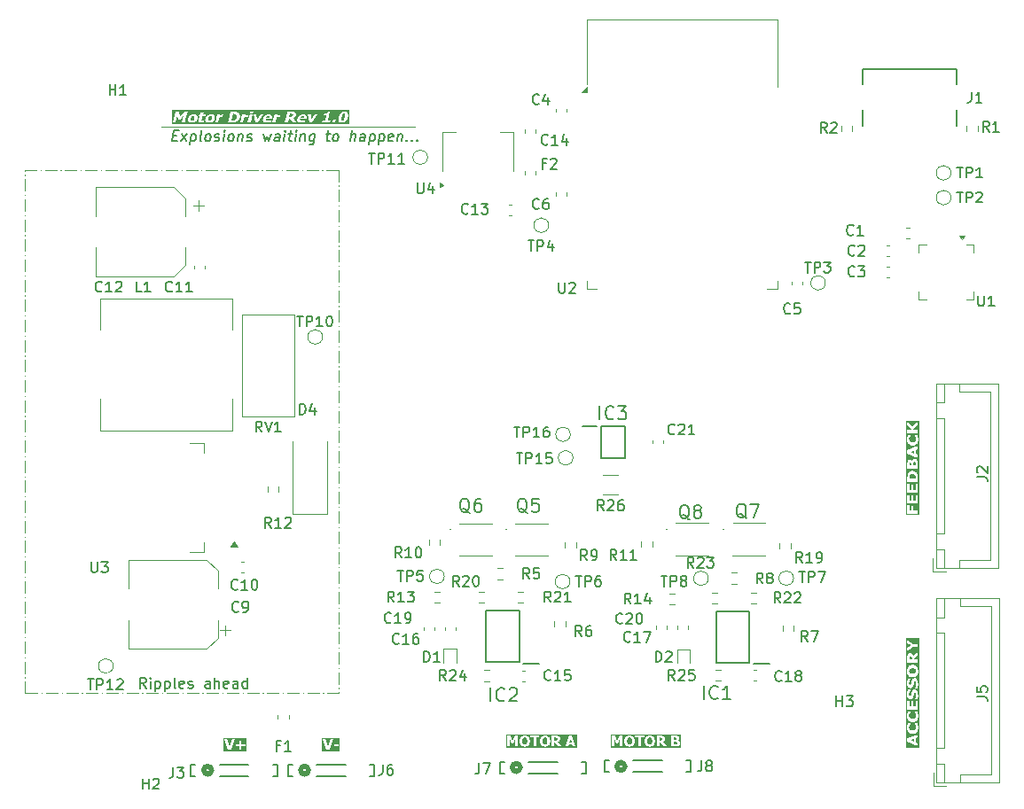
<source format=gbr>
%TF.GenerationSoftware,KiCad,Pcbnew,9.0.6*%
%TF.CreationDate,2025-12-31T13:47:15+11:00*%
%TF.ProjectId,ShutterRetroFit,53687574-7465-4725-9265-74726f466974,rev?*%
%TF.SameCoordinates,Original*%
%TF.FileFunction,Legend,Top*%
%TF.FilePolarity,Positive*%
%FSLAX46Y46*%
G04 Gerber Fmt 4.6, Leading zero omitted, Abs format (unit mm)*
G04 Created by KiCad (PCBNEW 9.0.6) date 2025-12-31 13:47:15*
%MOMM*%
%LPD*%
G01*
G04 APERTURE LIST*
%ADD10C,0.200000*%
%ADD11C,0.100000*%
%ADD12C,0.153000*%
%ADD13C,0.120000*%
%ADD14C,0.508000*%
%ADD15C,0.152400*%
%ADD16C,0.127000*%
G04 APERTURE END LIST*
D10*
G36*
X142332069Y-131240412D02*
G01*
X142374258Y-131254031D01*
X142412707Y-131277410D01*
X142448386Y-131313810D01*
X142475834Y-131358860D01*
X142498578Y-131418773D01*
X142512288Y-131486236D01*
X142517384Y-131573562D01*
X142512410Y-131664618D01*
X142499616Y-131728412D01*
X142477746Y-131784561D01*
X142449057Y-131831971D01*
X142415002Y-131867967D01*
X142375968Y-131892482D01*
X142332737Y-131907132D01*
X142288529Y-131911960D01*
X142244933Y-131907468D01*
X142202433Y-131893886D01*
X142163774Y-131870314D01*
X142128000Y-131833375D01*
X142099957Y-131787968D01*
X142077442Y-131729816D01*
X142064076Y-131663780D01*
X142059002Y-131574295D01*
X142064240Y-131486791D01*
X142078480Y-131417735D01*
X142101944Y-131356530D01*
X142129344Y-131312466D01*
X142166937Y-131274886D01*
X142203105Y-131252688D01*
X142242971Y-131240219D01*
X142288529Y-131235896D01*
X142332069Y-131240412D01*
G37*
G36*
X144266473Y-131240412D02*
G01*
X144308661Y-131254031D01*
X144347111Y-131277410D01*
X144382789Y-131313810D01*
X144410238Y-131358860D01*
X144432981Y-131418773D01*
X144446692Y-131486236D01*
X144451788Y-131573562D01*
X144446814Y-131664618D01*
X144434019Y-131728412D01*
X144412150Y-131784561D01*
X144383461Y-131831971D01*
X144349405Y-131867967D01*
X144310371Y-131892482D01*
X144267140Y-131907132D01*
X144222932Y-131911960D01*
X144179336Y-131907468D01*
X144136837Y-131893886D01*
X144098177Y-131870314D01*
X144062404Y-131833375D01*
X144034361Y-131787968D01*
X144011845Y-131729816D01*
X143998479Y-131663780D01*
X143993405Y-131574295D01*
X143998644Y-131486791D01*
X144012883Y-131417735D01*
X144036347Y-131356530D01*
X144063747Y-131312466D01*
X144101340Y-131274886D01*
X144137508Y-131252688D01*
X144177374Y-131240219D01*
X144222932Y-131235896D01*
X144266473Y-131240412D01*
G37*
G36*
X145279344Y-131254214D02*
G01*
X145307775Y-131258849D01*
X145332650Y-131266976D01*
X145362487Y-131285412D01*
X145381437Y-131309047D01*
X145392291Y-131338081D01*
X145396153Y-131373893D01*
X145392850Y-131413964D01*
X145384185Y-131442526D01*
X145369232Y-131466677D01*
X145347670Y-131487527D01*
X145319391Y-131504577D01*
X145284473Y-131514822D01*
X145245249Y-131519439D01*
X145193981Y-131521172D01*
X145120891Y-131521172D01*
X145120891Y-131251528D01*
X145206254Y-131251528D01*
X145279344Y-131254214D01*
G37*
G36*
X146702363Y-131643354D02*
G01*
X146740741Y-131646597D01*
X146766233Y-131653063D01*
X146800540Y-131670208D01*
X146823630Y-131692630D01*
X146837507Y-131722122D01*
X146842742Y-131765048D01*
X146838626Y-131799739D01*
X146826683Y-131829773D01*
X146806407Y-131854406D01*
X146775819Y-131873004D01*
X146735971Y-131886016D01*
X146697906Y-131891078D01*
X146559970Y-131892421D01*
X146546292Y-131892421D01*
X146546292Y-131642316D01*
X146593431Y-131642316D01*
X146702363Y-131643354D01*
G37*
G36*
X146666826Y-131252566D02*
G01*
X146699882Y-131256236D01*
X146726605Y-131264473D01*
X146749746Y-131279676D01*
X146765867Y-131302025D01*
X146775473Y-131328135D01*
X146778506Y-131352522D01*
X146775471Y-131384565D01*
X146766905Y-131411202D01*
X146751056Y-131433188D01*
X146724528Y-131450769D01*
X146696446Y-131460967D01*
X146670245Y-131465118D01*
X146578410Y-131466461D01*
X146546292Y-131466461D01*
X146546292Y-131251528D01*
X146564061Y-131251528D01*
X146666826Y-131252566D01*
G37*
G36*
X147216841Y-132214558D02*
G01*
X140494096Y-132214558D01*
X140494096Y-132080000D01*
X140605207Y-132080000D01*
X140845664Y-132080000D01*
X140845664Y-131406683D01*
X141030800Y-131841618D01*
X141204945Y-131841618D01*
X141390081Y-131406683D01*
X141390081Y-132080000D01*
X141644216Y-132080000D01*
X141644216Y-131574295D01*
X141795341Y-131574295D01*
X141801209Y-131672650D01*
X141817945Y-131758882D01*
X141844607Y-131834685D01*
X141880761Y-131901497D01*
X141926500Y-131960443D01*
X141981632Y-132010940D01*
X142044095Y-132050352D01*
X142114930Y-132079156D01*
X142195589Y-132097147D01*
X142287857Y-132103447D01*
X142379891Y-132097221D01*
X142460465Y-132079434D01*
X142531325Y-132050951D01*
X142593898Y-132011987D01*
X142649214Y-131962091D01*
X142695038Y-131903845D01*
X142731344Y-131837310D01*
X142758195Y-131761280D01*
X142775101Y-131674214D01*
X142781045Y-131574295D01*
X142775103Y-131474359D01*
X142758202Y-131387242D01*
X142731353Y-131311134D01*
X142701005Y-131255436D01*
X142827145Y-131255436D01*
X143127747Y-131255436D01*
X143127747Y-132080000D01*
X143383225Y-132080000D01*
X143383225Y-131574295D01*
X143729745Y-131574295D01*
X143735612Y-131672650D01*
X143752348Y-131758882D01*
X143779010Y-131834685D01*
X143815164Y-131901497D01*
X143860903Y-131960443D01*
X143916035Y-132010940D01*
X143978498Y-132050352D01*
X144049333Y-132079156D01*
X144129992Y-132097147D01*
X144222260Y-132103447D01*
X144314295Y-132097221D01*
X144394868Y-132079434D01*
X144465728Y-132050951D01*
X144528301Y-132011987D01*
X144583618Y-131962091D01*
X144629441Y-131903845D01*
X144665748Y-131837310D01*
X144692598Y-131761280D01*
X144709504Y-131674214D01*
X144715448Y-131574295D01*
X144712290Y-131521172D01*
X144866756Y-131521172D01*
X144866756Y-132080000D01*
X145120891Y-132080000D01*
X145120891Y-131708750D01*
X145212421Y-131708750D01*
X145495926Y-132080000D01*
X145807397Y-132080000D01*
X145465151Y-131649155D01*
X145520790Y-131616563D01*
X145567365Y-131578026D01*
X145605835Y-131533323D01*
X145634100Y-131482263D01*
X145638646Y-131466461D01*
X146292158Y-131466461D01*
X146292158Y-131892421D01*
X146292158Y-132080000D01*
X146699310Y-132080000D01*
X146800435Y-132074723D01*
X146873822Y-132060949D01*
X146939472Y-132035528D01*
X146999851Y-131997018D01*
X147043181Y-131954956D01*
X147077032Y-131902496D01*
X147092648Y-131863434D01*
X147102350Y-131819517D01*
X147105730Y-131769872D01*
X147098877Y-131703141D01*
X147079703Y-131649324D01*
X147049005Y-131605619D01*
X147008023Y-131570273D01*
X146958267Y-131543371D01*
X146898063Y-131525019D01*
X146898063Y-131519584D01*
X146938940Y-131497579D01*
X146972959Y-131469139D01*
X147000889Y-131433794D01*
X147021422Y-131393551D01*
X147033868Y-131349569D01*
X147038136Y-131300926D01*
X147031157Y-131239326D01*
X147011147Y-131187231D01*
X146990403Y-131156932D01*
X146963456Y-131130763D01*
X146929509Y-131108463D01*
X146877257Y-131085794D01*
X146821249Y-131072498D01*
X146756708Y-131066445D01*
X146651500Y-131063949D01*
X146292158Y-131063949D01*
X146292158Y-131466461D01*
X145638646Y-131466461D01*
X145652036Y-131419917D01*
X145658469Y-131343546D01*
X145654531Y-131289200D01*
X145643547Y-131244313D01*
X145626352Y-131207198D01*
X145588790Y-131158421D01*
X145539584Y-131118660D01*
X145484022Y-131090913D01*
X145423447Y-131074574D01*
X145357912Y-131066809D01*
X145275924Y-131063949D01*
X144866756Y-131063949D01*
X144866756Y-131521172D01*
X144712290Y-131521172D01*
X144709507Y-131474359D01*
X144692605Y-131387242D01*
X144665757Y-131311134D01*
X144629448Y-131244497D01*
X144583618Y-131186132D01*
X144528282Y-131136092D01*
X144465698Y-131097026D01*
X144394837Y-131068475D01*
X144314275Y-131050649D01*
X144222260Y-131044410D01*
X144129958Y-131050687D01*
X144049282Y-131068613D01*
X143978447Y-131097304D01*
X143916002Y-131136546D01*
X143860903Y-131186803D01*
X143815261Y-131245421D01*
X143779125Y-131312153D01*
X143752428Y-131388169D01*
X143735640Y-131474963D01*
X143729745Y-131574295D01*
X143383225Y-131574295D01*
X143383225Y-131255436D01*
X143683766Y-131255436D01*
X143683766Y-131063949D01*
X142827145Y-131063949D01*
X142827145Y-131255436D01*
X142701005Y-131255436D01*
X142695045Y-131244497D01*
X142649214Y-131186132D01*
X142593878Y-131136092D01*
X142531294Y-131097026D01*
X142460434Y-131068475D01*
X142379871Y-131050649D01*
X142287857Y-131044410D01*
X142195555Y-131050687D01*
X142114878Y-131068613D01*
X142044044Y-131097304D01*
X141981599Y-131136546D01*
X141926500Y-131186803D01*
X141880858Y-131245421D01*
X141844722Y-131312153D01*
X141818025Y-131388169D01*
X141801237Y-131474963D01*
X141795341Y-131574295D01*
X141644216Y-131574295D01*
X141644216Y-131063949D01*
X141349781Y-131063949D01*
X141125078Y-131565807D01*
X140899642Y-131063949D01*
X140605207Y-131063949D01*
X140605207Y-132080000D01*
X140494096Y-132080000D01*
X140494096Y-130933299D01*
X147216841Y-130933299D01*
X147216841Y-132214558D01*
G37*
G36*
X132332069Y-131240412D02*
G01*
X132374258Y-131254031D01*
X132412707Y-131277410D01*
X132448386Y-131313810D01*
X132475834Y-131358860D01*
X132498578Y-131418773D01*
X132512288Y-131486236D01*
X132517384Y-131573562D01*
X132512410Y-131664618D01*
X132499616Y-131728412D01*
X132477746Y-131784561D01*
X132449057Y-131831971D01*
X132415002Y-131867967D01*
X132375968Y-131892482D01*
X132332737Y-131907132D01*
X132288529Y-131911960D01*
X132244933Y-131907468D01*
X132202433Y-131893886D01*
X132163774Y-131870314D01*
X132128000Y-131833375D01*
X132099957Y-131787968D01*
X132077442Y-131729816D01*
X132064076Y-131663780D01*
X132059002Y-131574295D01*
X132064240Y-131486791D01*
X132078480Y-131417735D01*
X132101944Y-131356530D01*
X132129344Y-131312466D01*
X132166937Y-131274886D01*
X132203105Y-131252688D01*
X132242971Y-131240219D01*
X132288529Y-131235896D01*
X132332069Y-131240412D01*
G37*
G36*
X134266473Y-131240412D02*
G01*
X134308661Y-131254031D01*
X134347111Y-131277410D01*
X134382789Y-131313810D01*
X134410238Y-131358860D01*
X134432981Y-131418773D01*
X134446692Y-131486236D01*
X134451788Y-131573562D01*
X134446814Y-131664618D01*
X134434019Y-131728412D01*
X134412150Y-131784561D01*
X134383461Y-131831971D01*
X134349405Y-131867967D01*
X134310371Y-131892482D01*
X134267140Y-131907132D01*
X134222932Y-131911960D01*
X134179336Y-131907468D01*
X134136837Y-131893886D01*
X134098177Y-131870314D01*
X134062404Y-131833375D01*
X134034361Y-131787968D01*
X134011845Y-131729816D01*
X133998479Y-131663780D01*
X133993405Y-131574295D01*
X133998644Y-131486791D01*
X134012883Y-131417735D01*
X134036347Y-131356530D01*
X134063747Y-131312466D01*
X134101340Y-131274886D01*
X134137508Y-131252688D01*
X134177374Y-131240219D01*
X134222932Y-131235896D01*
X134266473Y-131240412D01*
G37*
G36*
X135279344Y-131254214D02*
G01*
X135307775Y-131258849D01*
X135332650Y-131266976D01*
X135362487Y-131285412D01*
X135381437Y-131309047D01*
X135392291Y-131338081D01*
X135396153Y-131373893D01*
X135392850Y-131413964D01*
X135384185Y-131442526D01*
X135369232Y-131466677D01*
X135347670Y-131487527D01*
X135319391Y-131504577D01*
X135284473Y-131514822D01*
X135245249Y-131519439D01*
X135193981Y-131521172D01*
X135120891Y-131521172D01*
X135120891Y-131251528D01*
X135206254Y-131251528D01*
X135279344Y-131254214D01*
G37*
G36*
X136766233Y-131689211D02*
G01*
X136558565Y-131689211D01*
X136662430Y-131353255D01*
X136766233Y-131689211D01*
G37*
G36*
X137259889Y-132214558D02*
G01*
X130494096Y-132214558D01*
X130494096Y-132080000D01*
X130605207Y-132080000D01*
X130845664Y-132080000D01*
X130845664Y-131406683D01*
X131030800Y-131841618D01*
X131204945Y-131841618D01*
X131390081Y-131406683D01*
X131390081Y-132080000D01*
X131644216Y-132080000D01*
X131644216Y-131574295D01*
X131795341Y-131574295D01*
X131801209Y-131672650D01*
X131817945Y-131758882D01*
X131844607Y-131834685D01*
X131880761Y-131901497D01*
X131926500Y-131960443D01*
X131981632Y-132010940D01*
X132044095Y-132050352D01*
X132114930Y-132079156D01*
X132195589Y-132097147D01*
X132287857Y-132103447D01*
X132379891Y-132097221D01*
X132460465Y-132079434D01*
X132531325Y-132050951D01*
X132593898Y-132011987D01*
X132649214Y-131962091D01*
X132695038Y-131903845D01*
X132731344Y-131837310D01*
X132758195Y-131761280D01*
X132775101Y-131674214D01*
X132781045Y-131574295D01*
X132775103Y-131474359D01*
X132758202Y-131387242D01*
X132731353Y-131311134D01*
X132701005Y-131255436D01*
X132827145Y-131255436D01*
X133127747Y-131255436D01*
X133127747Y-132080000D01*
X133383225Y-132080000D01*
X133383225Y-131574295D01*
X133729745Y-131574295D01*
X133735612Y-131672650D01*
X133752348Y-131758882D01*
X133779010Y-131834685D01*
X133815164Y-131901497D01*
X133860903Y-131960443D01*
X133916035Y-132010940D01*
X133978498Y-132050352D01*
X134049333Y-132079156D01*
X134129992Y-132097147D01*
X134222260Y-132103447D01*
X134314295Y-132097221D01*
X134394868Y-132079434D01*
X134465728Y-132050951D01*
X134528301Y-132011987D01*
X134583618Y-131962091D01*
X134629441Y-131903845D01*
X134665748Y-131837310D01*
X134692598Y-131761280D01*
X134709504Y-131674214D01*
X134715448Y-131574295D01*
X134712290Y-131521172D01*
X134866756Y-131521172D01*
X134866756Y-132080000D01*
X135120891Y-132080000D01*
X135120891Y-131708750D01*
X135212421Y-131708750D01*
X135495926Y-132080000D01*
X135807397Y-132080000D01*
X136182859Y-132080000D01*
X136439009Y-132080000D01*
X136502573Y-131876789D01*
X136822226Y-131876789D01*
X136885790Y-132080000D01*
X137148778Y-132080000D01*
X136805190Y-131063949D01*
X136526448Y-131063949D01*
X136315009Y-131689211D01*
X136182859Y-132080000D01*
X135807397Y-132080000D01*
X135465151Y-131649155D01*
X135520790Y-131616563D01*
X135567365Y-131578026D01*
X135605835Y-131533323D01*
X135634100Y-131482263D01*
X135652036Y-131419917D01*
X135658469Y-131343546D01*
X135654531Y-131289200D01*
X135643547Y-131244313D01*
X135626352Y-131207198D01*
X135588790Y-131158421D01*
X135539584Y-131118660D01*
X135484022Y-131090913D01*
X135423447Y-131074574D01*
X135357912Y-131066809D01*
X135275924Y-131063949D01*
X134866756Y-131063949D01*
X134866756Y-131521172D01*
X134712290Y-131521172D01*
X134709507Y-131474359D01*
X134692605Y-131387242D01*
X134665757Y-131311134D01*
X134629448Y-131244497D01*
X134583618Y-131186132D01*
X134528282Y-131136092D01*
X134465698Y-131097026D01*
X134394837Y-131068475D01*
X134314275Y-131050649D01*
X134222260Y-131044410D01*
X134129958Y-131050687D01*
X134049282Y-131068613D01*
X133978447Y-131097304D01*
X133916002Y-131136546D01*
X133860903Y-131186803D01*
X133815261Y-131245421D01*
X133779125Y-131312153D01*
X133752428Y-131388169D01*
X133735640Y-131474963D01*
X133729745Y-131574295D01*
X133383225Y-131574295D01*
X133383225Y-131255436D01*
X133683766Y-131255436D01*
X133683766Y-131063949D01*
X132827145Y-131063949D01*
X132827145Y-131255436D01*
X132701005Y-131255436D01*
X132695045Y-131244497D01*
X132649214Y-131186132D01*
X132593878Y-131136092D01*
X132531294Y-131097026D01*
X132460434Y-131068475D01*
X132379871Y-131050649D01*
X132287857Y-131044410D01*
X132195555Y-131050687D01*
X132114878Y-131068613D01*
X132044044Y-131097304D01*
X131981599Y-131136546D01*
X131926500Y-131186803D01*
X131880858Y-131245421D01*
X131844722Y-131312153D01*
X131818025Y-131388169D01*
X131801237Y-131474963D01*
X131795341Y-131574295D01*
X131644216Y-131574295D01*
X131644216Y-131063949D01*
X131349781Y-131063949D01*
X131125078Y-131565807D01*
X130899642Y-131063949D01*
X130605207Y-131063949D01*
X130605207Y-132080000D01*
X130494096Y-132080000D01*
X130494096Y-130933299D01*
X137259889Y-130933299D01*
X137259889Y-132214558D01*
G37*
G36*
X100658859Y-71859537D02*
G01*
X100687946Y-71867789D01*
X100712108Y-71882790D01*
X100732255Y-71907478D01*
X100744092Y-71937221D01*
X100749880Y-71979713D01*
X100747637Y-72027355D01*
X100735555Y-72092736D01*
X100715748Y-72161069D01*
X100696091Y-72206431D01*
X100671368Y-72245092D01*
X100643216Y-72276651D01*
X100614823Y-72297975D01*
X100581001Y-72313288D01*
X100544901Y-72322590D01*
X100512467Y-72325500D01*
X100474882Y-72322301D01*
X100443862Y-72313288D01*
X100418226Y-72297620D01*
X100399342Y-72274575D01*
X100388162Y-72246321D01*
X100381928Y-72205760D01*
X100383612Y-72159647D01*
X100395902Y-72092736D01*
X100415600Y-72026184D01*
X100437542Y-71976660D01*
X100464734Y-71933867D01*
X100491752Y-71904059D01*
X100524193Y-71880029D01*
X100554528Y-71866384D01*
X100586951Y-71859055D01*
X100622220Y-71856554D01*
X100658859Y-71859537D01*
G37*
G36*
X102320541Y-71859537D02*
G01*
X102349628Y-71867789D01*
X102373790Y-71882790D01*
X102393936Y-71907478D01*
X102405773Y-71937221D01*
X102411562Y-71979713D01*
X102409319Y-72027355D01*
X102397237Y-72092736D01*
X102377430Y-72161069D01*
X102357773Y-72206431D01*
X102333050Y-72245092D01*
X102304898Y-72276651D01*
X102276505Y-72297975D01*
X102242683Y-72313288D01*
X102206583Y-72322590D01*
X102174148Y-72325500D01*
X102136564Y-72322301D01*
X102105544Y-72313288D01*
X102079908Y-72297620D01*
X102061024Y-72274575D01*
X102049843Y-72246321D01*
X102043610Y-72205760D01*
X102045294Y-72159647D01*
X102057584Y-72092736D01*
X102077282Y-72026184D01*
X102099224Y-71976660D01*
X102126415Y-71933867D01*
X102153434Y-71904059D01*
X102185875Y-71880029D01*
X102216210Y-71866384D01*
X102248633Y-71859055D01*
X102283902Y-71856554D01*
X102320541Y-71859537D01*
G37*
G36*
X115063362Y-71630922D02*
G01*
X115091298Y-71644631D01*
X115111797Y-71667466D01*
X115125141Y-71702253D01*
X115129681Y-71754170D01*
X115122389Y-71838391D01*
X115096772Y-71967257D01*
X115061730Y-72092844D01*
X115028625Y-72177863D01*
X114998043Y-72232260D01*
X114967328Y-72268107D01*
X114934862Y-72291713D01*
X114900131Y-72305314D01*
X114861957Y-72309868D01*
X114824549Y-72304905D01*
X114796831Y-72291053D01*
X114776334Y-72267832D01*
X114762877Y-72232260D01*
X114758288Y-72179551D01*
X114765459Y-72095519D01*
X114790613Y-71968600D01*
X114826143Y-71841103D01*
X114859321Y-71755873D01*
X114889623Y-71702253D01*
X114920111Y-71667116D01*
X114952452Y-71643904D01*
X114987167Y-71630490D01*
X115025428Y-71625988D01*
X115063362Y-71630922D01*
G37*
G36*
X107827174Y-71842158D02*
G01*
X107860590Y-71855768D01*
X107882879Y-71876948D01*
X107895730Y-71904683D01*
X107900493Y-71942346D01*
X107894676Y-71993330D01*
X107569629Y-71993330D01*
X107588474Y-71947193D01*
X107613863Y-71909525D01*
X107645677Y-71879024D01*
X107684210Y-71855833D01*
X107727924Y-71841849D01*
X107778322Y-71837014D01*
X107827174Y-71842158D01*
G37*
G36*
X111119080Y-71842158D02*
G01*
X111152495Y-71855768D01*
X111174784Y-71876948D01*
X111187635Y-71904683D01*
X111192399Y-71942346D01*
X111186581Y-71993330D01*
X110861534Y-71993330D01*
X110880379Y-71947193D01*
X110905769Y-71909525D01*
X110937582Y-71879024D01*
X110976116Y-71855833D01*
X111019829Y-71841849D01*
X111070227Y-71837014D01*
X111119080Y-71842158D01*
G37*
G36*
X104573138Y-71652183D02*
G01*
X104633973Y-71661406D01*
X104688229Y-71683385D01*
X104730373Y-71713747D01*
X104761049Y-71750425D01*
X104781200Y-71794516D01*
X104790424Y-71842103D01*
X104790322Y-71898421D01*
X104779163Y-71965303D01*
X104759160Y-72030563D01*
X104733219Y-72086552D01*
X104701781Y-72134441D01*
X104662831Y-72177669D01*
X104618468Y-72213711D01*
X104568293Y-72243129D01*
X104499331Y-72269180D01*
X104433190Y-72279460D01*
X104269157Y-72282513D01*
X104263820Y-72282513D01*
X104415144Y-71649436D01*
X104420480Y-71649436D01*
X104573138Y-71652183D01*
G37*
G36*
X110049090Y-71648214D02*
G01*
X110080199Y-71652899D01*
X110105968Y-71660976D01*
X110135122Y-71679373D01*
X110150839Y-71703047D01*
X110156096Y-71731646D01*
X110151892Y-71767893D01*
X110138726Y-71807672D01*
X110121979Y-71836526D01*
X110099384Y-71860676D01*
X110070156Y-71881527D01*
X110033906Y-71898705D01*
X109992563Y-71908822D01*
X109947130Y-71913453D01*
X109889270Y-71915172D01*
X109807043Y-71915172D01*
X109871504Y-71645528D01*
X109967565Y-71645528D01*
X110049090Y-71648214D01*
G37*
G36*
X115526681Y-72608558D02*
G01*
X98559209Y-72608558D01*
X98559209Y-72474000D01*
X98670320Y-72474000D01*
X98940807Y-72474000D01*
X99101821Y-71800683D01*
X99206097Y-72235618D01*
X99402010Y-72235618D01*
X99714208Y-71800683D01*
X99553194Y-72474000D01*
X99839059Y-72474000D01*
X99895677Y-72237159D01*
X100106669Y-72237159D01*
X100116983Y-72295033D01*
X100137049Y-72345126D01*
X100166494Y-72388759D01*
X100205579Y-72426205D01*
X100253601Y-72455885D01*
X100312021Y-72478082D01*
X100382947Y-72492328D01*
X100469001Y-72497447D01*
X100573970Y-72490236D01*
X100666866Y-72469461D01*
X100749760Y-72435736D01*
X100824243Y-72388759D01*
X100887997Y-72330902D01*
X100940461Y-72263021D01*
X100981880Y-72183780D01*
X101011800Y-72091393D01*
X101025086Y-72012538D01*
X101025709Y-71945035D01*
X101015475Y-71887030D01*
X101011121Y-71876093D01*
X101141285Y-71876093D01*
X101244227Y-71876093D01*
X101158770Y-72233603D01*
X101147805Y-72304319D01*
X101150689Y-72358096D01*
X101164216Y-72398853D01*
X101186788Y-72429730D01*
X101219055Y-72453509D01*
X101264564Y-72472179D01*
X101327195Y-72484848D01*
X101411842Y-72489631D01*
X101533814Y-72483769D01*
X101630717Y-72467649D01*
X101671234Y-72298145D01*
X101648132Y-72298145D01*
X101595748Y-72313349D01*
X101537325Y-72321592D01*
X101489167Y-72317535D01*
X101461136Y-72307670D01*
X101441829Y-72291203D01*
X101432065Y-72269996D01*
X101429270Y-72245423D01*
X101430203Y-72237159D01*
X101768350Y-72237159D01*
X101778664Y-72295033D01*
X101798731Y-72345126D01*
X101828175Y-72388759D01*
X101867261Y-72426205D01*
X101915282Y-72455885D01*
X101973703Y-72478082D01*
X102044629Y-72492328D01*
X102130682Y-72497447D01*
X102235652Y-72490236D01*
X102308251Y-72474000D01*
X102746791Y-72474000D01*
X103015803Y-72474000D01*
X103930627Y-72474000D01*
X104288678Y-72474000D01*
X105134265Y-72474000D01*
X105403277Y-72474000D01*
X105831969Y-72474000D01*
X106100981Y-72474000D01*
X106284114Y-71708054D01*
X106397519Y-71708054D01*
X106521738Y-72474000D01*
X106815327Y-72474000D01*
X107007938Y-72174589D01*
X107263536Y-72174589D01*
X107264700Y-72241759D01*
X107277755Y-72298878D01*
X107301568Y-72347820D01*
X107336007Y-72390041D01*
X107379743Y-72424751D01*
X107434307Y-72452955D01*
X107501712Y-72474471D01*
X107584558Y-72488470D01*
X107685913Y-72493539D01*
X107800652Y-72487677D01*
X107880850Y-72474000D01*
X108203714Y-72474000D01*
X108472726Y-72474000D01*
X109387549Y-72474000D01*
X109673414Y-72474000D01*
X109762172Y-72102750D01*
X109865185Y-72102750D01*
X110095295Y-72474000D01*
X110445622Y-72474000D01*
X110249696Y-72174589D01*
X110555441Y-72174589D01*
X110556605Y-72241759D01*
X110569660Y-72298878D01*
X110593473Y-72347820D01*
X110627912Y-72390041D01*
X110671648Y-72424751D01*
X110726212Y-72452955D01*
X110793617Y-72474471D01*
X110876463Y-72488470D01*
X110977818Y-72493539D01*
X111092557Y-72487677D01*
X111186722Y-72471618D01*
X111266491Y-72451407D01*
X111332006Y-72429792D01*
X111379335Y-72231711D01*
X111350896Y-72231711D01*
X111298652Y-72258883D01*
X111230750Y-72287459D01*
X111141851Y-72312189D01*
X111094251Y-72319263D01*
X111047406Y-72321592D01*
X110994297Y-72319205D01*
X110948887Y-72312494D01*
X110907742Y-72300081D01*
X110875367Y-72282452D01*
X110849580Y-72258232D01*
X110831971Y-72226093D01*
X110824517Y-72188365D01*
X110827688Y-72137921D01*
X111417043Y-72137921D01*
X111437687Y-72051765D01*
X111451929Y-71960631D01*
X111448994Y-71887213D01*
X111432067Y-71827893D01*
X111402788Y-71779678D01*
X111369706Y-71747454D01*
X111327600Y-71721601D01*
X111291132Y-71708054D01*
X111575810Y-71708054D01*
X111700029Y-72474000D01*
X111993618Y-72474000D01*
X112944675Y-72474000D01*
X113700802Y-72474000D01*
X113929367Y-72474000D01*
X114201329Y-72474000D01*
X114265790Y-72204355D01*
X113993829Y-72204355D01*
X113929367Y-72474000D01*
X113700802Y-72474000D01*
X113742864Y-72298145D01*
X113506995Y-72298145D01*
X113531135Y-72197150D01*
X114471675Y-72197150D01*
X114476351Y-72262000D01*
X114488884Y-72316454D01*
X114508260Y-72362136D01*
X114537341Y-72403705D01*
X114574563Y-72437253D01*
X114620752Y-72463619D01*
X114672701Y-72481523D01*
X114737247Y-72493201D01*
X114817086Y-72497447D01*
X114897308Y-72493424D01*
X114967958Y-72481935D01*
X115030344Y-72463619D01*
X115088857Y-72437525D01*
X115142011Y-72404309D01*
X115190305Y-72363541D01*
X115232132Y-72317275D01*
X115270721Y-72262507D01*
X115305886Y-72198188D01*
X115348222Y-72094346D01*
X115384884Y-71967257D01*
X115408427Y-71842587D01*
X115415570Y-71741088D01*
X115411166Y-71676032D01*
X115398765Y-71621465D01*
X115379407Y-71575735D01*
X115350500Y-71533619D01*
X115313736Y-71499639D01*
X115268389Y-71472909D01*
X115217218Y-71454750D01*
X115152239Y-71442794D01*
X115070299Y-71438410D01*
X114993185Y-71442296D01*
X114923772Y-71453505D01*
X114861044Y-71471566D01*
X114802212Y-71497307D01*
X114748255Y-71530713D01*
X114698696Y-71572316D01*
X114654774Y-71620368D01*
X114615615Y-71675038D01*
X114581288Y-71736997D01*
X114539988Y-71838170D01*
X114502642Y-71967928D01*
X114478615Y-72095531D01*
X114472877Y-72179551D01*
X114471675Y-72197150D01*
X113531135Y-72197150D01*
X113707824Y-71457949D01*
X113457209Y-71457949D01*
X113440574Y-71495735D01*
X113417605Y-71525666D01*
X113387595Y-71549972D01*
X113350054Y-71569141D01*
X113312616Y-71580281D01*
X113261577Y-71588680D01*
X113154913Y-71594725D01*
X113115660Y-71758856D01*
X113356865Y-71758856D01*
X113227942Y-72298145D01*
X112986737Y-72298145D01*
X112944675Y-72474000D01*
X111993618Y-72474000D01*
X112486350Y-71708054D01*
X112209754Y-71708054D01*
X111914199Y-72214797D01*
X111858585Y-71708054D01*
X111575810Y-71708054D01*
X111291132Y-71708054D01*
X111274824Y-71701996D01*
X111209059Y-71689241D01*
X111127456Y-71684607D01*
X111019872Y-71691988D01*
X110924232Y-71713295D01*
X110838483Y-71747948D01*
X110761049Y-71796287D01*
X110694385Y-71855865D01*
X110640202Y-71924684D01*
X110603686Y-71993330D01*
X110598054Y-72003917D01*
X110568226Y-72095179D01*
X110555441Y-72174589D01*
X110249696Y-72174589D01*
X110163689Y-72043155D01*
X110233677Y-72010773D01*
X110295407Y-71972215D01*
X110349631Y-71927323D01*
X110394114Y-71875566D01*
X110429122Y-71812960D01*
X110454189Y-71737546D01*
X110462831Y-71682230D01*
X110461026Y-71637503D01*
X110450678Y-71601198D01*
X110431789Y-71567462D01*
X110406456Y-71538113D01*
X110374208Y-71512660D01*
X110318750Y-71485064D01*
X110254132Y-71468574D01*
X110182602Y-71460833D01*
X110090731Y-71457949D01*
X109630440Y-71457949D01*
X109521139Y-71915172D01*
X109387549Y-72474000D01*
X108472726Y-72474000D01*
X108594768Y-71963532D01*
X108691180Y-71937764D01*
X108739626Y-71929489D01*
X108782606Y-71926896D01*
X108846576Y-71928849D01*
X108889831Y-71934711D01*
X108912091Y-71934711D01*
X108965669Y-71710741D01*
X108936879Y-71708726D01*
X108907878Y-71708054D01*
X108872655Y-71710700D01*
X108831760Y-71719289D01*
X108757327Y-71746095D01*
X108689143Y-71782487D01*
X108629035Y-71820222D01*
X108655859Y-71708054D01*
X108386847Y-71708054D01*
X108203714Y-72474000D01*
X107880850Y-72474000D01*
X107894817Y-72471618D01*
X107974586Y-72451407D01*
X108040101Y-72429792D01*
X108087430Y-72231711D01*
X108058991Y-72231711D01*
X108006747Y-72258883D01*
X107938844Y-72287459D01*
X107849946Y-72312189D01*
X107802346Y-72319263D01*
X107755500Y-72321592D01*
X107702392Y-72319205D01*
X107656982Y-72312494D01*
X107615837Y-72300081D01*
X107583462Y-72282452D01*
X107557675Y-72258232D01*
X107540066Y-72226093D01*
X107532612Y-72188365D01*
X107535783Y-72137921D01*
X108125138Y-72137921D01*
X108145782Y-72051765D01*
X108160024Y-71960631D01*
X108157089Y-71887213D01*
X108140162Y-71827893D01*
X108110883Y-71779678D01*
X108077801Y-71747454D01*
X108035695Y-71721601D01*
X107982919Y-71701996D01*
X107917154Y-71689241D01*
X107835551Y-71684607D01*
X107727966Y-71691988D01*
X107632327Y-71713295D01*
X107546578Y-71747948D01*
X107469144Y-71796287D01*
X107402480Y-71855865D01*
X107348297Y-71924684D01*
X107311781Y-71993330D01*
X107306149Y-72003917D01*
X107276320Y-72095179D01*
X107263536Y-72174589D01*
X107007938Y-72174589D01*
X107308060Y-71708054D01*
X107031464Y-71708054D01*
X106735909Y-72214797D01*
X106680295Y-71708054D01*
X106397519Y-71708054D01*
X106284114Y-71708054D01*
X106015102Y-71708054D01*
X105831969Y-72474000D01*
X105403277Y-72474000D01*
X105525319Y-71963532D01*
X105621731Y-71937764D01*
X105670178Y-71929489D01*
X105713157Y-71926896D01*
X105777127Y-71928849D01*
X105820383Y-71934711D01*
X105842642Y-71934711D01*
X105896220Y-71710741D01*
X105867430Y-71708726D01*
X105838429Y-71708054D01*
X105803206Y-71710700D01*
X105762311Y-71719289D01*
X105687878Y-71746095D01*
X105619694Y-71782487D01*
X105559586Y-71820222D01*
X105586410Y-71708054D01*
X105317398Y-71708054D01*
X105134265Y-72474000D01*
X104288678Y-72474000D01*
X104405637Y-72470266D01*
X104515418Y-72459345D01*
X104586247Y-72445654D01*
X104656029Y-72423833D01*
X104725234Y-72393460D01*
X104801618Y-72348800D01*
X104874151Y-72291841D01*
X104943127Y-72221208D01*
X105000473Y-72143345D01*
X105043956Y-72058939D01*
X105073806Y-71967012D01*
X105089346Y-71868560D01*
X105087212Y-71783994D01*
X105069733Y-71710802D01*
X105036492Y-71642235D01*
X105001841Y-71598633D01*
X106033570Y-71598633D01*
X106317890Y-71598633D01*
X106362761Y-71411055D01*
X106078441Y-71411055D01*
X106033570Y-71598633D01*
X105001841Y-71598633D01*
X104991065Y-71585073D01*
X104932945Y-71537756D01*
X104877504Y-71507148D01*
X104817221Y-71485158D01*
X104751216Y-71471627D01*
X104646796Y-71461510D01*
X104528478Y-71457949D01*
X104173517Y-71457949D01*
X103976403Y-72282513D01*
X103930627Y-72474000D01*
X103015803Y-72474000D01*
X103137845Y-71963532D01*
X103234257Y-71937764D01*
X103282704Y-71929489D01*
X103325683Y-71926896D01*
X103389653Y-71928849D01*
X103432909Y-71934711D01*
X103455169Y-71934711D01*
X103508746Y-71710741D01*
X103479956Y-71708726D01*
X103450955Y-71708054D01*
X103415732Y-71710700D01*
X103374837Y-71719289D01*
X103300404Y-71746095D01*
X103232221Y-71782487D01*
X103172112Y-71820222D01*
X103198936Y-71708054D01*
X102929924Y-71708054D01*
X102746791Y-72474000D01*
X102308251Y-72474000D01*
X102328547Y-72469461D01*
X102411442Y-72435736D01*
X102485924Y-72388759D01*
X102549679Y-72330902D01*
X102602143Y-72263021D01*
X102643562Y-72183780D01*
X102673482Y-72091393D01*
X102686768Y-72012538D01*
X102687391Y-71945035D01*
X102677157Y-71887030D01*
X102657199Y-71836895D01*
X102627909Y-71793295D01*
X102588990Y-71755886D01*
X102541045Y-71726215D01*
X102482588Y-71704006D01*
X102411478Y-71689738D01*
X102325051Y-71684607D01*
X102220879Y-71691752D01*
X102128358Y-71712369D01*
X102045484Y-71745885D01*
X101970722Y-71792623D01*
X101906798Y-71850157D01*
X101854080Y-71918106D01*
X101812349Y-71997887D01*
X101782111Y-72091393D01*
X101768903Y-72169891D01*
X101768608Y-72205760D01*
X101768350Y-72237159D01*
X101430203Y-72237159D01*
X101432557Y-72216323D01*
X101448497Y-72146409D01*
X101513169Y-71876093D01*
X101772140Y-71876093D01*
X101812306Y-71708054D01*
X101553335Y-71708054D01*
X101605649Y-71489212D01*
X101336707Y-71489212D01*
X101284393Y-71708054D01*
X101181451Y-71708054D01*
X101141285Y-71876093D01*
X101011121Y-71876093D01*
X100995517Y-71836895D01*
X100966227Y-71793295D01*
X100927308Y-71755886D01*
X100879363Y-71726215D01*
X100820907Y-71704006D01*
X100749796Y-71689738D01*
X100663369Y-71684607D01*
X100559198Y-71691752D01*
X100466676Y-71712369D01*
X100383802Y-71745885D01*
X100309040Y-71792623D01*
X100245116Y-71850157D01*
X100192398Y-71918106D01*
X100150667Y-71997887D01*
X100120429Y-72091393D01*
X100107221Y-72169891D01*
X100106927Y-72205760D01*
X100106669Y-72237159D01*
X99895677Y-72237159D01*
X100081949Y-71457949D01*
X99750792Y-71457949D01*
X99378065Y-71959807D01*
X99244437Y-71457949D01*
X98913210Y-71457949D01*
X98670320Y-72474000D01*
X98559209Y-72474000D01*
X98559209Y-71299944D01*
X115526681Y-71299944D01*
X115526681Y-72608558D01*
G37*
D11*
X121802000Y-72886000D02*
X97552000Y-72886000D01*
X84550000Y-77000000D02*
X85650000Y-77000000D01*
X86050000Y-77000000D02*
X86070000Y-77000000D01*
X86470000Y-77000000D02*
X87570000Y-77000000D01*
X87970000Y-77000000D02*
X87990000Y-77000000D01*
X88390000Y-77000000D02*
X89490000Y-77000000D01*
X89890000Y-77000000D02*
X89910000Y-77000000D01*
X90310000Y-77000000D02*
X91410000Y-77000000D01*
X91810000Y-77000000D02*
X91830000Y-77000000D01*
X92230000Y-77000000D02*
X93330000Y-77000000D01*
X93730000Y-77000000D02*
X93750000Y-77000000D01*
X94150000Y-77000000D02*
X95250000Y-77000000D01*
X95650000Y-77000000D02*
X95670000Y-77000000D01*
X96070000Y-77000000D02*
X97170000Y-77000000D01*
X97570000Y-77000000D02*
X97590000Y-77000000D01*
X97990000Y-77000000D02*
X99090000Y-77000000D01*
X99490000Y-77000000D02*
X99510000Y-77000000D01*
X99910000Y-77000000D02*
X101010000Y-77000000D01*
X101410000Y-77000000D02*
X101430000Y-77000000D01*
X101830000Y-77000000D02*
X102930000Y-77000000D01*
X103330000Y-77000000D02*
X103350000Y-77000000D01*
X103750000Y-77000000D02*
X104850000Y-77000000D01*
X105250000Y-77000000D02*
X105270000Y-77000000D01*
X105670000Y-77000000D02*
X106770000Y-77000000D01*
X107170000Y-77000000D02*
X107190000Y-77000000D01*
X107590000Y-77000000D02*
X108690000Y-77000000D01*
X109090000Y-77000000D02*
X109110000Y-77000000D01*
X109510000Y-77000000D02*
X110610000Y-77000000D01*
X111010000Y-77000000D02*
X111030000Y-77000000D01*
X111430000Y-77000000D02*
X112530000Y-77000000D01*
X112930000Y-77000000D02*
X112950000Y-77000000D01*
X113350000Y-77000000D02*
X114450000Y-77000000D01*
X114550000Y-77000000D02*
X114550000Y-78100000D01*
X114550000Y-78500000D02*
X114550000Y-78520000D01*
X114550000Y-78920000D02*
X114550000Y-80020000D01*
X114550000Y-80420000D02*
X114550000Y-80440000D01*
X114550000Y-80840000D02*
X114550000Y-81940000D01*
X114550000Y-82340000D02*
X114550000Y-82360000D01*
X114550000Y-82760000D02*
X114550000Y-83860000D01*
X114550000Y-84260000D02*
X114550000Y-84280000D01*
X114550000Y-84680000D02*
X114550000Y-85780000D01*
X114550000Y-86180000D02*
X114550000Y-86200000D01*
X114550000Y-86600000D02*
X114550000Y-87700000D01*
X114550000Y-88100000D02*
X114550000Y-88120000D01*
X114550000Y-88520000D02*
X114550000Y-89620000D01*
X114550000Y-90020000D02*
X114550000Y-90040000D01*
X114550000Y-90440000D02*
X114550000Y-91540000D01*
X114550000Y-91940000D02*
X114550000Y-91960000D01*
X114550000Y-92360000D02*
X114550000Y-93460000D01*
X114550000Y-93860000D02*
X114550000Y-93880000D01*
X114550000Y-94280000D02*
X114550000Y-95380000D01*
X114550000Y-95780000D02*
X114550000Y-95800000D01*
X114550000Y-96200000D02*
X114550000Y-97300000D01*
X114550000Y-97700000D02*
X114550000Y-97720000D01*
X114550000Y-98120000D02*
X114550000Y-99220000D01*
X114550000Y-99620000D02*
X114550000Y-99640000D01*
X114550000Y-100040000D02*
X114550000Y-101140000D01*
X114550000Y-101540000D02*
X114550000Y-101560000D01*
X114550000Y-101960000D02*
X114550000Y-103060000D01*
X114550000Y-103460000D02*
X114550000Y-103480000D01*
X114550000Y-103880000D02*
X114550000Y-104980000D01*
X114550000Y-105380000D02*
X114550000Y-105400000D01*
X114550000Y-105800000D02*
X114550000Y-106900000D01*
X114550000Y-107300000D02*
X114550000Y-107320000D01*
X114550000Y-107720000D02*
X114550000Y-108820000D01*
X114550000Y-109220000D02*
X114550000Y-109240000D01*
X114550000Y-109640000D02*
X114550000Y-110740000D01*
X114550000Y-111140000D02*
X114550000Y-111160000D01*
X114550000Y-111560000D02*
X114550000Y-112660000D01*
X114550000Y-113060000D02*
X114550000Y-113080000D01*
X114550000Y-113480000D02*
X114550000Y-114580000D01*
X114550000Y-114980000D02*
X114550000Y-115000000D01*
X114550000Y-115400000D02*
X114550000Y-116500000D01*
X114550000Y-116900000D02*
X114550000Y-116920000D01*
X114550000Y-117320000D02*
X114550000Y-118420000D01*
X114550000Y-118820000D02*
X114550000Y-118840000D01*
X114550000Y-119240000D02*
X114550000Y-120340000D01*
X114550000Y-120740000D02*
X114550000Y-120760000D01*
X114550000Y-121160000D02*
X114550000Y-122260000D01*
X114550000Y-122660000D02*
X114550000Y-122680000D01*
X114550000Y-123080000D02*
X114550000Y-124180000D01*
X114550000Y-124580000D02*
X114550000Y-124600000D01*
X114550000Y-125000000D02*
X114550000Y-126100000D01*
X114550000Y-126500000D02*
X114550000Y-126520000D01*
X114550000Y-126920000D02*
X114550000Y-127000000D01*
X114550000Y-127000000D02*
X113450000Y-127000000D01*
X113050000Y-127000000D02*
X113030000Y-127000000D01*
X112630000Y-127000000D02*
X111530000Y-127000000D01*
X111130000Y-127000000D02*
X111110000Y-127000000D01*
X110710000Y-127000000D02*
X109610000Y-127000000D01*
X109210000Y-127000000D02*
X109190000Y-127000000D01*
X108790000Y-127000000D02*
X107690000Y-127000000D01*
X107290000Y-127000000D02*
X107270000Y-127000000D01*
X106870000Y-127000000D02*
X105770000Y-127000000D01*
X105370000Y-127000000D02*
X105350000Y-127000000D01*
X104950000Y-127000000D02*
X103850000Y-127000000D01*
X103450000Y-127000000D02*
X103430000Y-127000000D01*
X103030000Y-127000000D02*
X101930000Y-127000000D01*
X101530000Y-127000000D02*
X101510000Y-127000000D01*
X101110000Y-127000000D02*
X100010000Y-127000000D01*
X99610000Y-127000000D02*
X99590000Y-127000000D01*
X99190000Y-127000000D02*
X98090000Y-127000000D01*
X97690000Y-127000000D02*
X97670000Y-127000000D01*
X97270000Y-127000000D02*
X96170000Y-127000000D01*
X95770000Y-127000000D02*
X95750000Y-127000000D01*
X95350000Y-127000000D02*
X94250000Y-127000000D01*
X93850000Y-127000000D02*
X93830000Y-127000000D01*
X93430000Y-127000000D02*
X92330000Y-127000000D01*
X91930000Y-127000000D02*
X91910000Y-127000000D01*
X91510000Y-127000000D02*
X90410000Y-127000000D01*
X90010000Y-127000000D02*
X89990000Y-127000000D01*
X89590000Y-127000000D02*
X88490000Y-127000000D01*
X88090000Y-127000000D02*
X88070000Y-127000000D01*
X87670000Y-127000000D02*
X86570000Y-127000000D01*
X86170000Y-127000000D02*
X86150000Y-127000000D01*
X85750000Y-127000000D02*
X84650000Y-127000000D01*
X84550000Y-127000000D02*
X84550000Y-125900000D01*
X84550000Y-125500000D02*
X84550000Y-125480000D01*
X84550000Y-125080000D02*
X84550000Y-123980000D01*
X84550000Y-123580000D02*
X84550000Y-123560000D01*
X84550000Y-123160000D02*
X84550000Y-122060000D01*
X84550000Y-121660000D02*
X84550000Y-121640000D01*
X84550000Y-121240000D02*
X84550000Y-120140000D01*
X84550000Y-119740000D02*
X84550000Y-119720000D01*
X84550000Y-119320000D02*
X84550000Y-118220000D01*
X84550000Y-117820000D02*
X84550000Y-117800000D01*
X84550000Y-117400000D02*
X84550000Y-116300000D01*
X84550000Y-115900000D02*
X84550000Y-115880000D01*
X84550000Y-115480000D02*
X84550000Y-114380000D01*
X84550000Y-113980000D02*
X84550000Y-113960000D01*
X84550000Y-113560000D02*
X84550000Y-112460000D01*
X84550000Y-112060000D02*
X84550000Y-112040000D01*
X84550000Y-111640000D02*
X84550000Y-110540000D01*
X84550000Y-110140000D02*
X84550000Y-110120000D01*
X84550000Y-109720000D02*
X84550000Y-108620000D01*
X84550000Y-108220000D02*
X84550000Y-108200000D01*
X84550000Y-107800000D02*
X84550000Y-106700000D01*
X84550000Y-106300000D02*
X84550000Y-106280000D01*
X84550000Y-105880000D02*
X84550000Y-104780000D01*
X84550000Y-104380000D02*
X84550000Y-104360000D01*
X84550000Y-103960000D02*
X84550000Y-102860000D01*
X84550000Y-102460000D02*
X84550000Y-102440000D01*
X84550000Y-102040000D02*
X84550000Y-100940000D01*
X84550000Y-100540000D02*
X84550000Y-100520000D01*
X84550000Y-100120000D02*
X84550000Y-99020000D01*
X84550000Y-98620000D02*
X84550000Y-98600000D01*
X84550000Y-98200000D02*
X84550000Y-97100000D01*
X84550000Y-96700000D02*
X84550000Y-96680000D01*
X84550000Y-96280000D02*
X84550000Y-95180000D01*
X84550000Y-94780000D02*
X84550000Y-94760000D01*
X84550000Y-94360000D02*
X84550000Y-93260000D01*
X84550000Y-92860000D02*
X84550000Y-92840000D01*
X84550000Y-92440000D02*
X84550000Y-91340000D01*
X84550000Y-90940000D02*
X84550000Y-90920000D01*
X84550000Y-90520000D02*
X84550000Y-89420000D01*
X84550000Y-89020000D02*
X84550000Y-89000000D01*
X84550000Y-88600000D02*
X84550000Y-87500000D01*
X84550000Y-87100000D02*
X84550000Y-87080000D01*
X84550000Y-86680000D02*
X84550000Y-85580000D01*
X84550000Y-85180000D02*
X84550000Y-85160000D01*
X84550000Y-84760000D02*
X84550000Y-83660000D01*
X84550000Y-83260000D02*
X84550000Y-83240000D01*
X84550000Y-82840000D02*
X84550000Y-81740000D01*
X84550000Y-81340000D02*
X84550000Y-81320000D01*
X84550000Y-80920000D02*
X84550000Y-79820000D01*
X84550000Y-79420000D02*
X84550000Y-79400000D01*
X84550000Y-79000000D02*
X84550000Y-77900000D01*
X84550000Y-77500000D02*
X84550000Y-77480000D01*
X84550000Y-77080000D02*
X84550000Y-77000000D01*
D12*
X96110180Y-126519663D02*
X95776847Y-126043472D01*
X95538752Y-126519663D02*
X95538752Y-125519663D01*
X95538752Y-125519663D02*
X95919704Y-125519663D01*
X95919704Y-125519663D02*
X96014942Y-125567282D01*
X96014942Y-125567282D02*
X96062561Y-125614901D01*
X96062561Y-125614901D02*
X96110180Y-125710139D01*
X96110180Y-125710139D02*
X96110180Y-125852996D01*
X96110180Y-125852996D02*
X96062561Y-125948234D01*
X96062561Y-125948234D02*
X96014942Y-125995853D01*
X96014942Y-125995853D02*
X95919704Y-126043472D01*
X95919704Y-126043472D02*
X95538752Y-126043472D01*
X96538752Y-126519663D02*
X96538752Y-125852996D01*
X96538752Y-125519663D02*
X96491133Y-125567282D01*
X96491133Y-125567282D02*
X96538752Y-125614901D01*
X96538752Y-125614901D02*
X96586371Y-125567282D01*
X96586371Y-125567282D02*
X96538752Y-125519663D01*
X96538752Y-125519663D02*
X96538752Y-125614901D01*
X97014942Y-125852996D02*
X97014942Y-126852996D01*
X97014942Y-125900615D02*
X97110180Y-125852996D01*
X97110180Y-125852996D02*
X97300656Y-125852996D01*
X97300656Y-125852996D02*
X97395894Y-125900615D01*
X97395894Y-125900615D02*
X97443513Y-125948234D01*
X97443513Y-125948234D02*
X97491132Y-126043472D01*
X97491132Y-126043472D02*
X97491132Y-126329186D01*
X97491132Y-126329186D02*
X97443513Y-126424424D01*
X97443513Y-126424424D02*
X97395894Y-126472044D01*
X97395894Y-126472044D02*
X97300656Y-126519663D01*
X97300656Y-126519663D02*
X97110180Y-126519663D01*
X97110180Y-126519663D02*
X97014942Y-126472044D01*
X97919704Y-125852996D02*
X97919704Y-126852996D01*
X97919704Y-125900615D02*
X98014942Y-125852996D01*
X98014942Y-125852996D02*
X98205418Y-125852996D01*
X98205418Y-125852996D02*
X98300656Y-125900615D01*
X98300656Y-125900615D02*
X98348275Y-125948234D01*
X98348275Y-125948234D02*
X98395894Y-126043472D01*
X98395894Y-126043472D02*
X98395894Y-126329186D01*
X98395894Y-126329186D02*
X98348275Y-126424424D01*
X98348275Y-126424424D02*
X98300656Y-126472044D01*
X98300656Y-126472044D02*
X98205418Y-126519663D01*
X98205418Y-126519663D02*
X98014942Y-126519663D01*
X98014942Y-126519663D02*
X97919704Y-126472044D01*
X98967323Y-126519663D02*
X98872085Y-126472044D01*
X98872085Y-126472044D02*
X98824466Y-126376805D01*
X98824466Y-126376805D02*
X98824466Y-125519663D01*
X99729228Y-126472044D02*
X99633990Y-126519663D01*
X99633990Y-126519663D02*
X99443514Y-126519663D01*
X99443514Y-126519663D02*
X99348276Y-126472044D01*
X99348276Y-126472044D02*
X99300657Y-126376805D01*
X99300657Y-126376805D02*
X99300657Y-125995853D01*
X99300657Y-125995853D02*
X99348276Y-125900615D01*
X99348276Y-125900615D02*
X99443514Y-125852996D01*
X99443514Y-125852996D02*
X99633990Y-125852996D01*
X99633990Y-125852996D02*
X99729228Y-125900615D01*
X99729228Y-125900615D02*
X99776847Y-125995853D01*
X99776847Y-125995853D02*
X99776847Y-126091091D01*
X99776847Y-126091091D02*
X99300657Y-126186329D01*
X100157800Y-126472044D02*
X100253038Y-126519663D01*
X100253038Y-126519663D02*
X100443514Y-126519663D01*
X100443514Y-126519663D02*
X100538752Y-126472044D01*
X100538752Y-126472044D02*
X100586371Y-126376805D01*
X100586371Y-126376805D02*
X100586371Y-126329186D01*
X100586371Y-126329186D02*
X100538752Y-126233948D01*
X100538752Y-126233948D02*
X100443514Y-126186329D01*
X100443514Y-126186329D02*
X100300657Y-126186329D01*
X100300657Y-126186329D02*
X100205419Y-126138710D01*
X100205419Y-126138710D02*
X100157800Y-126043472D01*
X100157800Y-126043472D02*
X100157800Y-125995853D01*
X100157800Y-125995853D02*
X100205419Y-125900615D01*
X100205419Y-125900615D02*
X100300657Y-125852996D01*
X100300657Y-125852996D02*
X100443514Y-125852996D01*
X100443514Y-125852996D02*
X100538752Y-125900615D01*
X102205419Y-126519663D02*
X102205419Y-125995853D01*
X102205419Y-125995853D02*
X102157800Y-125900615D01*
X102157800Y-125900615D02*
X102062562Y-125852996D01*
X102062562Y-125852996D02*
X101872086Y-125852996D01*
X101872086Y-125852996D02*
X101776848Y-125900615D01*
X102205419Y-126472044D02*
X102110181Y-126519663D01*
X102110181Y-126519663D02*
X101872086Y-126519663D01*
X101872086Y-126519663D02*
X101776848Y-126472044D01*
X101776848Y-126472044D02*
X101729229Y-126376805D01*
X101729229Y-126376805D02*
X101729229Y-126281567D01*
X101729229Y-126281567D02*
X101776848Y-126186329D01*
X101776848Y-126186329D02*
X101872086Y-126138710D01*
X101872086Y-126138710D02*
X102110181Y-126138710D01*
X102110181Y-126138710D02*
X102205419Y-126091091D01*
X102681610Y-126519663D02*
X102681610Y-125519663D01*
X103110181Y-126519663D02*
X103110181Y-125995853D01*
X103110181Y-125995853D02*
X103062562Y-125900615D01*
X103062562Y-125900615D02*
X102967324Y-125852996D01*
X102967324Y-125852996D02*
X102824467Y-125852996D01*
X102824467Y-125852996D02*
X102729229Y-125900615D01*
X102729229Y-125900615D02*
X102681610Y-125948234D01*
X103967324Y-126472044D02*
X103872086Y-126519663D01*
X103872086Y-126519663D02*
X103681610Y-126519663D01*
X103681610Y-126519663D02*
X103586372Y-126472044D01*
X103586372Y-126472044D02*
X103538753Y-126376805D01*
X103538753Y-126376805D02*
X103538753Y-125995853D01*
X103538753Y-125995853D02*
X103586372Y-125900615D01*
X103586372Y-125900615D02*
X103681610Y-125852996D01*
X103681610Y-125852996D02*
X103872086Y-125852996D01*
X103872086Y-125852996D02*
X103967324Y-125900615D01*
X103967324Y-125900615D02*
X104014943Y-125995853D01*
X104014943Y-125995853D02*
X104014943Y-126091091D01*
X104014943Y-126091091D02*
X103538753Y-126186329D01*
X104872086Y-126519663D02*
X104872086Y-125995853D01*
X104872086Y-125995853D02*
X104824467Y-125900615D01*
X104824467Y-125900615D02*
X104729229Y-125852996D01*
X104729229Y-125852996D02*
X104538753Y-125852996D01*
X104538753Y-125852996D02*
X104443515Y-125900615D01*
X104872086Y-126472044D02*
X104776848Y-126519663D01*
X104776848Y-126519663D02*
X104538753Y-126519663D01*
X104538753Y-126519663D02*
X104443515Y-126472044D01*
X104443515Y-126472044D02*
X104395896Y-126376805D01*
X104395896Y-126376805D02*
X104395896Y-126281567D01*
X104395896Y-126281567D02*
X104443515Y-126186329D01*
X104443515Y-126186329D02*
X104538753Y-126138710D01*
X104538753Y-126138710D02*
X104776848Y-126138710D01*
X104776848Y-126138710D02*
X104872086Y-126091091D01*
X105776848Y-126519663D02*
X105776848Y-125519663D01*
X105776848Y-126472044D02*
X105681610Y-126519663D01*
X105681610Y-126519663D02*
X105491134Y-126519663D01*
X105491134Y-126519663D02*
X105395896Y-126472044D01*
X105395896Y-126472044D02*
X105348277Y-126424424D01*
X105348277Y-126424424D02*
X105300658Y-126329186D01*
X105300658Y-126329186D02*
X105300658Y-126043472D01*
X105300658Y-126043472D02*
X105348277Y-125948234D01*
X105348277Y-125948234D02*
X105395896Y-125900615D01*
X105395896Y-125900615D02*
X105491134Y-125852996D01*
X105491134Y-125852996D02*
X105681610Y-125852996D01*
X105681610Y-125852996D02*
X105776848Y-125900615D01*
D10*
G36*
X105700228Y-132529111D02*
G01*
X103509959Y-132529111D01*
X103509959Y-131401949D01*
X103621070Y-131401949D01*
X103970825Y-132418000D01*
X104237233Y-132418000D01*
X104421528Y-131882619D01*
X104709233Y-131882619D01*
X104709233Y-132058474D01*
X105058988Y-132058474D01*
X105058988Y-132406276D01*
X105239362Y-132406276D01*
X105239362Y-132058474D01*
X105589117Y-132058474D01*
X105589117Y-131882619D01*
X105239362Y-131882619D01*
X105239362Y-131534817D01*
X105058988Y-131534817D01*
X105058988Y-131882619D01*
X104709233Y-131882619D01*
X104421528Y-131882619D01*
X104586989Y-131401949D01*
X104328763Y-131401949D01*
X104107418Y-132090470D01*
X103886134Y-131401949D01*
X103621070Y-131401949D01*
X103509959Y-131401949D01*
X103509959Y-131290838D01*
X105700228Y-131290838D01*
X105700228Y-132529111D01*
G37*
G36*
X169439211Y-131634061D02*
G01*
X169103255Y-131509424D01*
X169439211Y-131384860D01*
X169439211Y-131634061D01*
G37*
G36*
X169414618Y-124613383D02*
G01*
X169478412Y-124628736D01*
X169534561Y-124654980D01*
X169581971Y-124689406D01*
X169617967Y-124730273D01*
X169642482Y-124777114D01*
X169657132Y-124828991D01*
X169661960Y-124882041D01*
X169657468Y-124934356D01*
X169643886Y-124985355D01*
X169620314Y-125031747D01*
X169583375Y-125074675D01*
X169537968Y-125108327D01*
X169479816Y-125135345D01*
X169413780Y-125151384D01*
X169324295Y-125157473D01*
X169236791Y-125151187D01*
X169167735Y-125134099D01*
X169106530Y-125105943D01*
X169062466Y-125073063D01*
X169024886Y-125027951D01*
X169002688Y-124984549D01*
X168990219Y-124936710D01*
X168985896Y-124882041D01*
X168990412Y-124829792D01*
X169004031Y-124779166D01*
X169027410Y-124733026D01*
X169063810Y-124690212D01*
X169108860Y-124657274D01*
X169168773Y-124629982D01*
X169236236Y-124613529D01*
X169323562Y-124607414D01*
X169414618Y-124613383D01*
G37*
G36*
X169163964Y-123478139D02*
G01*
X169192526Y-123488538D01*
X169216677Y-123506481D01*
X169237527Y-123532355D01*
X169254577Y-123566290D01*
X169264822Y-123608192D01*
X169269439Y-123655261D01*
X169271172Y-123716782D01*
X169271172Y-123804490D01*
X169001528Y-123804490D01*
X169001528Y-123702055D01*
X169004214Y-123614347D01*
X169008849Y-123580229D01*
X169016976Y-123550380D01*
X169035412Y-123514575D01*
X169059047Y-123491835D01*
X169088081Y-123478810D01*
X169123893Y-123474176D01*
X169163964Y-123478139D01*
G37*
G36*
X169964558Y-132196020D02*
G01*
X168683299Y-132196020D01*
X168683299Y-131338112D01*
X168813949Y-131338112D01*
X168813949Y-131509424D01*
X168813949Y-131672602D01*
X169830000Y-132084909D01*
X169830000Y-131777529D01*
X169626789Y-131701252D01*
X169626789Y-131317669D01*
X169830000Y-131241392D01*
X169830000Y-130925806D01*
X168813949Y-131338112D01*
X168683299Y-131338112D01*
X168683299Y-130276535D01*
X168794410Y-130276535D01*
X168800694Y-130386319D01*
X168818707Y-130483067D01*
X168847659Y-130568774D01*
X168887419Y-130645062D01*
X168938513Y-130713094D01*
X168998080Y-130769770D01*
X169065272Y-130814409D01*
X169141172Y-130847223D01*
X169227182Y-130867765D01*
X169324966Y-130874954D01*
X169427021Y-130867605D01*
X169515184Y-130846779D01*
X169591469Y-130813826D01*
X169657581Y-130769408D01*
X169714839Y-130713461D01*
X169763764Y-130645951D01*
X169801996Y-130569996D01*
X169829933Y-130484399D01*
X169847358Y-130387532D01*
X169853447Y-130277414D01*
X169851283Y-130194418D01*
X169845875Y-130139734D01*
X169823893Y-130032316D01*
X169795439Y-129941311D01*
X169765519Y-129863422D01*
X169525184Y-129863422D01*
X169525184Y-129891266D01*
X169564385Y-129945415D01*
X169607677Y-130017515D01*
X169626678Y-130057963D01*
X169645108Y-130110205D01*
X169657710Y-130166278D01*
X169661960Y-130225757D01*
X169657754Y-130283582D01*
X169644863Y-130342554D01*
X169622681Y-130397999D01*
X169589481Y-130448726D01*
X169544895Y-130492198D01*
X169485251Y-130528227D01*
X169441450Y-130544352D01*
X169388765Y-130554802D01*
X169325638Y-130558562D01*
X169238908Y-130550823D01*
X169169078Y-130529473D01*
X169107882Y-130494932D01*
X169063810Y-130454441D01*
X169026435Y-130401838D01*
X169003360Y-130349148D01*
X168990386Y-130291861D01*
X168985896Y-130227369D01*
X168989765Y-130172590D01*
X169001284Y-130120390D01*
X169018481Y-130070832D01*
X169038531Y-130026528D01*
X169083349Y-129950324D01*
X169122672Y-129894563D01*
X169122672Y-129863422D01*
X168879406Y-129863422D01*
X168848571Y-129942923D01*
X168820422Y-130033928D01*
X168801249Y-130145450D01*
X168796219Y-130205442D01*
X168794410Y-130276535D01*
X168683299Y-130276535D01*
X168683299Y-129155753D01*
X168794410Y-129155753D01*
X168800694Y-129265537D01*
X168818707Y-129362285D01*
X168847659Y-129447992D01*
X168887419Y-129524281D01*
X168938513Y-129592313D01*
X168998080Y-129648988D01*
X169065272Y-129693627D01*
X169141172Y-129726441D01*
X169227182Y-129746984D01*
X169324966Y-129754173D01*
X169427021Y-129746823D01*
X169515184Y-129725998D01*
X169591469Y-129693045D01*
X169657581Y-129648626D01*
X169714839Y-129592679D01*
X169763764Y-129525170D01*
X169801996Y-129449214D01*
X169829933Y-129363617D01*
X169847358Y-129266750D01*
X169853447Y-129156632D01*
X169851283Y-129073637D01*
X169845875Y-129018953D01*
X169823893Y-128911535D01*
X169795439Y-128820530D01*
X169765519Y-128742641D01*
X169525184Y-128742641D01*
X169525184Y-128770484D01*
X169564385Y-128824633D01*
X169607677Y-128896734D01*
X169626678Y-128937182D01*
X169645108Y-128989424D01*
X169657710Y-129045497D01*
X169661960Y-129104975D01*
X169657754Y-129162801D01*
X169644863Y-129221772D01*
X169622681Y-129277218D01*
X169589481Y-129327944D01*
X169544895Y-129371416D01*
X169485251Y-129407445D01*
X169441450Y-129423570D01*
X169388765Y-129434021D01*
X169325638Y-129437780D01*
X169238908Y-129430041D01*
X169169078Y-129408691D01*
X169107882Y-129374150D01*
X169063810Y-129333660D01*
X169026435Y-129281056D01*
X169003360Y-129228367D01*
X168990386Y-129171079D01*
X168985896Y-129106587D01*
X168989765Y-129051808D01*
X169001284Y-128999609D01*
X169018481Y-128950051D01*
X169038531Y-128905746D01*
X169083349Y-128829542D01*
X169122672Y-128773782D01*
X169122672Y-128742641D01*
X168879406Y-128742641D01*
X168848571Y-128822142D01*
X168820422Y-128913147D01*
X168801249Y-129024668D01*
X168796219Y-129084660D01*
X168794410Y-129155753D01*
X168683299Y-129155753D01*
X168683299Y-128562096D01*
X168813949Y-128562096D01*
X169830000Y-128562096D01*
X169830000Y-127736605D01*
X169638513Y-127736605D01*
X169638513Y-128257135D01*
X169376685Y-128257135D01*
X169376685Y-127777637D01*
X169185198Y-127777637D01*
X169185198Y-128257135D01*
X169005436Y-128257135D01*
X169005436Y-127736605D01*
X168813949Y-127736605D01*
X168813949Y-128562096D01*
X168683299Y-128562096D01*
X168683299Y-127080886D01*
X168794410Y-127080886D01*
X168800421Y-127189201D01*
X168817622Y-127284444D01*
X168845200Y-127368579D01*
X168882948Y-127443220D01*
X168921656Y-127496746D01*
X168963553Y-127536912D01*
X169009071Y-127565227D01*
X169058999Y-127582402D01*
X169114429Y-127588300D01*
X169183462Y-127580956D01*
X169241586Y-127560165D01*
X169290894Y-127526824D01*
X169332204Y-127480396D01*
X169369707Y-127414228D01*
X169403002Y-127323492D01*
X169419203Y-127260572D01*
X169433105Y-127191088D01*
X169459117Y-127057878D01*
X169473544Y-127010782D01*
X169493982Y-126971856D01*
X169511696Y-126951652D01*
X169532121Y-126939801D01*
X169556203Y-126935732D01*
X169587321Y-126941552D01*
X169610486Y-126957861D01*
X169628633Y-126982283D01*
X169642421Y-127011936D01*
X169650794Y-127040521D01*
X169657259Y-127081252D01*
X169661960Y-127150495D01*
X169658289Y-127219251D01*
X169647016Y-127290663D01*
X169627583Y-127365331D01*
X169601369Y-127436918D01*
X169568620Y-127504273D01*
X169529092Y-127567784D01*
X169529092Y-127595628D01*
X169770954Y-127595628D01*
X169801359Y-127502039D01*
X169827008Y-127398524D01*
X169843536Y-127287820D01*
X169849539Y-127152180D01*
X169843000Y-127029693D01*
X169824645Y-126926400D01*
X169795846Y-126839235D01*
X169757215Y-126765666D01*
X169717258Y-126713466D01*
X169673544Y-126673909D01*
X169625565Y-126645768D01*
X169572463Y-126628571D01*
X169513094Y-126622637D01*
X169444151Y-126630178D01*
X169388164Y-126651219D01*
X169342491Y-126684553D01*
X169304220Y-126730243D01*
X169269798Y-126792069D01*
X169239542Y-126873450D01*
X169209501Y-126995230D01*
X169186908Y-127113639D01*
X169165118Y-127199987D01*
X169145570Y-127241939D01*
X169118939Y-127266657D01*
X169083654Y-127275132D01*
X169058973Y-127269973D01*
X169036516Y-127254249D01*
X169017944Y-127231236D01*
X169004703Y-127204644D01*
X168993310Y-127169462D01*
X168986690Y-127137452D01*
X168981988Y-127065279D01*
X168985623Y-126997148D01*
X168996520Y-126930250D01*
X169014839Y-126864071D01*
X169052260Y-126771779D01*
X169095317Y-126698035D01*
X169095317Y-126670997D01*
X168862798Y-126670997D01*
X168835135Y-126759860D01*
X168812911Y-126864071D01*
X168799025Y-126972287D01*
X168794410Y-127080886D01*
X168683299Y-127080886D01*
X168683299Y-126017550D01*
X168794410Y-126017550D01*
X168800421Y-126125865D01*
X168817622Y-126221108D01*
X168845200Y-126305244D01*
X168882948Y-126379884D01*
X168921656Y-126433410D01*
X168963553Y-126473576D01*
X169009071Y-126501891D01*
X169058999Y-126519067D01*
X169114429Y-126524965D01*
X169183462Y-126517620D01*
X169241586Y-126496830D01*
X169290894Y-126463489D01*
X169332204Y-126417061D01*
X169369707Y-126350892D01*
X169403002Y-126260157D01*
X169419203Y-126197236D01*
X169433105Y-126127752D01*
X169459117Y-125994542D01*
X169473544Y-125947447D01*
X169493982Y-125908520D01*
X169511696Y-125888316D01*
X169532121Y-125876466D01*
X169556203Y-125872397D01*
X169587321Y-125878216D01*
X169610486Y-125894525D01*
X169628633Y-125918947D01*
X169642421Y-125948600D01*
X169650794Y-125977186D01*
X169657259Y-126017916D01*
X169661960Y-126087159D01*
X169658289Y-126155915D01*
X169647016Y-126227327D01*
X169627583Y-126301995D01*
X169601369Y-126373582D01*
X169568620Y-126440938D01*
X169529092Y-126504448D01*
X169529092Y-126532292D01*
X169770954Y-126532292D01*
X169801359Y-126438703D01*
X169827008Y-126335188D01*
X169843536Y-126224485D01*
X169849539Y-126088845D01*
X169843000Y-125966358D01*
X169824645Y-125863064D01*
X169795846Y-125775899D01*
X169757215Y-125702330D01*
X169717258Y-125650130D01*
X169673544Y-125610573D01*
X169625565Y-125582432D01*
X169572463Y-125565235D01*
X169513094Y-125559302D01*
X169444151Y-125566842D01*
X169388164Y-125587884D01*
X169342491Y-125621217D01*
X169304220Y-125666908D01*
X169269798Y-125728734D01*
X169239542Y-125810115D01*
X169209501Y-125931894D01*
X169186908Y-126050303D01*
X169165118Y-126136652D01*
X169145570Y-126178604D01*
X169118939Y-126203321D01*
X169083654Y-126211796D01*
X169058973Y-126206638D01*
X169036516Y-126190914D01*
X169017944Y-126167900D01*
X169004703Y-126141308D01*
X168993310Y-126106126D01*
X168986690Y-126074117D01*
X168981988Y-126001943D01*
X168985623Y-125933812D01*
X168996520Y-125866914D01*
X169014839Y-125800736D01*
X169052260Y-125708444D01*
X169095317Y-125634699D01*
X169095317Y-125607662D01*
X168862798Y-125607662D01*
X168835135Y-125696524D01*
X168812911Y-125800736D01*
X168799025Y-125908952D01*
X168794410Y-126017550D01*
X168683299Y-126017550D01*
X168683299Y-124882847D01*
X168794410Y-124882847D01*
X168800687Y-124993609D01*
X168818613Y-125090421D01*
X168847304Y-125175423D01*
X168886546Y-125250357D01*
X168936803Y-125316475D01*
X168995421Y-125371246D01*
X169062153Y-125414609D01*
X169138169Y-125446645D01*
X169224963Y-125466791D01*
X169324295Y-125473866D01*
X169422650Y-125466824D01*
X169508882Y-125446742D01*
X169584685Y-125414747D01*
X169651497Y-125371363D01*
X169710443Y-125316475D01*
X169760940Y-125250317D01*
X169800352Y-125175362D01*
X169829156Y-125090359D01*
X169847147Y-124993569D01*
X169853447Y-124882847D01*
X169847221Y-124772406D01*
X169829434Y-124675718D01*
X169800951Y-124590686D01*
X169761987Y-124515598D01*
X169712091Y-124449218D01*
X169653845Y-124394230D01*
X169587310Y-124350662D01*
X169511280Y-124318441D01*
X169424214Y-124298154D01*
X169324295Y-124291022D01*
X169224359Y-124298151D01*
X169137242Y-124318433D01*
X169061134Y-124350651D01*
X168994497Y-124394221D01*
X168936132Y-124449218D01*
X168886092Y-124515621D01*
X168847026Y-124590722D01*
X168818475Y-124675755D01*
X168800649Y-124772430D01*
X168794456Y-124882041D01*
X168794410Y-124882847D01*
X168683299Y-124882847D01*
X168683299Y-123618450D01*
X168813949Y-123618450D01*
X168813949Y-123702055D01*
X168813949Y-124109452D01*
X169830000Y-124109452D01*
X169830000Y-123804490D01*
X169458750Y-123804490D01*
X169458750Y-123694654D01*
X169830000Y-123354448D01*
X169830000Y-122980683D01*
X169399155Y-123391378D01*
X169366563Y-123324611D01*
X169328026Y-123268721D01*
X169283323Y-123222557D01*
X169232263Y-123188639D01*
X169169917Y-123167116D01*
X169093546Y-123159396D01*
X169039200Y-123164122D01*
X168994313Y-123177303D01*
X168957198Y-123197937D01*
X168908421Y-123243011D01*
X168868660Y-123302058D01*
X168840913Y-123368732D01*
X168824574Y-123441423D01*
X168816809Y-123520064D01*
X168813949Y-123618450D01*
X168683299Y-123618450D01*
X168683299Y-122213077D01*
X168813949Y-122213077D01*
X169176955Y-122443447D01*
X168813949Y-122682829D01*
X168813949Y-123032048D01*
X169418511Y-122603255D01*
X169830000Y-122603255D01*
X169830000Y-122296681D01*
X169405566Y-122296681D01*
X168813949Y-121875362D01*
X168813949Y-122213077D01*
X168683299Y-122213077D01*
X168683299Y-121764251D01*
X169964558Y-121764251D01*
X169964558Y-132196020D01*
G37*
D12*
X98700276Y-73731853D02*
X99033609Y-73731853D01*
X99110990Y-74255663D02*
X98634799Y-74255663D01*
X98634799Y-74255663D02*
X98759799Y-73255663D01*
X98759799Y-73255663D02*
X99235990Y-73255663D01*
X99444323Y-74255663D02*
X100051466Y-73588996D01*
X99527657Y-73588996D02*
X99968133Y-74255663D01*
X100432419Y-73588996D02*
X100307419Y-74588996D01*
X100426466Y-73636615D02*
X100527657Y-73588996D01*
X100527657Y-73588996D02*
X100718133Y-73588996D01*
X100718133Y-73588996D02*
X100807419Y-73636615D01*
X100807419Y-73636615D02*
X100849085Y-73684234D01*
X100849085Y-73684234D02*
X100884800Y-73779472D01*
X100884800Y-73779472D02*
X100849085Y-74065186D01*
X100849085Y-74065186D02*
X100789562Y-74160424D01*
X100789562Y-74160424D02*
X100735990Y-74208044D01*
X100735990Y-74208044D02*
X100634800Y-74255663D01*
X100634800Y-74255663D02*
X100444323Y-74255663D01*
X100444323Y-74255663D02*
X100355038Y-74208044D01*
X101396705Y-74255663D02*
X101307419Y-74208044D01*
X101307419Y-74208044D02*
X101271705Y-74112805D01*
X101271705Y-74112805D02*
X101378847Y-73255663D01*
X101920515Y-74255663D02*
X101831229Y-74208044D01*
X101831229Y-74208044D02*
X101789562Y-74160424D01*
X101789562Y-74160424D02*
X101753848Y-74065186D01*
X101753848Y-74065186D02*
X101789562Y-73779472D01*
X101789562Y-73779472D02*
X101849086Y-73684234D01*
X101849086Y-73684234D02*
X101902657Y-73636615D01*
X101902657Y-73636615D02*
X102003848Y-73588996D01*
X102003848Y-73588996D02*
X102146705Y-73588996D01*
X102146705Y-73588996D02*
X102235991Y-73636615D01*
X102235991Y-73636615D02*
X102277657Y-73684234D01*
X102277657Y-73684234D02*
X102313372Y-73779472D01*
X102313372Y-73779472D02*
X102277657Y-74065186D01*
X102277657Y-74065186D02*
X102218134Y-74160424D01*
X102218134Y-74160424D02*
X102164562Y-74208044D01*
X102164562Y-74208044D02*
X102063372Y-74255663D01*
X102063372Y-74255663D02*
X101920515Y-74255663D01*
X102640753Y-74208044D02*
X102730038Y-74255663D01*
X102730038Y-74255663D02*
X102920515Y-74255663D01*
X102920515Y-74255663D02*
X103021705Y-74208044D01*
X103021705Y-74208044D02*
X103081229Y-74112805D01*
X103081229Y-74112805D02*
X103087181Y-74065186D01*
X103087181Y-74065186D02*
X103051467Y-73969948D01*
X103051467Y-73969948D02*
X102962181Y-73922329D01*
X102962181Y-73922329D02*
X102819324Y-73922329D01*
X102819324Y-73922329D02*
X102730038Y-73874710D01*
X102730038Y-73874710D02*
X102694324Y-73779472D01*
X102694324Y-73779472D02*
X102700277Y-73731853D01*
X102700277Y-73731853D02*
X102759800Y-73636615D01*
X102759800Y-73636615D02*
X102860991Y-73588996D01*
X102860991Y-73588996D02*
X103003848Y-73588996D01*
X103003848Y-73588996D02*
X103093134Y-73636615D01*
X103491943Y-74255663D02*
X103575277Y-73588996D01*
X103616943Y-73255663D02*
X103563372Y-73303282D01*
X103563372Y-73303282D02*
X103605039Y-73350901D01*
X103605039Y-73350901D02*
X103658610Y-73303282D01*
X103658610Y-73303282D02*
X103616943Y-73255663D01*
X103616943Y-73255663D02*
X103605039Y-73350901D01*
X104110991Y-74255663D02*
X104021705Y-74208044D01*
X104021705Y-74208044D02*
X103980038Y-74160424D01*
X103980038Y-74160424D02*
X103944324Y-74065186D01*
X103944324Y-74065186D02*
X103980038Y-73779472D01*
X103980038Y-73779472D02*
X104039562Y-73684234D01*
X104039562Y-73684234D02*
X104093133Y-73636615D01*
X104093133Y-73636615D02*
X104194324Y-73588996D01*
X104194324Y-73588996D02*
X104337181Y-73588996D01*
X104337181Y-73588996D02*
X104426467Y-73636615D01*
X104426467Y-73636615D02*
X104468133Y-73684234D01*
X104468133Y-73684234D02*
X104503848Y-73779472D01*
X104503848Y-73779472D02*
X104468133Y-74065186D01*
X104468133Y-74065186D02*
X104408610Y-74160424D01*
X104408610Y-74160424D02*
X104355038Y-74208044D01*
X104355038Y-74208044D02*
X104253848Y-74255663D01*
X104253848Y-74255663D02*
X104110991Y-74255663D01*
X104956229Y-73588996D02*
X104872895Y-74255663D01*
X104944324Y-73684234D02*
X104997895Y-73636615D01*
X104997895Y-73636615D02*
X105099086Y-73588996D01*
X105099086Y-73588996D02*
X105241943Y-73588996D01*
X105241943Y-73588996D02*
X105331229Y-73636615D01*
X105331229Y-73636615D02*
X105366943Y-73731853D01*
X105366943Y-73731853D02*
X105301467Y-74255663D01*
X105735991Y-74208044D02*
X105825276Y-74255663D01*
X105825276Y-74255663D02*
X106015753Y-74255663D01*
X106015753Y-74255663D02*
X106116943Y-74208044D01*
X106116943Y-74208044D02*
X106176467Y-74112805D01*
X106176467Y-74112805D02*
X106182419Y-74065186D01*
X106182419Y-74065186D02*
X106146705Y-73969948D01*
X106146705Y-73969948D02*
X106057419Y-73922329D01*
X106057419Y-73922329D02*
X105914562Y-73922329D01*
X105914562Y-73922329D02*
X105825276Y-73874710D01*
X105825276Y-73874710D02*
X105789562Y-73779472D01*
X105789562Y-73779472D02*
X105795515Y-73731853D01*
X105795515Y-73731853D02*
X105855038Y-73636615D01*
X105855038Y-73636615D02*
X105956229Y-73588996D01*
X105956229Y-73588996D02*
X106099086Y-73588996D01*
X106099086Y-73588996D02*
X106188372Y-73636615D01*
X107337182Y-73588996D02*
X107444324Y-74255663D01*
X107444324Y-74255663D02*
X107694324Y-73779472D01*
X107694324Y-73779472D02*
X107825277Y-74255663D01*
X107825277Y-74255663D02*
X108099086Y-73588996D01*
X108825277Y-74255663D02*
X108890753Y-73731853D01*
X108890753Y-73731853D02*
X108855039Y-73636615D01*
X108855039Y-73636615D02*
X108765753Y-73588996D01*
X108765753Y-73588996D02*
X108575277Y-73588996D01*
X108575277Y-73588996D02*
X108474086Y-73636615D01*
X108831229Y-74208044D02*
X108730039Y-74255663D01*
X108730039Y-74255663D02*
X108491943Y-74255663D01*
X108491943Y-74255663D02*
X108402658Y-74208044D01*
X108402658Y-74208044D02*
X108366943Y-74112805D01*
X108366943Y-74112805D02*
X108378848Y-74017567D01*
X108378848Y-74017567D02*
X108438372Y-73922329D01*
X108438372Y-73922329D02*
X108539563Y-73874710D01*
X108539563Y-73874710D02*
X108777658Y-73874710D01*
X108777658Y-73874710D02*
X108878848Y-73827091D01*
X109301467Y-74255663D02*
X109384801Y-73588996D01*
X109426467Y-73255663D02*
X109372896Y-73303282D01*
X109372896Y-73303282D02*
X109414563Y-73350901D01*
X109414563Y-73350901D02*
X109468134Y-73303282D01*
X109468134Y-73303282D02*
X109426467Y-73255663D01*
X109426467Y-73255663D02*
X109414563Y-73350901D01*
X109718134Y-73588996D02*
X110099086Y-73588996D01*
X109902657Y-73255663D02*
X109795515Y-74112805D01*
X109795515Y-74112805D02*
X109831229Y-74208044D01*
X109831229Y-74208044D02*
X109920515Y-74255663D01*
X109920515Y-74255663D02*
X110015753Y-74255663D01*
X110349086Y-74255663D02*
X110432420Y-73588996D01*
X110474086Y-73255663D02*
X110420515Y-73303282D01*
X110420515Y-73303282D02*
X110462182Y-73350901D01*
X110462182Y-73350901D02*
X110515753Y-73303282D01*
X110515753Y-73303282D02*
X110474086Y-73255663D01*
X110474086Y-73255663D02*
X110462182Y-73350901D01*
X110908610Y-73588996D02*
X110825276Y-74255663D01*
X110896705Y-73684234D02*
X110950276Y-73636615D01*
X110950276Y-73636615D02*
X111051467Y-73588996D01*
X111051467Y-73588996D02*
X111194324Y-73588996D01*
X111194324Y-73588996D02*
X111283610Y-73636615D01*
X111283610Y-73636615D02*
X111319324Y-73731853D01*
X111319324Y-73731853D02*
X111253848Y-74255663D01*
X112241943Y-73588996D02*
X112140753Y-74398520D01*
X112140753Y-74398520D02*
X112081229Y-74493758D01*
X112081229Y-74493758D02*
X112027657Y-74541377D01*
X112027657Y-74541377D02*
X111926467Y-74588996D01*
X111926467Y-74588996D02*
X111783610Y-74588996D01*
X111783610Y-74588996D02*
X111694324Y-74541377D01*
X112164562Y-74208044D02*
X112063372Y-74255663D01*
X112063372Y-74255663D02*
X111872896Y-74255663D01*
X111872896Y-74255663D02*
X111783610Y-74208044D01*
X111783610Y-74208044D02*
X111741943Y-74160424D01*
X111741943Y-74160424D02*
X111706229Y-74065186D01*
X111706229Y-74065186D02*
X111741943Y-73779472D01*
X111741943Y-73779472D02*
X111801467Y-73684234D01*
X111801467Y-73684234D02*
X111855038Y-73636615D01*
X111855038Y-73636615D02*
X111956229Y-73588996D01*
X111956229Y-73588996D02*
X112146705Y-73588996D01*
X112146705Y-73588996D02*
X112235991Y-73636615D01*
X113337182Y-73588996D02*
X113718134Y-73588996D01*
X113521705Y-73255663D02*
X113414563Y-74112805D01*
X113414563Y-74112805D02*
X113450277Y-74208044D01*
X113450277Y-74208044D02*
X113539563Y-74255663D01*
X113539563Y-74255663D02*
X113634801Y-74255663D01*
X114110992Y-74255663D02*
X114021706Y-74208044D01*
X114021706Y-74208044D02*
X113980039Y-74160424D01*
X113980039Y-74160424D02*
X113944325Y-74065186D01*
X113944325Y-74065186D02*
X113980039Y-73779472D01*
X113980039Y-73779472D02*
X114039563Y-73684234D01*
X114039563Y-73684234D02*
X114093134Y-73636615D01*
X114093134Y-73636615D02*
X114194325Y-73588996D01*
X114194325Y-73588996D02*
X114337182Y-73588996D01*
X114337182Y-73588996D02*
X114426468Y-73636615D01*
X114426468Y-73636615D02*
X114468134Y-73684234D01*
X114468134Y-73684234D02*
X114503849Y-73779472D01*
X114503849Y-73779472D02*
X114468134Y-74065186D01*
X114468134Y-74065186D02*
X114408611Y-74160424D01*
X114408611Y-74160424D02*
X114355039Y-74208044D01*
X114355039Y-74208044D02*
X114253849Y-74255663D01*
X114253849Y-74255663D02*
X114110992Y-74255663D01*
X115634801Y-74255663D02*
X115759801Y-73255663D01*
X116063373Y-74255663D02*
X116128849Y-73731853D01*
X116128849Y-73731853D02*
X116093135Y-73636615D01*
X116093135Y-73636615D02*
X116003849Y-73588996D01*
X116003849Y-73588996D02*
X115860992Y-73588996D01*
X115860992Y-73588996D02*
X115759801Y-73636615D01*
X115759801Y-73636615D02*
X115706230Y-73684234D01*
X116968135Y-74255663D02*
X117033611Y-73731853D01*
X117033611Y-73731853D02*
X116997897Y-73636615D01*
X116997897Y-73636615D02*
X116908611Y-73588996D01*
X116908611Y-73588996D02*
X116718135Y-73588996D01*
X116718135Y-73588996D02*
X116616944Y-73636615D01*
X116974087Y-74208044D02*
X116872897Y-74255663D01*
X116872897Y-74255663D02*
X116634801Y-74255663D01*
X116634801Y-74255663D02*
X116545516Y-74208044D01*
X116545516Y-74208044D02*
X116509801Y-74112805D01*
X116509801Y-74112805D02*
X116521706Y-74017567D01*
X116521706Y-74017567D02*
X116581230Y-73922329D01*
X116581230Y-73922329D02*
X116682421Y-73874710D01*
X116682421Y-73874710D02*
X116920516Y-73874710D01*
X116920516Y-73874710D02*
X117021706Y-73827091D01*
X117527659Y-73588996D02*
X117402659Y-74588996D01*
X117521706Y-73636615D02*
X117622897Y-73588996D01*
X117622897Y-73588996D02*
X117813373Y-73588996D01*
X117813373Y-73588996D02*
X117902659Y-73636615D01*
X117902659Y-73636615D02*
X117944325Y-73684234D01*
X117944325Y-73684234D02*
X117980040Y-73779472D01*
X117980040Y-73779472D02*
X117944325Y-74065186D01*
X117944325Y-74065186D02*
X117884802Y-74160424D01*
X117884802Y-74160424D02*
X117831230Y-74208044D01*
X117831230Y-74208044D02*
X117730040Y-74255663D01*
X117730040Y-74255663D02*
X117539563Y-74255663D01*
X117539563Y-74255663D02*
X117450278Y-74208044D01*
X118432421Y-73588996D02*
X118307421Y-74588996D01*
X118426468Y-73636615D02*
X118527659Y-73588996D01*
X118527659Y-73588996D02*
X118718135Y-73588996D01*
X118718135Y-73588996D02*
X118807421Y-73636615D01*
X118807421Y-73636615D02*
X118849087Y-73684234D01*
X118849087Y-73684234D02*
X118884802Y-73779472D01*
X118884802Y-73779472D02*
X118849087Y-74065186D01*
X118849087Y-74065186D02*
X118789564Y-74160424D01*
X118789564Y-74160424D02*
X118735992Y-74208044D01*
X118735992Y-74208044D02*
X118634802Y-74255663D01*
X118634802Y-74255663D02*
X118444325Y-74255663D01*
X118444325Y-74255663D02*
X118355040Y-74208044D01*
X119640754Y-74208044D02*
X119539564Y-74255663D01*
X119539564Y-74255663D02*
X119349087Y-74255663D01*
X119349087Y-74255663D02*
X119259802Y-74208044D01*
X119259802Y-74208044D02*
X119224087Y-74112805D01*
X119224087Y-74112805D02*
X119271707Y-73731853D01*
X119271707Y-73731853D02*
X119331230Y-73636615D01*
X119331230Y-73636615D02*
X119432421Y-73588996D01*
X119432421Y-73588996D02*
X119622897Y-73588996D01*
X119622897Y-73588996D02*
X119712183Y-73636615D01*
X119712183Y-73636615D02*
X119747897Y-73731853D01*
X119747897Y-73731853D02*
X119735992Y-73827091D01*
X119735992Y-73827091D02*
X119247897Y-73922329D01*
X120194326Y-73588996D02*
X120110992Y-74255663D01*
X120182421Y-73684234D02*
X120235992Y-73636615D01*
X120235992Y-73636615D02*
X120337183Y-73588996D01*
X120337183Y-73588996D02*
X120480040Y-73588996D01*
X120480040Y-73588996D02*
X120569326Y-73636615D01*
X120569326Y-73636615D02*
X120605040Y-73731853D01*
X120605040Y-73731853D02*
X120539564Y-74255663D01*
X121027659Y-74160424D02*
X121069326Y-74208044D01*
X121069326Y-74208044D02*
X121015754Y-74255663D01*
X121015754Y-74255663D02*
X120974088Y-74208044D01*
X120974088Y-74208044D02*
X121027659Y-74160424D01*
X121027659Y-74160424D02*
X121015754Y-74255663D01*
X121503849Y-74160424D02*
X121545516Y-74208044D01*
X121545516Y-74208044D02*
X121491944Y-74255663D01*
X121491944Y-74255663D02*
X121450278Y-74208044D01*
X121450278Y-74208044D02*
X121503849Y-74160424D01*
X121503849Y-74160424D02*
X121491944Y-74255663D01*
X121980039Y-74160424D02*
X122021706Y-74208044D01*
X122021706Y-74208044D02*
X121968134Y-74255663D01*
X121968134Y-74255663D02*
X121926468Y-74208044D01*
X121926468Y-74208044D02*
X121980039Y-74160424D01*
X121980039Y-74160424D02*
X121968134Y-74255663D01*
D10*
G36*
X169387269Y-106061980D02*
G01*
X169443127Y-106075438D01*
X169490441Y-106096535D01*
X169533653Y-106127061D01*
X169569633Y-106165129D01*
X169599129Y-106211280D01*
X169624984Y-106277485D01*
X169635460Y-106346175D01*
X169638513Y-106520345D01*
X169638513Y-106526060D01*
X169005436Y-106526060D01*
X169005436Y-106520345D01*
X169008183Y-106356800D01*
X169017258Y-106290194D01*
X169039385Y-106226081D01*
X169069902Y-106173173D01*
X169106741Y-106131027D01*
X169150516Y-106098586D01*
X169198995Y-106076291D01*
X169255443Y-106062180D01*
X169321303Y-106057187D01*
X169387269Y-106061980D01*
G37*
G36*
X169134565Y-104980641D02*
G01*
X169161202Y-104990921D01*
X169183188Y-105009939D01*
X169200769Y-105041772D01*
X169210967Y-105075471D01*
X169215118Y-105106912D01*
X169216241Y-105199089D01*
X169216461Y-105217114D01*
X169216461Y-105255655D01*
X169001528Y-105255655D01*
X169001528Y-105234333D01*
X169002566Y-105111015D01*
X169006236Y-105071347D01*
X169014473Y-105039281D01*
X169029676Y-105011511D01*
X169052025Y-104992166D01*
X169078135Y-104980639D01*
X169102522Y-104976999D01*
X169134565Y-104980641D01*
G37*
G36*
X169549739Y-104904855D02*
G01*
X169579773Y-104919187D01*
X169604406Y-104943517D01*
X169623004Y-104980223D01*
X169636016Y-105028041D01*
X169641078Y-105073719D01*
X169642421Y-105239242D01*
X169642421Y-105255655D01*
X169392316Y-105255655D01*
X169392316Y-105199089D01*
X169393354Y-105068370D01*
X169396597Y-105022316D01*
X169403063Y-104991727D01*
X169420208Y-104950559D01*
X169442630Y-104922850D01*
X169472122Y-104906197D01*
X169515048Y-104899916D01*
X169549739Y-104904855D01*
G37*
G36*
X169439211Y-104088492D02*
G01*
X169103255Y-103963855D01*
X169439211Y-103839291D01*
X169439211Y-104088492D01*
G37*
G36*
X169964558Y-109984861D02*
G01*
X168683299Y-109984861D01*
X168683299Y-109873750D01*
X168813949Y-109873750D01*
X169830000Y-109873750D01*
X169830000Y-109568789D01*
X169392316Y-109568789D01*
X169392316Y-109097498D01*
X169200830Y-109097498D01*
X169200830Y-109568789D01*
X169005436Y-109568789D01*
X169005436Y-109056465D01*
X168813949Y-109056465D01*
X168813949Y-109873750D01*
X168683299Y-109873750D01*
X168683299Y-108898342D01*
X168813949Y-108898342D01*
X169830000Y-108898342D01*
X169830000Y-108072850D01*
X169638513Y-108072850D01*
X169638513Y-108593381D01*
X169376685Y-108593381D01*
X169376685Y-108113883D01*
X169185198Y-108113883D01*
X169185198Y-108593381D01*
X169005436Y-108593381D01*
X169005436Y-108072850D01*
X168813949Y-108072850D01*
X168813949Y-108898342D01*
X168683299Y-108898342D01*
X168683299Y-107865488D01*
X168813949Y-107865488D01*
X169830000Y-107865488D01*
X169830000Y-107039996D01*
X169638513Y-107039996D01*
X169638513Y-107560526D01*
X169376685Y-107560526D01*
X169376685Y-107081029D01*
X169185198Y-107081029D01*
X169185198Y-107560526D01*
X169005436Y-107560526D01*
X169005436Y-107039996D01*
X168813949Y-107039996D01*
X168813949Y-107865488D01*
X168683299Y-107865488D01*
X168683299Y-106453960D01*
X168813949Y-106453960D01*
X168813949Y-106520345D01*
X168813949Y-106832634D01*
X169830000Y-106832634D01*
X169830000Y-106450662D01*
X169826234Y-106326359D01*
X169815345Y-106212526D01*
X169801455Y-106139682D01*
X169779561Y-106070897D01*
X169749460Y-106005530D01*
X169704659Y-105935268D01*
X169647762Y-105872524D01*
X169577208Y-105816999D01*
X169500214Y-105776032D01*
X169415986Y-105751011D01*
X169323012Y-105742407D01*
X169226164Y-105750654D01*
X169141400Y-105774235D01*
X169066802Y-105812090D01*
X168998680Y-105864655D01*
X168941327Y-105927800D01*
X168893756Y-106002233D01*
X168862903Y-106069817D01*
X168840972Y-106139849D01*
X168827627Y-106212965D01*
X168817482Y-106327368D01*
X168813949Y-106453960D01*
X168683299Y-106453960D01*
X168683299Y-105129406D01*
X168813949Y-105129406D01*
X168813949Y-105234333D01*
X168813949Y-105560617D01*
X169830000Y-105560617D01*
X169830000Y-105072034D01*
X169824723Y-104950684D01*
X169810949Y-104862620D01*
X169785528Y-104783839D01*
X169747018Y-104711385D01*
X169704956Y-104659389D01*
X169652496Y-104618768D01*
X169613434Y-104600029D01*
X169569517Y-104588386D01*
X169519872Y-104584330D01*
X169453141Y-104592554D01*
X169399324Y-104615562D01*
X169355619Y-104652400D01*
X169320273Y-104701578D01*
X169293371Y-104761286D01*
X169275019Y-104833531D01*
X169269584Y-104833531D01*
X169247579Y-104784478D01*
X169219139Y-104743656D01*
X169183794Y-104710139D01*
X169143551Y-104685500D01*
X169099569Y-104670565D01*
X169050926Y-104665443D01*
X168989326Y-104673817D01*
X168937231Y-104697829D01*
X168906932Y-104722722D01*
X168880763Y-104755059D01*
X168858463Y-104795795D01*
X168835794Y-104858497D01*
X168822498Y-104925708D01*
X168816445Y-105003156D01*
X168813949Y-105129406D01*
X168683299Y-105129406D01*
X168683299Y-103792543D01*
X168813949Y-103792543D01*
X168813949Y-103963855D01*
X168813949Y-104127034D01*
X169830000Y-104539340D01*
X169830000Y-104231960D01*
X169626789Y-104155683D01*
X169626789Y-103772100D01*
X169830000Y-103695823D01*
X169830000Y-103380237D01*
X168813949Y-103792543D01*
X168683299Y-103792543D01*
X168683299Y-102730966D01*
X168794410Y-102730966D01*
X168800694Y-102840750D01*
X168818707Y-102937498D01*
X168847659Y-103023205D01*
X168887419Y-103099494D01*
X168938513Y-103167526D01*
X168998080Y-103224201D01*
X169065272Y-103268840D01*
X169141172Y-103301654D01*
X169227182Y-103322197D01*
X169324966Y-103329385D01*
X169427021Y-103322036D01*
X169515184Y-103301210D01*
X169591469Y-103268258D01*
X169657581Y-103223839D01*
X169714839Y-103167892D01*
X169763764Y-103100383D01*
X169801996Y-103024427D01*
X169829933Y-102938830D01*
X169847358Y-102841963D01*
X169853447Y-102731845D01*
X169851283Y-102648850D01*
X169845875Y-102594166D01*
X169823893Y-102486748D01*
X169795439Y-102395743D01*
X169765519Y-102317854D01*
X169525184Y-102317854D01*
X169525184Y-102345697D01*
X169564385Y-102399846D01*
X169607677Y-102471946D01*
X169626678Y-102512394D01*
X169645108Y-102564637D01*
X169657710Y-102620709D01*
X169661960Y-102680188D01*
X169657754Y-102738014D01*
X169644863Y-102796985D01*
X169622681Y-102852431D01*
X169589481Y-102903157D01*
X169544895Y-102946629D01*
X169485251Y-102982658D01*
X169441450Y-102998783D01*
X169388765Y-103009234D01*
X169325638Y-103012993D01*
X169238908Y-103005254D01*
X169169078Y-102983904D01*
X169107882Y-102949363D01*
X169063810Y-102908872D01*
X169026435Y-102856269D01*
X169003360Y-102803579D01*
X168990386Y-102746292D01*
X168985896Y-102681800D01*
X168989765Y-102627021D01*
X169001284Y-102574822D01*
X169018481Y-102525263D01*
X169038531Y-102480959D01*
X169083349Y-102404755D01*
X169122672Y-102348995D01*
X169122672Y-102317854D01*
X168879406Y-102317854D01*
X168848571Y-102397355D01*
X168820422Y-102488360D01*
X168801249Y-102599881D01*
X168796219Y-102659873D01*
X168794410Y-102730966D01*
X168683299Y-102730966D01*
X168683299Y-101085624D01*
X168813949Y-101085624D01*
X168813949Y-101440558D01*
X169265005Y-101830736D01*
X168813949Y-101830736D01*
X168813949Y-102137309D01*
X169830000Y-102137309D01*
X169830000Y-101830736D01*
X169486777Y-101830736D01*
X169417168Y-101770872D01*
X169830000Y-101438066D01*
X169830000Y-101067526D01*
X169285460Y-101520865D01*
X168813949Y-101085624D01*
X168683299Y-101085624D01*
X168683299Y-100956415D01*
X169964558Y-100956415D01*
X169964558Y-109984861D01*
G37*
G36*
X114613895Y-132529111D02*
G01*
X112907959Y-132529111D01*
X112907959Y-131401949D01*
X113019070Y-131401949D01*
X113368825Y-132418000D01*
X113635233Y-132418000D01*
X113757648Y-132062382D01*
X114049897Y-132062382D01*
X114502784Y-132062382D01*
X114502784Y-131874803D01*
X114049897Y-131874803D01*
X114049897Y-132062382D01*
X113757648Y-132062382D01*
X113984989Y-131401949D01*
X113726763Y-131401949D01*
X113505418Y-132090470D01*
X113284134Y-131401949D01*
X113019070Y-131401949D01*
X112907959Y-131401949D01*
X112907959Y-131290838D01*
X114613895Y-131290838D01*
X114613895Y-132529111D01*
G37*
D12*
X142406142Y-118468663D02*
X142072809Y-117992472D01*
X141834714Y-118468663D02*
X141834714Y-117468663D01*
X141834714Y-117468663D02*
X142215666Y-117468663D01*
X142215666Y-117468663D02*
X142310904Y-117516282D01*
X142310904Y-117516282D02*
X142358523Y-117563901D01*
X142358523Y-117563901D02*
X142406142Y-117659139D01*
X142406142Y-117659139D02*
X142406142Y-117801996D01*
X142406142Y-117801996D02*
X142358523Y-117897234D01*
X142358523Y-117897234D02*
X142310904Y-117944853D01*
X142310904Y-117944853D02*
X142215666Y-117992472D01*
X142215666Y-117992472D02*
X141834714Y-117992472D01*
X143358523Y-118468663D02*
X142787095Y-118468663D01*
X143072809Y-118468663D02*
X143072809Y-117468663D01*
X143072809Y-117468663D02*
X142977571Y-117611520D01*
X142977571Y-117611520D02*
X142882333Y-117706758D01*
X142882333Y-117706758D02*
X142787095Y-117754377D01*
X144215666Y-117801996D02*
X144215666Y-118468663D01*
X143977571Y-117421044D02*
X143739476Y-118135329D01*
X143739476Y-118135329D02*
X144358523Y-118135329D01*
X149166666Y-133454663D02*
X149166666Y-134168948D01*
X149166666Y-134168948D02*
X149119047Y-134311805D01*
X149119047Y-134311805D02*
X149023809Y-134407044D01*
X149023809Y-134407044D02*
X148880952Y-134454663D01*
X148880952Y-134454663D02*
X148785714Y-134454663D01*
X149785714Y-133883234D02*
X149690476Y-133835615D01*
X149690476Y-133835615D02*
X149642857Y-133787996D01*
X149642857Y-133787996D02*
X149595238Y-133692758D01*
X149595238Y-133692758D02*
X149595238Y-133645139D01*
X149595238Y-133645139D02*
X149642857Y-133549901D01*
X149642857Y-133549901D02*
X149690476Y-133502282D01*
X149690476Y-133502282D02*
X149785714Y-133454663D01*
X149785714Y-133454663D02*
X149976190Y-133454663D01*
X149976190Y-133454663D02*
X150071428Y-133502282D01*
X150071428Y-133502282D02*
X150119047Y-133549901D01*
X150119047Y-133549901D02*
X150166666Y-133645139D01*
X150166666Y-133645139D02*
X150166666Y-133692758D01*
X150166666Y-133692758D02*
X150119047Y-133787996D01*
X150119047Y-133787996D02*
X150071428Y-133835615D01*
X150071428Y-133835615D02*
X149976190Y-133883234D01*
X149976190Y-133883234D02*
X149785714Y-133883234D01*
X149785714Y-133883234D02*
X149690476Y-133930853D01*
X149690476Y-133930853D02*
X149642857Y-133978472D01*
X149642857Y-133978472D02*
X149595238Y-134073710D01*
X149595238Y-134073710D02*
X149595238Y-134264186D01*
X149595238Y-134264186D02*
X149642857Y-134359424D01*
X149642857Y-134359424D02*
X149690476Y-134407044D01*
X149690476Y-134407044D02*
X149785714Y-134454663D01*
X149785714Y-134454663D02*
X149976190Y-134454663D01*
X149976190Y-134454663D02*
X150071428Y-134407044D01*
X150071428Y-134407044D02*
X150119047Y-134359424D01*
X150119047Y-134359424D02*
X150166666Y-134264186D01*
X150166666Y-134264186D02*
X150166666Y-134073710D01*
X150166666Y-134073710D02*
X150119047Y-133978472D01*
X150119047Y-133978472D02*
X150071428Y-133930853D01*
X150071428Y-133930853D02*
X149976190Y-133883234D01*
X155012333Y-116518663D02*
X154679000Y-116042472D01*
X154440905Y-116518663D02*
X154440905Y-115518663D01*
X154440905Y-115518663D02*
X154821857Y-115518663D01*
X154821857Y-115518663D02*
X154917095Y-115566282D01*
X154917095Y-115566282D02*
X154964714Y-115613901D01*
X154964714Y-115613901D02*
X155012333Y-115709139D01*
X155012333Y-115709139D02*
X155012333Y-115851996D01*
X155012333Y-115851996D02*
X154964714Y-115947234D01*
X154964714Y-115947234D02*
X154917095Y-115994853D01*
X154917095Y-115994853D02*
X154821857Y-116042472D01*
X154821857Y-116042472D02*
X154440905Y-116042472D01*
X155583762Y-115947234D02*
X155488524Y-115899615D01*
X155488524Y-115899615D02*
X155440905Y-115851996D01*
X155440905Y-115851996D02*
X155393286Y-115756758D01*
X155393286Y-115756758D02*
X155393286Y-115709139D01*
X155393286Y-115709139D02*
X155440905Y-115613901D01*
X155440905Y-115613901D02*
X155488524Y-115566282D01*
X155488524Y-115566282D02*
X155583762Y-115518663D01*
X155583762Y-115518663D02*
X155774238Y-115518663D01*
X155774238Y-115518663D02*
X155869476Y-115566282D01*
X155869476Y-115566282D02*
X155917095Y-115613901D01*
X155917095Y-115613901D02*
X155964714Y-115709139D01*
X155964714Y-115709139D02*
X155964714Y-115756758D01*
X155964714Y-115756758D02*
X155917095Y-115851996D01*
X155917095Y-115851996D02*
X155869476Y-115899615D01*
X155869476Y-115899615D02*
X155774238Y-115947234D01*
X155774238Y-115947234D02*
X155583762Y-115947234D01*
X155583762Y-115947234D02*
X155488524Y-115994853D01*
X155488524Y-115994853D02*
X155440905Y-116042472D01*
X155440905Y-116042472D02*
X155393286Y-116137710D01*
X155393286Y-116137710D02*
X155393286Y-116328186D01*
X155393286Y-116328186D02*
X155440905Y-116423424D01*
X155440905Y-116423424D02*
X155488524Y-116471044D01*
X155488524Y-116471044D02*
X155583762Y-116518663D01*
X155583762Y-116518663D02*
X155774238Y-116518663D01*
X155774238Y-116518663D02*
X155869476Y-116471044D01*
X155869476Y-116471044D02*
X155917095Y-116423424D01*
X155917095Y-116423424D02*
X155964714Y-116328186D01*
X155964714Y-116328186D02*
X155964714Y-116137710D01*
X155964714Y-116137710D02*
X155917095Y-116042472D01*
X155917095Y-116042472D02*
X155869476Y-115994853D01*
X155869476Y-115994853D02*
X155774238Y-115947234D01*
X129015487Y-127778570D02*
X129015487Y-126508570D01*
X130345964Y-127657617D02*
X130285488Y-127718094D01*
X130285488Y-127718094D02*
X130104059Y-127778570D01*
X130104059Y-127778570D02*
X129983107Y-127778570D01*
X129983107Y-127778570D02*
X129801678Y-127718094D01*
X129801678Y-127718094D02*
X129680726Y-127597141D01*
X129680726Y-127597141D02*
X129620249Y-127476189D01*
X129620249Y-127476189D02*
X129559773Y-127234284D01*
X129559773Y-127234284D02*
X129559773Y-127052855D01*
X129559773Y-127052855D02*
X129620249Y-126810951D01*
X129620249Y-126810951D02*
X129680726Y-126689998D01*
X129680726Y-126689998D02*
X129801678Y-126569046D01*
X129801678Y-126569046D02*
X129983107Y-126508570D01*
X129983107Y-126508570D02*
X130104059Y-126508570D01*
X130104059Y-126508570D02*
X130285488Y-126569046D01*
X130285488Y-126569046D02*
X130345964Y-126629522D01*
X130829773Y-126629522D02*
X130890249Y-126569046D01*
X130890249Y-126569046D02*
X131011202Y-126508570D01*
X131011202Y-126508570D02*
X131313583Y-126508570D01*
X131313583Y-126508570D02*
X131434535Y-126569046D01*
X131434535Y-126569046D02*
X131495011Y-126629522D01*
X131495011Y-126629522D02*
X131555488Y-126750474D01*
X131555488Y-126750474D02*
X131555488Y-126871427D01*
X131555488Y-126871427D02*
X131495011Y-127052855D01*
X131495011Y-127052855D02*
X130769297Y-127778570D01*
X130769297Y-127778570D02*
X131555488Y-127778570D01*
X142359142Y-122025424D02*
X142311523Y-122073044D01*
X142311523Y-122073044D02*
X142168666Y-122120663D01*
X142168666Y-122120663D02*
X142073428Y-122120663D01*
X142073428Y-122120663D02*
X141930571Y-122073044D01*
X141930571Y-122073044D02*
X141835333Y-121977805D01*
X141835333Y-121977805D02*
X141787714Y-121882567D01*
X141787714Y-121882567D02*
X141740095Y-121692091D01*
X141740095Y-121692091D02*
X141740095Y-121549234D01*
X141740095Y-121549234D02*
X141787714Y-121358758D01*
X141787714Y-121358758D02*
X141835333Y-121263520D01*
X141835333Y-121263520D02*
X141930571Y-121168282D01*
X141930571Y-121168282D02*
X142073428Y-121120663D01*
X142073428Y-121120663D02*
X142168666Y-121120663D01*
X142168666Y-121120663D02*
X142311523Y-121168282D01*
X142311523Y-121168282D02*
X142359142Y-121215901D01*
X143311523Y-122120663D02*
X142740095Y-122120663D01*
X143025809Y-122120663D02*
X143025809Y-121120663D01*
X143025809Y-121120663D02*
X142930571Y-121263520D01*
X142930571Y-121263520D02*
X142835333Y-121358758D01*
X142835333Y-121358758D02*
X142740095Y-121406377D01*
X143644857Y-121120663D02*
X144311523Y-121120663D01*
X144311523Y-121120663D02*
X143882952Y-122120663D01*
X141597142Y-120273424D02*
X141549523Y-120321044D01*
X141549523Y-120321044D02*
X141406666Y-120368663D01*
X141406666Y-120368663D02*
X141311428Y-120368663D01*
X141311428Y-120368663D02*
X141168571Y-120321044D01*
X141168571Y-120321044D02*
X141073333Y-120225805D01*
X141073333Y-120225805D02*
X141025714Y-120130567D01*
X141025714Y-120130567D02*
X140978095Y-119940091D01*
X140978095Y-119940091D02*
X140978095Y-119797234D01*
X140978095Y-119797234D02*
X141025714Y-119606758D01*
X141025714Y-119606758D02*
X141073333Y-119511520D01*
X141073333Y-119511520D02*
X141168571Y-119416282D01*
X141168571Y-119416282D02*
X141311428Y-119368663D01*
X141311428Y-119368663D02*
X141406666Y-119368663D01*
X141406666Y-119368663D02*
X141549523Y-119416282D01*
X141549523Y-119416282D02*
X141597142Y-119463901D01*
X141978095Y-119463901D02*
X142025714Y-119416282D01*
X142025714Y-119416282D02*
X142120952Y-119368663D01*
X142120952Y-119368663D02*
X142359047Y-119368663D01*
X142359047Y-119368663D02*
X142454285Y-119416282D01*
X142454285Y-119416282D02*
X142501904Y-119463901D01*
X142501904Y-119463901D02*
X142549523Y-119559139D01*
X142549523Y-119559139D02*
X142549523Y-119654377D01*
X142549523Y-119654377D02*
X142501904Y-119797234D01*
X142501904Y-119797234D02*
X141930476Y-120368663D01*
X141930476Y-120368663D02*
X142549523Y-120368663D01*
X143168571Y-119368663D02*
X143263809Y-119368663D01*
X143263809Y-119368663D02*
X143359047Y-119416282D01*
X143359047Y-119416282D02*
X143406666Y-119463901D01*
X143406666Y-119463901D02*
X143454285Y-119559139D01*
X143454285Y-119559139D02*
X143501904Y-119749615D01*
X143501904Y-119749615D02*
X143501904Y-119987710D01*
X143501904Y-119987710D02*
X143454285Y-120178186D01*
X143454285Y-120178186D02*
X143406666Y-120273424D01*
X143406666Y-120273424D02*
X143359047Y-120321044D01*
X143359047Y-120321044D02*
X143263809Y-120368663D01*
X143263809Y-120368663D02*
X143168571Y-120368663D01*
X143168571Y-120368663D02*
X143073333Y-120321044D01*
X143073333Y-120321044D02*
X143025714Y-120273424D01*
X143025714Y-120273424D02*
X142978095Y-120178186D01*
X142978095Y-120178186D02*
X142930476Y-119987710D01*
X142930476Y-119987710D02*
X142930476Y-119749615D01*
X142930476Y-119749615D02*
X142978095Y-119559139D01*
X142978095Y-119559139D02*
X143025714Y-119463901D01*
X143025714Y-119463901D02*
X143073333Y-119416282D01*
X143073333Y-119416282D02*
X143168571Y-119368663D01*
X132732333Y-116048663D02*
X132399000Y-115572472D01*
X132160905Y-116048663D02*
X132160905Y-115048663D01*
X132160905Y-115048663D02*
X132541857Y-115048663D01*
X132541857Y-115048663D02*
X132637095Y-115096282D01*
X132637095Y-115096282D02*
X132684714Y-115143901D01*
X132684714Y-115143901D02*
X132732333Y-115239139D01*
X132732333Y-115239139D02*
X132732333Y-115381996D01*
X132732333Y-115381996D02*
X132684714Y-115477234D01*
X132684714Y-115477234D02*
X132637095Y-115524853D01*
X132637095Y-115524853D02*
X132541857Y-115572472D01*
X132541857Y-115572472D02*
X132160905Y-115572472D01*
X133637095Y-115048663D02*
X133160905Y-115048663D01*
X133160905Y-115048663D02*
X133113286Y-115524853D01*
X133113286Y-115524853D02*
X133160905Y-115477234D01*
X133160905Y-115477234D02*
X133256143Y-115429615D01*
X133256143Y-115429615D02*
X133494238Y-115429615D01*
X133494238Y-115429615D02*
X133589476Y-115477234D01*
X133589476Y-115477234D02*
X133637095Y-115524853D01*
X133637095Y-115524853D02*
X133684714Y-115620091D01*
X133684714Y-115620091D02*
X133684714Y-115858186D01*
X133684714Y-115858186D02*
X133637095Y-115953424D01*
X133637095Y-115953424D02*
X133589476Y-116001044D01*
X133589476Y-116001044D02*
X133494238Y-116048663D01*
X133494238Y-116048663D02*
X133256143Y-116048663D01*
X133256143Y-116048663D02*
X133160905Y-116001044D01*
X133160905Y-116001044D02*
X133113286Y-115953424D01*
X148000047Y-110414522D02*
X147879095Y-110354046D01*
X147879095Y-110354046D02*
X147758142Y-110233094D01*
X147758142Y-110233094D02*
X147576714Y-110051665D01*
X147576714Y-110051665D02*
X147455761Y-109991189D01*
X147455761Y-109991189D02*
X147334809Y-109991189D01*
X147395285Y-110293570D02*
X147274333Y-110233094D01*
X147274333Y-110233094D02*
X147153380Y-110112141D01*
X147153380Y-110112141D02*
X147092904Y-109870236D01*
X147092904Y-109870236D02*
X147092904Y-109446903D01*
X147092904Y-109446903D02*
X147153380Y-109204998D01*
X147153380Y-109204998D02*
X147274333Y-109084046D01*
X147274333Y-109084046D02*
X147395285Y-109023570D01*
X147395285Y-109023570D02*
X147637190Y-109023570D01*
X147637190Y-109023570D02*
X147758142Y-109084046D01*
X147758142Y-109084046D02*
X147879095Y-109204998D01*
X147879095Y-109204998D02*
X147939571Y-109446903D01*
X147939571Y-109446903D02*
X147939571Y-109870236D01*
X147939571Y-109870236D02*
X147879095Y-110112141D01*
X147879095Y-110112141D02*
X147758142Y-110233094D01*
X147758142Y-110233094D02*
X147637190Y-110293570D01*
X147637190Y-110293570D02*
X147395285Y-110293570D01*
X148665285Y-109567855D02*
X148544333Y-109507379D01*
X148544333Y-109507379D02*
X148483856Y-109446903D01*
X148483856Y-109446903D02*
X148423380Y-109325951D01*
X148423380Y-109325951D02*
X148423380Y-109265474D01*
X148423380Y-109265474D02*
X148483856Y-109144522D01*
X148483856Y-109144522D02*
X148544333Y-109084046D01*
X148544333Y-109084046D02*
X148665285Y-109023570D01*
X148665285Y-109023570D02*
X148907190Y-109023570D01*
X148907190Y-109023570D02*
X149028142Y-109084046D01*
X149028142Y-109084046D02*
X149088618Y-109144522D01*
X149088618Y-109144522D02*
X149149095Y-109265474D01*
X149149095Y-109265474D02*
X149149095Y-109325951D01*
X149149095Y-109325951D02*
X149088618Y-109446903D01*
X149088618Y-109446903D02*
X149028142Y-109507379D01*
X149028142Y-109507379D02*
X148907190Y-109567855D01*
X148907190Y-109567855D02*
X148665285Y-109567855D01*
X148665285Y-109567855D02*
X148544333Y-109628332D01*
X148544333Y-109628332D02*
X148483856Y-109688808D01*
X148483856Y-109688808D02*
X148423380Y-109809760D01*
X148423380Y-109809760D02*
X148423380Y-110051665D01*
X148423380Y-110051665D02*
X148483856Y-110172617D01*
X148483856Y-110172617D02*
X148544333Y-110233094D01*
X148544333Y-110233094D02*
X148665285Y-110293570D01*
X148665285Y-110293570D02*
X148907190Y-110293570D01*
X148907190Y-110293570D02*
X149028142Y-110233094D01*
X149028142Y-110233094D02*
X149088618Y-110172617D01*
X149088618Y-110172617D02*
X149149095Y-110051665D01*
X149149095Y-110051665D02*
X149149095Y-109809760D01*
X149149095Y-109809760D02*
X149088618Y-109688808D01*
X149088618Y-109688808D02*
X149028142Y-109628332D01*
X149028142Y-109628332D02*
X148907190Y-109567855D01*
X158487095Y-115368663D02*
X159058523Y-115368663D01*
X158772809Y-116368663D02*
X158772809Y-115368663D01*
X159391857Y-116368663D02*
X159391857Y-115368663D01*
X159391857Y-115368663D02*
X159772809Y-115368663D01*
X159772809Y-115368663D02*
X159868047Y-115416282D01*
X159868047Y-115416282D02*
X159915666Y-115463901D01*
X159915666Y-115463901D02*
X159963285Y-115559139D01*
X159963285Y-115559139D02*
X159963285Y-115701996D01*
X159963285Y-115701996D02*
X159915666Y-115797234D01*
X159915666Y-115797234D02*
X159868047Y-115844853D01*
X159868047Y-115844853D02*
X159772809Y-115892472D01*
X159772809Y-115892472D02*
X159391857Y-115892472D01*
X160296619Y-115368663D02*
X160963285Y-115368663D01*
X160963285Y-115368663D02*
X160534714Y-116368663D01*
X158786142Y-114518663D02*
X158452809Y-114042472D01*
X158214714Y-114518663D02*
X158214714Y-113518663D01*
X158214714Y-113518663D02*
X158595666Y-113518663D01*
X158595666Y-113518663D02*
X158690904Y-113566282D01*
X158690904Y-113566282D02*
X158738523Y-113613901D01*
X158738523Y-113613901D02*
X158786142Y-113709139D01*
X158786142Y-113709139D02*
X158786142Y-113851996D01*
X158786142Y-113851996D02*
X158738523Y-113947234D01*
X158738523Y-113947234D02*
X158690904Y-113994853D01*
X158690904Y-113994853D02*
X158595666Y-114042472D01*
X158595666Y-114042472D02*
X158214714Y-114042472D01*
X159738523Y-114518663D02*
X159167095Y-114518663D01*
X159452809Y-114518663D02*
X159452809Y-113518663D01*
X159452809Y-113518663D02*
X159357571Y-113661520D01*
X159357571Y-113661520D02*
X159262333Y-113756758D01*
X159262333Y-113756758D02*
X159167095Y-113804377D01*
X160214714Y-114518663D02*
X160405190Y-114518663D01*
X160405190Y-114518663D02*
X160500428Y-114471044D01*
X160500428Y-114471044D02*
X160548047Y-114423424D01*
X160548047Y-114423424D02*
X160643285Y-114280567D01*
X160643285Y-114280567D02*
X160690904Y-114090091D01*
X160690904Y-114090091D02*
X160690904Y-113709139D01*
X160690904Y-113709139D02*
X160643285Y-113613901D01*
X160643285Y-113613901D02*
X160595666Y-113566282D01*
X160595666Y-113566282D02*
X160500428Y-113518663D01*
X160500428Y-113518663D02*
X160309952Y-113518663D01*
X160309952Y-113518663D02*
X160214714Y-113566282D01*
X160214714Y-113566282D02*
X160167095Y-113613901D01*
X160167095Y-113613901D02*
X160119476Y-113709139D01*
X160119476Y-113709139D02*
X160119476Y-113947234D01*
X160119476Y-113947234D02*
X160167095Y-114042472D01*
X160167095Y-114042472D02*
X160214714Y-114090091D01*
X160214714Y-114090091D02*
X160309952Y-114137710D01*
X160309952Y-114137710D02*
X160500428Y-114137710D01*
X160500428Y-114137710D02*
X160595666Y-114090091D01*
X160595666Y-114090091D02*
X160643285Y-114042472D01*
X160643285Y-114042472D02*
X160690904Y-113947234D01*
X124756142Y-125798663D02*
X124422809Y-125322472D01*
X124184714Y-125798663D02*
X124184714Y-124798663D01*
X124184714Y-124798663D02*
X124565666Y-124798663D01*
X124565666Y-124798663D02*
X124660904Y-124846282D01*
X124660904Y-124846282D02*
X124708523Y-124893901D01*
X124708523Y-124893901D02*
X124756142Y-124989139D01*
X124756142Y-124989139D02*
X124756142Y-125131996D01*
X124756142Y-125131996D02*
X124708523Y-125227234D01*
X124708523Y-125227234D02*
X124660904Y-125274853D01*
X124660904Y-125274853D02*
X124565666Y-125322472D01*
X124565666Y-125322472D02*
X124184714Y-125322472D01*
X125137095Y-124893901D02*
X125184714Y-124846282D01*
X125184714Y-124846282D02*
X125279952Y-124798663D01*
X125279952Y-124798663D02*
X125518047Y-124798663D01*
X125518047Y-124798663D02*
X125613285Y-124846282D01*
X125613285Y-124846282D02*
X125660904Y-124893901D01*
X125660904Y-124893901D02*
X125708523Y-124989139D01*
X125708523Y-124989139D02*
X125708523Y-125084377D01*
X125708523Y-125084377D02*
X125660904Y-125227234D01*
X125660904Y-125227234D02*
X125089476Y-125798663D01*
X125089476Y-125798663D02*
X125708523Y-125798663D01*
X126565666Y-125131996D02*
X126565666Y-125798663D01*
X126327571Y-124751044D02*
X126089476Y-125465329D01*
X126089476Y-125465329D02*
X126708523Y-125465329D01*
X120506142Y-114048663D02*
X120172809Y-113572472D01*
X119934714Y-114048663D02*
X119934714Y-113048663D01*
X119934714Y-113048663D02*
X120315666Y-113048663D01*
X120315666Y-113048663D02*
X120410904Y-113096282D01*
X120410904Y-113096282D02*
X120458523Y-113143901D01*
X120458523Y-113143901D02*
X120506142Y-113239139D01*
X120506142Y-113239139D02*
X120506142Y-113381996D01*
X120506142Y-113381996D02*
X120458523Y-113477234D01*
X120458523Y-113477234D02*
X120410904Y-113524853D01*
X120410904Y-113524853D02*
X120315666Y-113572472D01*
X120315666Y-113572472D02*
X119934714Y-113572472D01*
X121458523Y-114048663D02*
X120887095Y-114048663D01*
X121172809Y-114048663D02*
X121172809Y-113048663D01*
X121172809Y-113048663D02*
X121077571Y-113191520D01*
X121077571Y-113191520D02*
X120982333Y-113286758D01*
X120982333Y-113286758D02*
X120887095Y-113334377D01*
X122077571Y-113048663D02*
X122172809Y-113048663D01*
X122172809Y-113048663D02*
X122268047Y-113096282D01*
X122268047Y-113096282D02*
X122315666Y-113143901D01*
X122315666Y-113143901D02*
X122363285Y-113239139D01*
X122363285Y-113239139D02*
X122410904Y-113429615D01*
X122410904Y-113429615D02*
X122410904Y-113667710D01*
X122410904Y-113667710D02*
X122363285Y-113858186D01*
X122363285Y-113858186D02*
X122315666Y-113953424D01*
X122315666Y-113953424D02*
X122268047Y-114001044D01*
X122268047Y-114001044D02*
X122172809Y-114048663D01*
X122172809Y-114048663D02*
X122077571Y-114048663D01*
X122077571Y-114048663D02*
X121982333Y-114001044D01*
X121982333Y-114001044D02*
X121934714Y-113953424D01*
X121934714Y-113953424D02*
X121887095Y-113858186D01*
X121887095Y-113858186D02*
X121839476Y-113667710D01*
X121839476Y-113667710D02*
X121839476Y-113429615D01*
X121839476Y-113429615D02*
X121887095Y-113239139D01*
X121887095Y-113239139D02*
X121934714Y-113143901D01*
X121934714Y-113143901D02*
X121982333Y-113096282D01*
X121982333Y-113096282D02*
X122077571Y-113048663D01*
X139446737Y-100848570D02*
X139446737Y-99578570D01*
X140777214Y-100727617D02*
X140716738Y-100788094D01*
X140716738Y-100788094D02*
X140535309Y-100848570D01*
X140535309Y-100848570D02*
X140414357Y-100848570D01*
X140414357Y-100848570D02*
X140232928Y-100788094D01*
X140232928Y-100788094D02*
X140111976Y-100667141D01*
X140111976Y-100667141D02*
X140051499Y-100546189D01*
X140051499Y-100546189D02*
X139991023Y-100304284D01*
X139991023Y-100304284D02*
X139991023Y-100122855D01*
X139991023Y-100122855D02*
X140051499Y-99880951D01*
X140051499Y-99880951D02*
X140111976Y-99759998D01*
X140111976Y-99759998D02*
X140232928Y-99639046D01*
X140232928Y-99639046D02*
X140414357Y-99578570D01*
X140414357Y-99578570D02*
X140535309Y-99578570D01*
X140535309Y-99578570D02*
X140716738Y-99639046D01*
X140716738Y-99639046D02*
X140777214Y-99699522D01*
X141200547Y-99578570D02*
X141986738Y-99578570D01*
X141986738Y-99578570D02*
X141563404Y-100062379D01*
X141563404Y-100062379D02*
X141744833Y-100062379D01*
X141744833Y-100062379D02*
X141865785Y-100122855D01*
X141865785Y-100122855D02*
X141926261Y-100183332D01*
X141926261Y-100183332D02*
X141986738Y-100304284D01*
X141986738Y-100304284D02*
X141986738Y-100606665D01*
X141986738Y-100606665D02*
X141926261Y-100727617D01*
X141926261Y-100727617D02*
X141865785Y-100788094D01*
X141865785Y-100788094D02*
X141744833Y-100848570D01*
X141744833Y-100848570D02*
X141381976Y-100848570D01*
X141381976Y-100848570D02*
X141261023Y-100788094D01*
X141261023Y-100788094D02*
X141200547Y-100727617D01*
X144790905Y-124018663D02*
X144790905Y-123018663D01*
X144790905Y-123018663D02*
X145029000Y-123018663D01*
X145029000Y-123018663D02*
X145171857Y-123066282D01*
X145171857Y-123066282D02*
X145267095Y-123161520D01*
X145267095Y-123161520D02*
X145314714Y-123256758D01*
X145314714Y-123256758D02*
X145362333Y-123447234D01*
X145362333Y-123447234D02*
X145362333Y-123590091D01*
X145362333Y-123590091D02*
X145314714Y-123780567D01*
X145314714Y-123780567D02*
X145267095Y-123875805D01*
X145267095Y-123875805D02*
X145171857Y-123971044D01*
X145171857Y-123971044D02*
X145029000Y-124018663D01*
X145029000Y-124018663D02*
X144790905Y-124018663D01*
X145743286Y-123113901D02*
X145790905Y-123066282D01*
X145790905Y-123066282D02*
X145886143Y-123018663D01*
X145886143Y-123018663D02*
X146124238Y-123018663D01*
X146124238Y-123018663D02*
X146219476Y-123066282D01*
X146219476Y-123066282D02*
X146267095Y-123113901D01*
X146267095Y-123113901D02*
X146314714Y-123209139D01*
X146314714Y-123209139D02*
X146314714Y-123304377D01*
X146314714Y-123304377D02*
X146267095Y-123447234D01*
X146267095Y-123447234D02*
X145695667Y-124018663D01*
X145695667Y-124018663D02*
X146314714Y-124018663D01*
X148406142Y-115008663D02*
X148072809Y-114532472D01*
X147834714Y-115008663D02*
X147834714Y-114008663D01*
X147834714Y-114008663D02*
X148215666Y-114008663D01*
X148215666Y-114008663D02*
X148310904Y-114056282D01*
X148310904Y-114056282D02*
X148358523Y-114103901D01*
X148358523Y-114103901D02*
X148406142Y-114199139D01*
X148406142Y-114199139D02*
X148406142Y-114341996D01*
X148406142Y-114341996D02*
X148358523Y-114437234D01*
X148358523Y-114437234D02*
X148310904Y-114484853D01*
X148310904Y-114484853D02*
X148215666Y-114532472D01*
X148215666Y-114532472D02*
X147834714Y-114532472D01*
X148787095Y-114103901D02*
X148834714Y-114056282D01*
X148834714Y-114056282D02*
X148929952Y-114008663D01*
X148929952Y-114008663D02*
X149168047Y-114008663D01*
X149168047Y-114008663D02*
X149263285Y-114056282D01*
X149263285Y-114056282D02*
X149310904Y-114103901D01*
X149310904Y-114103901D02*
X149358523Y-114199139D01*
X149358523Y-114199139D02*
X149358523Y-114294377D01*
X149358523Y-114294377D02*
X149310904Y-114437234D01*
X149310904Y-114437234D02*
X148739476Y-115008663D01*
X148739476Y-115008663D02*
X149358523Y-115008663D01*
X149691857Y-114008663D02*
X150310904Y-114008663D01*
X150310904Y-114008663D02*
X149977571Y-114389615D01*
X149977571Y-114389615D02*
X150120428Y-114389615D01*
X150120428Y-114389615D02*
X150215666Y-114437234D01*
X150215666Y-114437234D02*
X150263285Y-114484853D01*
X150263285Y-114484853D02*
X150310904Y-114580091D01*
X150310904Y-114580091D02*
X150310904Y-114818186D01*
X150310904Y-114818186D02*
X150263285Y-114913424D01*
X150263285Y-114913424D02*
X150215666Y-114961044D01*
X150215666Y-114961044D02*
X150120428Y-115008663D01*
X150120428Y-115008663D02*
X149834714Y-115008663D01*
X149834714Y-115008663D02*
X149739476Y-114961044D01*
X149739476Y-114961044D02*
X149691857Y-114913424D01*
X127028047Y-109794522D02*
X126907095Y-109734046D01*
X126907095Y-109734046D02*
X126786142Y-109613094D01*
X126786142Y-109613094D02*
X126604714Y-109431665D01*
X126604714Y-109431665D02*
X126483761Y-109371189D01*
X126483761Y-109371189D02*
X126362809Y-109371189D01*
X126423285Y-109673570D02*
X126302333Y-109613094D01*
X126302333Y-109613094D02*
X126181380Y-109492141D01*
X126181380Y-109492141D02*
X126120904Y-109250236D01*
X126120904Y-109250236D02*
X126120904Y-108826903D01*
X126120904Y-108826903D02*
X126181380Y-108584998D01*
X126181380Y-108584998D02*
X126302333Y-108464046D01*
X126302333Y-108464046D02*
X126423285Y-108403570D01*
X126423285Y-108403570D02*
X126665190Y-108403570D01*
X126665190Y-108403570D02*
X126786142Y-108464046D01*
X126786142Y-108464046D02*
X126907095Y-108584998D01*
X126907095Y-108584998D02*
X126967571Y-108826903D01*
X126967571Y-108826903D02*
X126967571Y-109250236D01*
X126967571Y-109250236D02*
X126907095Y-109492141D01*
X126907095Y-109492141D02*
X126786142Y-109613094D01*
X126786142Y-109613094D02*
X126665190Y-109673570D01*
X126665190Y-109673570D02*
X126423285Y-109673570D01*
X128056142Y-108403570D02*
X127814237Y-108403570D01*
X127814237Y-108403570D02*
X127693285Y-108464046D01*
X127693285Y-108464046D02*
X127632809Y-108524522D01*
X127632809Y-108524522D02*
X127511856Y-108705951D01*
X127511856Y-108705951D02*
X127451380Y-108947855D01*
X127451380Y-108947855D02*
X127451380Y-109431665D01*
X127451380Y-109431665D02*
X127511856Y-109552617D01*
X127511856Y-109552617D02*
X127572333Y-109613094D01*
X127572333Y-109613094D02*
X127693285Y-109673570D01*
X127693285Y-109673570D02*
X127935190Y-109673570D01*
X127935190Y-109673570D02*
X128056142Y-109613094D01*
X128056142Y-109613094D02*
X128116618Y-109552617D01*
X128116618Y-109552617D02*
X128177095Y-109431665D01*
X128177095Y-109431665D02*
X128177095Y-109129284D01*
X128177095Y-109129284D02*
X128116618Y-109008332D01*
X128116618Y-109008332D02*
X128056142Y-108947855D01*
X128056142Y-108947855D02*
X127935190Y-108887379D01*
X127935190Y-108887379D02*
X127693285Y-108887379D01*
X127693285Y-108887379D02*
X127572333Y-108947855D01*
X127572333Y-108947855D02*
X127511856Y-109008332D01*
X127511856Y-109008332D02*
X127451380Y-109129284D01*
X137719333Y-121548663D02*
X137386000Y-121072472D01*
X137147905Y-121548663D02*
X137147905Y-120548663D01*
X137147905Y-120548663D02*
X137528857Y-120548663D01*
X137528857Y-120548663D02*
X137624095Y-120596282D01*
X137624095Y-120596282D02*
X137671714Y-120643901D01*
X137671714Y-120643901D02*
X137719333Y-120739139D01*
X137719333Y-120739139D02*
X137719333Y-120881996D01*
X137719333Y-120881996D02*
X137671714Y-120977234D01*
X137671714Y-120977234D02*
X137624095Y-121024853D01*
X137624095Y-121024853D02*
X137528857Y-121072472D01*
X137528857Y-121072472D02*
X137147905Y-121072472D01*
X138576476Y-120548663D02*
X138386000Y-120548663D01*
X138386000Y-120548663D02*
X138290762Y-120596282D01*
X138290762Y-120596282D02*
X138243143Y-120643901D01*
X138243143Y-120643901D02*
X138147905Y-120786758D01*
X138147905Y-120786758D02*
X138100286Y-120977234D01*
X138100286Y-120977234D02*
X138100286Y-121358186D01*
X138100286Y-121358186D02*
X138147905Y-121453424D01*
X138147905Y-121453424D02*
X138195524Y-121501044D01*
X138195524Y-121501044D02*
X138290762Y-121548663D01*
X138290762Y-121548663D02*
X138481238Y-121548663D01*
X138481238Y-121548663D02*
X138576476Y-121501044D01*
X138576476Y-121501044D02*
X138624095Y-121453424D01*
X138624095Y-121453424D02*
X138671714Y-121358186D01*
X138671714Y-121358186D02*
X138671714Y-121120091D01*
X138671714Y-121120091D02*
X138624095Y-121024853D01*
X138624095Y-121024853D02*
X138576476Y-120977234D01*
X138576476Y-120977234D02*
X138481238Y-120929615D01*
X138481238Y-120929615D02*
X138290762Y-120929615D01*
X138290762Y-120929615D02*
X138195524Y-120977234D01*
X138195524Y-120977234D02*
X138147905Y-121024853D01*
X138147905Y-121024853D02*
X138100286Y-121120091D01*
X146593642Y-102203424D02*
X146546023Y-102251044D01*
X146546023Y-102251044D02*
X146403166Y-102298663D01*
X146403166Y-102298663D02*
X146307928Y-102298663D01*
X146307928Y-102298663D02*
X146165071Y-102251044D01*
X146165071Y-102251044D02*
X146069833Y-102155805D01*
X146069833Y-102155805D02*
X146022214Y-102060567D01*
X146022214Y-102060567D02*
X145974595Y-101870091D01*
X145974595Y-101870091D02*
X145974595Y-101727234D01*
X145974595Y-101727234D02*
X146022214Y-101536758D01*
X146022214Y-101536758D02*
X146069833Y-101441520D01*
X146069833Y-101441520D02*
X146165071Y-101346282D01*
X146165071Y-101346282D02*
X146307928Y-101298663D01*
X146307928Y-101298663D02*
X146403166Y-101298663D01*
X146403166Y-101298663D02*
X146546023Y-101346282D01*
X146546023Y-101346282D02*
X146593642Y-101393901D01*
X146974595Y-101393901D02*
X147022214Y-101346282D01*
X147022214Y-101346282D02*
X147117452Y-101298663D01*
X147117452Y-101298663D02*
X147355547Y-101298663D01*
X147355547Y-101298663D02*
X147450785Y-101346282D01*
X147450785Y-101346282D02*
X147498404Y-101393901D01*
X147498404Y-101393901D02*
X147546023Y-101489139D01*
X147546023Y-101489139D02*
X147546023Y-101584377D01*
X147546023Y-101584377D02*
X147498404Y-101727234D01*
X147498404Y-101727234D02*
X146926976Y-102298663D01*
X146926976Y-102298663D02*
X147546023Y-102298663D01*
X148498404Y-102298663D02*
X147926976Y-102298663D01*
X148212690Y-102298663D02*
X148212690Y-101298663D01*
X148212690Y-101298663D02*
X148117452Y-101441520D01*
X148117452Y-101441520D02*
X148022214Y-101536758D01*
X148022214Y-101536758D02*
X147926976Y-101584377D01*
X156706142Y-118368663D02*
X156372809Y-117892472D01*
X156134714Y-118368663D02*
X156134714Y-117368663D01*
X156134714Y-117368663D02*
X156515666Y-117368663D01*
X156515666Y-117368663D02*
X156610904Y-117416282D01*
X156610904Y-117416282D02*
X156658523Y-117463901D01*
X156658523Y-117463901D02*
X156706142Y-117559139D01*
X156706142Y-117559139D02*
X156706142Y-117701996D01*
X156706142Y-117701996D02*
X156658523Y-117797234D01*
X156658523Y-117797234D02*
X156610904Y-117844853D01*
X156610904Y-117844853D02*
X156515666Y-117892472D01*
X156515666Y-117892472D02*
X156134714Y-117892472D01*
X157087095Y-117463901D02*
X157134714Y-117416282D01*
X157134714Y-117416282D02*
X157229952Y-117368663D01*
X157229952Y-117368663D02*
X157468047Y-117368663D01*
X157468047Y-117368663D02*
X157563285Y-117416282D01*
X157563285Y-117416282D02*
X157610904Y-117463901D01*
X157610904Y-117463901D02*
X157658523Y-117559139D01*
X157658523Y-117559139D02*
X157658523Y-117654377D01*
X157658523Y-117654377D02*
X157610904Y-117797234D01*
X157610904Y-117797234D02*
X157039476Y-118368663D01*
X157039476Y-118368663D02*
X157658523Y-118368663D01*
X158039476Y-117463901D02*
X158087095Y-117416282D01*
X158087095Y-117416282D02*
X158182333Y-117368663D01*
X158182333Y-117368663D02*
X158420428Y-117368663D01*
X158420428Y-117368663D02*
X158515666Y-117416282D01*
X158515666Y-117416282D02*
X158563285Y-117463901D01*
X158563285Y-117463901D02*
X158610904Y-117559139D01*
X158610904Y-117559139D02*
X158610904Y-117654377D01*
X158610904Y-117654377D02*
X158563285Y-117797234D01*
X158563285Y-117797234D02*
X157991857Y-118368663D01*
X157991857Y-118368663D02*
X158610904Y-118368663D01*
X131498405Y-104048663D02*
X132069833Y-104048663D01*
X131784119Y-105048663D02*
X131784119Y-104048663D01*
X132403167Y-105048663D02*
X132403167Y-104048663D01*
X132403167Y-104048663D02*
X132784119Y-104048663D01*
X132784119Y-104048663D02*
X132879357Y-104096282D01*
X132879357Y-104096282D02*
X132926976Y-104143901D01*
X132926976Y-104143901D02*
X132974595Y-104239139D01*
X132974595Y-104239139D02*
X132974595Y-104381996D01*
X132974595Y-104381996D02*
X132926976Y-104477234D01*
X132926976Y-104477234D02*
X132879357Y-104524853D01*
X132879357Y-104524853D02*
X132784119Y-104572472D01*
X132784119Y-104572472D02*
X132403167Y-104572472D01*
X133926976Y-105048663D02*
X133355548Y-105048663D01*
X133641262Y-105048663D02*
X133641262Y-104048663D01*
X133641262Y-104048663D02*
X133546024Y-104191520D01*
X133546024Y-104191520D02*
X133450786Y-104286758D01*
X133450786Y-104286758D02*
X133355548Y-104334377D01*
X134831738Y-104048663D02*
X134355548Y-104048663D01*
X134355548Y-104048663D02*
X134307929Y-104524853D01*
X134307929Y-104524853D02*
X134355548Y-104477234D01*
X134355548Y-104477234D02*
X134450786Y-104429615D01*
X134450786Y-104429615D02*
X134688881Y-104429615D01*
X134688881Y-104429615D02*
X134784119Y-104477234D01*
X134784119Y-104477234D02*
X134831738Y-104524853D01*
X134831738Y-104524853D02*
X134879357Y-104620091D01*
X134879357Y-104620091D02*
X134879357Y-104858186D01*
X134879357Y-104858186D02*
X134831738Y-104953424D01*
X134831738Y-104953424D02*
X134784119Y-105001044D01*
X134784119Y-105001044D02*
X134688881Y-105048663D01*
X134688881Y-105048663D02*
X134450786Y-105048663D01*
X134450786Y-105048663D02*
X134355548Y-105001044D01*
X134355548Y-105001044D02*
X134307929Y-104953424D01*
X139843642Y-109548663D02*
X139510309Y-109072472D01*
X139272214Y-109548663D02*
X139272214Y-108548663D01*
X139272214Y-108548663D02*
X139653166Y-108548663D01*
X139653166Y-108548663D02*
X139748404Y-108596282D01*
X139748404Y-108596282D02*
X139796023Y-108643901D01*
X139796023Y-108643901D02*
X139843642Y-108739139D01*
X139843642Y-108739139D02*
X139843642Y-108881996D01*
X139843642Y-108881996D02*
X139796023Y-108977234D01*
X139796023Y-108977234D02*
X139748404Y-109024853D01*
X139748404Y-109024853D02*
X139653166Y-109072472D01*
X139653166Y-109072472D02*
X139272214Y-109072472D01*
X140224595Y-108643901D02*
X140272214Y-108596282D01*
X140272214Y-108596282D02*
X140367452Y-108548663D01*
X140367452Y-108548663D02*
X140605547Y-108548663D01*
X140605547Y-108548663D02*
X140700785Y-108596282D01*
X140700785Y-108596282D02*
X140748404Y-108643901D01*
X140748404Y-108643901D02*
X140796023Y-108739139D01*
X140796023Y-108739139D02*
X140796023Y-108834377D01*
X140796023Y-108834377D02*
X140748404Y-108977234D01*
X140748404Y-108977234D02*
X140176976Y-109548663D01*
X140176976Y-109548663D02*
X140796023Y-109548663D01*
X141653166Y-108548663D02*
X141462690Y-108548663D01*
X141462690Y-108548663D02*
X141367452Y-108596282D01*
X141367452Y-108596282D02*
X141319833Y-108643901D01*
X141319833Y-108643901D02*
X141224595Y-108786758D01*
X141224595Y-108786758D02*
X141176976Y-108977234D01*
X141176976Y-108977234D02*
X141176976Y-109358186D01*
X141176976Y-109358186D02*
X141224595Y-109453424D01*
X141224595Y-109453424D02*
X141272214Y-109501044D01*
X141272214Y-109501044D02*
X141367452Y-109548663D01*
X141367452Y-109548663D02*
X141557928Y-109548663D01*
X141557928Y-109548663D02*
X141653166Y-109501044D01*
X141653166Y-109501044D02*
X141700785Y-109453424D01*
X141700785Y-109453424D02*
X141748404Y-109358186D01*
X141748404Y-109358186D02*
X141748404Y-109120091D01*
X141748404Y-109120091D02*
X141700785Y-109024853D01*
X141700785Y-109024853D02*
X141653166Y-108977234D01*
X141653166Y-108977234D02*
X141557928Y-108929615D01*
X141557928Y-108929615D02*
X141367452Y-108929615D01*
X141367452Y-108929615D02*
X141272214Y-108977234D01*
X141272214Y-108977234D02*
X141224595Y-109024853D01*
X141224595Y-109024853D02*
X141176976Y-109120091D01*
X127916666Y-133704663D02*
X127916666Y-134418948D01*
X127916666Y-134418948D02*
X127869047Y-134561805D01*
X127869047Y-134561805D02*
X127773809Y-134657044D01*
X127773809Y-134657044D02*
X127630952Y-134704663D01*
X127630952Y-134704663D02*
X127535714Y-134704663D01*
X128297619Y-133704663D02*
X128964285Y-133704663D01*
X128964285Y-133704663D02*
X128535714Y-134704663D01*
X156806142Y-125773424D02*
X156758523Y-125821044D01*
X156758523Y-125821044D02*
X156615666Y-125868663D01*
X156615666Y-125868663D02*
X156520428Y-125868663D01*
X156520428Y-125868663D02*
X156377571Y-125821044D01*
X156377571Y-125821044D02*
X156282333Y-125725805D01*
X156282333Y-125725805D02*
X156234714Y-125630567D01*
X156234714Y-125630567D02*
X156187095Y-125440091D01*
X156187095Y-125440091D02*
X156187095Y-125297234D01*
X156187095Y-125297234D02*
X156234714Y-125106758D01*
X156234714Y-125106758D02*
X156282333Y-125011520D01*
X156282333Y-125011520D02*
X156377571Y-124916282D01*
X156377571Y-124916282D02*
X156520428Y-124868663D01*
X156520428Y-124868663D02*
X156615666Y-124868663D01*
X156615666Y-124868663D02*
X156758523Y-124916282D01*
X156758523Y-124916282D02*
X156806142Y-124963901D01*
X157758523Y-125868663D02*
X157187095Y-125868663D01*
X157472809Y-125868663D02*
X157472809Y-124868663D01*
X157472809Y-124868663D02*
X157377571Y-125011520D01*
X157377571Y-125011520D02*
X157282333Y-125106758D01*
X157282333Y-125106758D02*
X157187095Y-125154377D01*
X158329952Y-125297234D02*
X158234714Y-125249615D01*
X158234714Y-125249615D02*
X158187095Y-125201996D01*
X158187095Y-125201996D02*
X158139476Y-125106758D01*
X158139476Y-125106758D02*
X158139476Y-125059139D01*
X158139476Y-125059139D02*
X158187095Y-124963901D01*
X158187095Y-124963901D02*
X158234714Y-124916282D01*
X158234714Y-124916282D02*
X158329952Y-124868663D01*
X158329952Y-124868663D02*
X158520428Y-124868663D01*
X158520428Y-124868663D02*
X158615666Y-124916282D01*
X158615666Y-124916282D02*
X158663285Y-124963901D01*
X158663285Y-124963901D02*
X158710904Y-125059139D01*
X158710904Y-125059139D02*
X158710904Y-125106758D01*
X158710904Y-125106758D02*
X158663285Y-125201996D01*
X158663285Y-125201996D02*
X158615666Y-125249615D01*
X158615666Y-125249615D02*
X158520428Y-125297234D01*
X158520428Y-125297234D02*
X158329952Y-125297234D01*
X158329952Y-125297234D02*
X158234714Y-125344853D01*
X158234714Y-125344853D02*
X158187095Y-125392472D01*
X158187095Y-125392472D02*
X158139476Y-125487710D01*
X158139476Y-125487710D02*
X158139476Y-125678186D01*
X158139476Y-125678186D02*
X158187095Y-125773424D01*
X158187095Y-125773424D02*
X158234714Y-125821044D01*
X158234714Y-125821044D02*
X158329952Y-125868663D01*
X158329952Y-125868663D02*
X158520428Y-125868663D01*
X158520428Y-125868663D02*
X158615666Y-125821044D01*
X158615666Y-125821044D02*
X158663285Y-125773424D01*
X158663285Y-125773424D02*
X158710904Y-125678186D01*
X158710904Y-125678186D02*
X158710904Y-125487710D01*
X158710904Y-125487710D02*
X158663285Y-125392472D01*
X158663285Y-125392472D02*
X158615666Y-125344853D01*
X158615666Y-125344853D02*
X158520428Y-125297234D01*
X137137095Y-115798663D02*
X137708523Y-115798663D01*
X137422809Y-116798663D02*
X137422809Y-115798663D01*
X138041857Y-116798663D02*
X138041857Y-115798663D01*
X138041857Y-115798663D02*
X138422809Y-115798663D01*
X138422809Y-115798663D02*
X138518047Y-115846282D01*
X138518047Y-115846282D02*
X138565666Y-115893901D01*
X138565666Y-115893901D02*
X138613285Y-115989139D01*
X138613285Y-115989139D02*
X138613285Y-116131996D01*
X138613285Y-116131996D02*
X138565666Y-116227234D01*
X138565666Y-116227234D02*
X138518047Y-116274853D01*
X138518047Y-116274853D02*
X138422809Y-116322472D01*
X138422809Y-116322472D02*
X138041857Y-116322472D01*
X139470428Y-115798663D02*
X139279952Y-115798663D01*
X139279952Y-115798663D02*
X139184714Y-115846282D01*
X139184714Y-115846282D02*
X139137095Y-115893901D01*
X139137095Y-115893901D02*
X139041857Y-116036758D01*
X139041857Y-116036758D02*
X138994238Y-116227234D01*
X138994238Y-116227234D02*
X138994238Y-116608186D01*
X138994238Y-116608186D02*
X139041857Y-116703424D01*
X139041857Y-116703424D02*
X139089476Y-116751044D01*
X139089476Y-116751044D02*
X139184714Y-116798663D01*
X139184714Y-116798663D02*
X139375190Y-116798663D01*
X139375190Y-116798663D02*
X139470428Y-116751044D01*
X139470428Y-116751044D02*
X139518047Y-116703424D01*
X139518047Y-116703424D02*
X139565666Y-116608186D01*
X139565666Y-116608186D02*
X139565666Y-116370091D01*
X139565666Y-116370091D02*
X139518047Y-116274853D01*
X139518047Y-116274853D02*
X139470428Y-116227234D01*
X139470428Y-116227234D02*
X139375190Y-116179615D01*
X139375190Y-116179615D02*
X139184714Y-116179615D01*
X139184714Y-116179615D02*
X139089476Y-116227234D01*
X139089476Y-116227234D02*
X139041857Y-116274853D01*
X139041857Y-116274853D02*
X138994238Y-116370091D01*
X134756142Y-118298663D02*
X134422809Y-117822472D01*
X134184714Y-118298663D02*
X134184714Y-117298663D01*
X134184714Y-117298663D02*
X134565666Y-117298663D01*
X134565666Y-117298663D02*
X134660904Y-117346282D01*
X134660904Y-117346282D02*
X134708523Y-117393901D01*
X134708523Y-117393901D02*
X134756142Y-117489139D01*
X134756142Y-117489139D02*
X134756142Y-117631996D01*
X134756142Y-117631996D02*
X134708523Y-117727234D01*
X134708523Y-117727234D02*
X134660904Y-117774853D01*
X134660904Y-117774853D02*
X134565666Y-117822472D01*
X134565666Y-117822472D02*
X134184714Y-117822472D01*
X135137095Y-117393901D02*
X135184714Y-117346282D01*
X135184714Y-117346282D02*
X135279952Y-117298663D01*
X135279952Y-117298663D02*
X135518047Y-117298663D01*
X135518047Y-117298663D02*
X135613285Y-117346282D01*
X135613285Y-117346282D02*
X135660904Y-117393901D01*
X135660904Y-117393901D02*
X135708523Y-117489139D01*
X135708523Y-117489139D02*
X135708523Y-117584377D01*
X135708523Y-117584377D02*
X135660904Y-117727234D01*
X135660904Y-117727234D02*
X135089476Y-118298663D01*
X135089476Y-118298663D02*
X135708523Y-118298663D01*
X136660904Y-118298663D02*
X136089476Y-118298663D01*
X136375190Y-118298663D02*
X136375190Y-117298663D01*
X136375190Y-117298663D02*
X136279952Y-117441520D01*
X136279952Y-117441520D02*
X136184714Y-117536758D01*
X136184714Y-117536758D02*
X136089476Y-117584377D01*
X132528047Y-109794522D02*
X132407095Y-109734046D01*
X132407095Y-109734046D02*
X132286142Y-109613094D01*
X132286142Y-109613094D02*
X132104714Y-109431665D01*
X132104714Y-109431665D02*
X131983761Y-109371189D01*
X131983761Y-109371189D02*
X131862809Y-109371189D01*
X131923285Y-109673570D02*
X131802333Y-109613094D01*
X131802333Y-109613094D02*
X131681380Y-109492141D01*
X131681380Y-109492141D02*
X131620904Y-109250236D01*
X131620904Y-109250236D02*
X131620904Y-108826903D01*
X131620904Y-108826903D02*
X131681380Y-108584998D01*
X131681380Y-108584998D02*
X131802333Y-108464046D01*
X131802333Y-108464046D02*
X131923285Y-108403570D01*
X131923285Y-108403570D02*
X132165190Y-108403570D01*
X132165190Y-108403570D02*
X132286142Y-108464046D01*
X132286142Y-108464046D02*
X132407095Y-108584998D01*
X132407095Y-108584998D02*
X132467571Y-108826903D01*
X132467571Y-108826903D02*
X132467571Y-109250236D01*
X132467571Y-109250236D02*
X132407095Y-109492141D01*
X132407095Y-109492141D02*
X132286142Y-109613094D01*
X132286142Y-109613094D02*
X132165190Y-109673570D01*
X132165190Y-109673570D02*
X131923285Y-109673570D01*
X133616618Y-108403570D02*
X133011856Y-108403570D01*
X133011856Y-108403570D02*
X132951380Y-109008332D01*
X132951380Y-109008332D02*
X133011856Y-108947855D01*
X133011856Y-108947855D02*
X133132809Y-108887379D01*
X133132809Y-108887379D02*
X133435190Y-108887379D01*
X133435190Y-108887379D02*
X133556142Y-108947855D01*
X133556142Y-108947855D02*
X133616618Y-109008332D01*
X133616618Y-109008332D02*
X133677095Y-109129284D01*
X133677095Y-109129284D02*
X133677095Y-109431665D01*
X133677095Y-109431665D02*
X133616618Y-109552617D01*
X133616618Y-109552617D02*
X133556142Y-109613094D01*
X133556142Y-109613094D02*
X133435190Y-109673570D01*
X133435190Y-109673570D02*
X133132809Y-109673570D01*
X133132809Y-109673570D02*
X133011856Y-109613094D01*
X133011856Y-109613094D02*
X132951380Y-109552617D01*
X145304095Y-115798663D02*
X145875523Y-115798663D01*
X145589809Y-116798663D02*
X145589809Y-115798663D01*
X146208857Y-116798663D02*
X146208857Y-115798663D01*
X146208857Y-115798663D02*
X146589809Y-115798663D01*
X146589809Y-115798663D02*
X146685047Y-115846282D01*
X146685047Y-115846282D02*
X146732666Y-115893901D01*
X146732666Y-115893901D02*
X146780285Y-115989139D01*
X146780285Y-115989139D02*
X146780285Y-116131996D01*
X146780285Y-116131996D02*
X146732666Y-116227234D01*
X146732666Y-116227234D02*
X146685047Y-116274853D01*
X146685047Y-116274853D02*
X146589809Y-116322472D01*
X146589809Y-116322472D02*
X146208857Y-116322472D01*
X147351714Y-116227234D02*
X147256476Y-116179615D01*
X147256476Y-116179615D02*
X147208857Y-116131996D01*
X147208857Y-116131996D02*
X147161238Y-116036758D01*
X147161238Y-116036758D02*
X147161238Y-115989139D01*
X147161238Y-115989139D02*
X147208857Y-115893901D01*
X147208857Y-115893901D02*
X147256476Y-115846282D01*
X147256476Y-115846282D02*
X147351714Y-115798663D01*
X147351714Y-115798663D02*
X147542190Y-115798663D01*
X147542190Y-115798663D02*
X147637428Y-115846282D01*
X147637428Y-115846282D02*
X147685047Y-115893901D01*
X147685047Y-115893901D02*
X147732666Y-115989139D01*
X147732666Y-115989139D02*
X147732666Y-116036758D01*
X147732666Y-116036758D02*
X147685047Y-116131996D01*
X147685047Y-116131996D02*
X147637428Y-116179615D01*
X147637428Y-116179615D02*
X147542190Y-116227234D01*
X147542190Y-116227234D02*
X147351714Y-116227234D01*
X147351714Y-116227234D02*
X147256476Y-116274853D01*
X147256476Y-116274853D02*
X147208857Y-116322472D01*
X147208857Y-116322472D02*
X147161238Y-116417710D01*
X147161238Y-116417710D02*
X147161238Y-116608186D01*
X147161238Y-116608186D02*
X147208857Y-116703424D01*
X147208857Y-116703424D02*
X147256476Y-116751044D01*
X147256476Y-116751044D02*
X147351714Y-116798663D01*
X147351714Y-116798663D02*
X147542190Y-116798663D01*
X147542190Y-116798663D02*
X147637428Y-116751044D01*
X147637428Y-116751044D02*
X147685047Y-116703424D01*
X147685047Y-116703424D02*
X147732666Y-116608186D01*
X147732666Y-116608186D02*
X147732666Y-116417710D01*
X147732666Y-116417710D02*
X147685047Y-116322472D01*
X147685047Y-116322472D02*
X147637428Y-116274853D01*
X147637428Y-116274853D02*
X147542190Y-116227234D01*
X122660905Y-123998663D02*
X122660905Y-122998663D01*
X122660905Y-122998663D02*
X122899000Y-122998663D01*
X122899000Y-122998663D02*
X123041857Y-123046282D01*
X123041857Y-123046282D02*
X123137095Y-123141520D01*
X123137095Y-123141520D02*
X123184714Y-123236758D01*
X123184714Y-123236758D02*
X123232333Y-123427234D01*
X123232333Y-123427234D02*
X123232333Y-123570091D01*
X123232333Y-123570091D02*
X123184714Y-123760567D01*
X123184714Y-123760567D02*
X123137095Y-123855805D01*
X123137095Y-123855805D02*
X123041857Y-123951044D01*
X123041857Y-123951044D02*
X122899000Y-123998663D01*
X122899000Y-123998663D02*
X122660905Y-123998663D01*
X124184714Y-123998663D02*
X123613286Y-123998663D01*
X123899000Y-123998663D02*
X123899000Y-122998663D01*
X123899000Y-122998663D02*
X123803762Y-123141520D01*
X123803762Y-123141520D02*
X123708524Y-123236758D01*
X123708524Y-123236758D02*
X123613286Y-123284377D01*
X134756142Y-125703424D02*
X134708523Y-125751044D01*
X134708523Y-125751044D02*
X134565666Y-125798663D01*
X134565666Y-125798663D02*
X134470428Y-125798663D01*
X134470428Y-125798663D02*
X134327571Y-125751044D01*
X134327571Y-125751044D02*
X134232333Y-125655805D01*
X134232333Y-125655805D02*
X134184714Y-125560567D01*
X134184714Y-125560567D02*
X134137095Y-125370091D01*
X134137095Y-125370091D02*
X134137095Y-125227234D01*
X134137095Y-125227234D02*
X134184714Y-125036758D01*
X134184714Y-125036758D02*
X134232333Y-124941520D01*
X134232333Y-124941520D02*
X134327571Y-124846282D01*
X134327571Y-124846282D02*
X134470428Y-124798663D01*
X134470428Y-124798663D02*
X134565666Y-124798663D01*
X134565666Y-124798663D02*
X134708523Y-124846282D01*
X134708523Y-124846282D02*
X134756142Y-124893901D01*
X135708523Y-125798663D02*
X135137095Y-125798663D01*
X135422809Y-125798663D02*
X135422809Y-124798663D01*
X135422809Y-124798663D02*
X135327571Y-124941520D01*
X135327571Y-124941520D02*
X135232333Y-125036758D01*
X135232333Y-125036758D02*
X135137095Y-125084377D01*
X136613285Y-124798663D02*
X136137095Y-124798663D01*
X136137095Y-124798663D02*
X136089476Y-125274853D01*
X136089476Y-125274853D02*
X136137095Y-125227234D01*
X136137095Y-125227234D02*
X136232333Y-125179615D01*
X136232333Y-125179615D02*
X136470428Y-125179615D01*
X136470428Y-125179615D02*
X136565666Y-125227234D01*
X136565666Y-125227234D02*
X136613285Y-125274853D01*
X136613285Y-125274853D02*
X136660904Y-125370091D01*
X136660904Y-125370091D02*
X136660904Y-125608186D01*
X136660904Y-125608186D02*
X136613285Y-125703424D01*
X136613285Y-125703424D02*
X136565666Y-125751044D01*
X136565666Y-125751044D02*
X136470428Y-125798663D01*
X136470428Y-125798663D02*
X136232333Y-125798663D01*
X136232333Y-125798663D02*
X136137095Y-125751044D01*
X136137095Y-125751044D02*
X136089476Y-125703424D01*
X120137095Y-115273663D02*
X120708523Y-115273663D01*
X120422809Y-116273663D02*
X120422809Y-115273663D01*
X121041857Y-116273663D02*
X121041857Y-115273663D01*
X121041857Y-115273663D02*
X121422809Y-115273663D01*
X121422809Y-115273663D02*
X121518047Y-115321282D01*
X121518047Y-115321282D02*
X121565666Y-115368901D01*
X121565666Y-115368901D02*
X121613285Y-115464139D01*
X121613285Y-115464139D02*
X121613285Y-115606996D01*
X121613285Y-115606996D02*
X121565666Y-115702234D01*
X121565666Y-115702234D02*
X121518047Y-115749853D01*
X121518047Y-115749853D02*
X121422809Y-115797472D01*
X121422809Y-115797472D02*
X121041857Y-115797472D01*
X122518047Y-115273663D02*
X122041857Y-115273663D01*
X122041857Y-115273663D02*
X121994238Y-115749853D01*
X121994238Y-115749853D02*
X122041857Y-115702234D01*
X122041857Y-115702234D02*
X122137095Y-115654615D01*
X122137095Y-115654615D02*
X122375190Y-115654615D01*
X122375190Y-115654615D02*
X122470428Y-115702234D01*
X122470428Y-115702234D02*
X122518047Y-115749853D01*
X122518047Y-115749853D02*
X122565666Y-115845091D01*
X122565666Y-115845091D02*
X122565666Y-116083186D01*
X122565666Y-116083186D02*
X122518047Y-116178424D01*
X122518047Y-116178424D02*
X122470428Y-116226044D01*
X122470428Y-116226044D02*
X122375190Y-116273663D01*
X122375190Y-116273663D02*
X122137095Y-116273663D01*
X122137095Y-116273663D02*
X122041857Y-116226044D01*
X122041857Y-116226044D02*
X121994238Y-116178424D01*
X153458047Y-110314522D02*
X153337095Y-110254046D01*
X153337095Y-110254046D02*
X153216142Y-110133094D01*
X153216142Y-110133094D02*
X153034714Y-109951665D01*
X153034714Y-109951665D02*
X152913761Y-109891189D01*
X152913761Y-109891189D02*
X152792809Y-109891189D01*
X152853285Y-110193570D02*
X152732333Y-110133094D01*
X152732333Y-110133094D02*
X152611380Y-110012141D01*
X152611380Y-110012141D02*
X152550904Y-109770236D01*
X152550904Y-109770236D02*
X152550904Y-109346903D01*
X152550904Y-109346903D02*
X152611380Y-109104998D01*
X152611380Y-109104998D02*
X152732333Y-108984046D01*
X152732333Y-108984046D02*
X152853285Y-108923570D01*
X152853285Y-108923570D02*
X153095190Y-108923570D01*
X153095190Y-108923570D02*
X153216142Y-108984046D01*
X153216142Y-108984046D02*
X153337095Y-109104998D01*
X153337095Y-109104998D02*
X153397571Y-109346903D01*
X153397571Y-109346903D02*
X153397571Y-109770236D01*
X153397571Y-109770236D02*
X153337095Y-110012141D01*
X153337095Y-110012141D02*
X153216142Y-110133094D01*
X153216142Y-110133094D02*
X153095190Y-110193570D01*
X153095190Y-110193570D02*
X152853285Y-110193570D01*
X153820904Y-108923570D02*
X154667571Y-108923570D01*
X154667571Y-108923570D02*
X154123285Y-110193570D01*
X146606142Y-125768663D02*
X146272809Y-125292472D01*
X146034714Y-125768663D02*
X146034714Y-124768663D01*
X146034714Y-124768663D02*
X146415666Y-124768663D01*
X146415666Y-124768663D02*
X146510904Y-124816282D01*
X146510904Y-124816282D02*
X146558523Y-124863901D01*
X146558523Y-124863901D02*
X146606142Y-124959139D01*
X146606142Y-124959139D02*
X146606142Y-125101996D01*
X146606142Y-125101996D02*
X146558523Y-125197234D01*
X146558523Y-125197234D02*
X146510904Y-125244853D01*
X146510904Y-125244853D02*
X146415666Y-125292472D01*
X146415666Y-125292472D02*
X146034714Y-125292472D01*
X146987095Y-124863901D02*
X147034714Y-124816282D01*
X147034714Y-124816282D02*
X147129952Y-124768663D01*
X147129952Y-124768663D02*
X147368047Y-124768663D01*
X147368047Y-124768663D02*
X147463285Y-124816282D01*
X147463285Y-124816282D02*
X147510904Y-124863901D01*
X147510904Y-124863901D02*
X147558523Y-124959139D01*
X147558523Y-124959139D02*
X147558523Y-125054377D01*
X147558523Y-125054377D02*
X147510904Y-125197234D01*
X147510904Y-125197234D02*
X146939476Y-125768663D01*
X146939476Y-125768663D02*
X147558523Y-125768663D01*
X148463285Y-124768663D02*
X147987095Y-124768663D01*
X147987095Y-124768663D02*
X147939476Y-125244853D01*
X147939476Y-125244853D02*
X147987095Y-125197234D01*
X147987095Y-125197234D02*
X148082333Y-125149615D01*
X148082333Y-125149615D02*
X148320428Y-125149615D01*
X148320428Y-125149615D02*
X148415666Y-125197234D01*
X148415666Y-125197234D02*
X148463285Y-125244853D01*
X148463285Y-125244853D02*
X148510904Y-125340091D01*
X148510904Y-125340091D02*
X148510904Y-125578186D01*
X148510904Y-125578186D02*
X148463285Y-125673424D01*
X148463285Y-125673424D02*
X148415666Y-125721044D01*
X148415666Y-125721044D02*
X148320428Y-125768663D01*
X148320428Y-125768663D02*
X148082333Y-125768663D01*
X148082333Y-125768663D02*
X147987095Y-125721044D01*
X147987095Y-125721044D02*
X147939476Y-125673424D01*
X119793642Y-118298663D02*
X119460309Y-117822472D01*
X119222214Y-118298663D02*
X119222214Y-117298663D01*
X119222214Y-117298663D02*
X119603166Y-117298663D01*
X119603166Y-117298663D02*
X119698404Y-117346282D01*
X119698404Y-117346282D02*
X119746023Y-117393901D01*
X119746023Y-117393901D02*
X119793642Y-117489139D01*
X119793642Y-117489139D02*
X119793642Y-117631996D01*
X119793642Y-117631996D02*
X119746023Y-117727234D01*
X119746023Y-117727234D02*
X119698404Y-117774853D01*
X119698404Y-117774853D02*
X119603166Y-117822472D01*
X119603166Y-117822472D02*
X119222214Y-117822472D01*
X120746023Y-118298663D02*
X120174595Y-118298663D01*
X120460309Y-118298663D02*
X120460309Y-117298663D01*
X120460309Y-117298663D02*
X120365071Y-117441520D01*
X120365071Y-117441520D02*
X120269833Y-117536758D01*
X120269833Y-117536758D02*
X120174595Y-117584377D01*
X121079357Y-117298663D02*
X121698404Y-117298663D01*
X121698404Y-117298663D02*
X121365071Y-117679615D01*
X121365071Y-117679615D02*
X121507928Y-117679615D01*
X121507928Y-117679615D02*
X121603166Y-117727234D01*
X121603166Y-117727234D02*
X121650785Y-117774853D01*
X121650785Y-117774853D02*
X121698404Y-117870091D01*
X121698404Y-117870091D02*
X121698404Y-118108186D01*
X121698404Y-118108186D02*
X121650785Y-118203424D01*
X121650785Y-118203424D02*
X121603166Y-118251044D01*
X121603166Y-118251044D02*
X121507928Y-118298663D01*
X121507928Y-118298663D02*
X121222214Y-118298663D01*
X121222214Y-118298663D02*
X121126976Y-118251044D01*
X121126976Y-118251044D02*
X121079357Y-118203424D01*
X120256142Y-122203424D02*
X120208523Y-122251044D01*
X120208523Y-122251044D02*
X120065666Y-122298663D01*
X120065666Y-122298663D02*
X119970428Y-122298663D01*
X119970428Y-122298663D02*
X119827571Y-122251044D01*
X119827571Y-122251044D02*
X119732333Y-122155805D01*
X119732333Y-122155805D02*
X119684714Y-122060567D01*
X119684714Y-122060567D02*
X119637095Y-121870091D01*
X119637095Y-121870091D02*
X119637095Y-121727234D01*
X119637095Y-121727234D02*
X119684714Y-121536758D01*
X119684714Y-121536758D02*
X119732333Y-121441520D01*
X119732333Y-121441520D02*
X119827571Y-121346282D01*
X119827571Y-121346282D02*
X119970428Y-121298663D01*
X119970428Y-121298663D02*
X120065666Y-121298663D01*
X120065666Y-121298663D02*
X120208523Y-121346282D01*
X120208523Y-121346282D02*
X120256142Y-121393901D01*
X121208523Y-122298663D02*
X120637095Y-122298663D01*
X120922809Y-122298663D02*
X120922809Y-121298663D01*
X120922809Y-121298663D02*
X120827571Y-121441520D01*
X120827571Y-121441520D02*
X120732333Y-121536758D01*
X120732333Y-121536758D02*
X120637095Y-121584377D01*
X122065666Y-121298663D02*
X121875190Y-121298663D01*
X121875190Y-121298663D02*
X121779952Y-121346282D01*
X121779952Y-121346282D02*
X121732333Y-121393901D01*
X121732333Y-121393901D02*
X121637095Y-121536758D01*
X121637095Y-121536758D02*
X121589476Y-121727234D01*
X121589476Y-121727234D02*
X121589476Y-122108186D01*
X121589476Y-122108186D02*
X121637095Y-122203424D01*
X121637095Y-122203424D02*
X121684714Y-122251044D01*
X121684714Y-122251044D02*
X121779952Y-122298663D01*
X121779952Y-122298663D02*
X121970428Y-122298663D01*
X121970428Y-122298663D02*
X122065666Y-122251044D01*
X122065666Y-122251044D02*
X122113285Y-122203424D01*
X122113285Y-122203424D02*
X122160904Y-122108186D01*
X122160904Y-122108186D02*
X122160904Y-121870091D01*
X122160904Y-121870091D02*
X122113285Y-121774853D01*
X122113285Y-121774853D02*
X122065666Y-121727234D01*
X122065666Y-121727234D02*
X121970428Y-121679615D01*
X121970428Y-121679615D02*
X121779952Y-121679615D01*
X121779952Y-121679615D02*
X121684714Y-121727234D01*
X121684714Y-121727234D02*
X121637095Y-121774853D01*
X121637095Y-121774853D02*
X121589476Y-121870091D01*
X138232333Y-114298663D02*
X137899000Y-113822472D01*
X137660905Y-114298663D02*
X137660905Y-113298663D01*
X137660905Y-113298663D02*
X138041857Y-113298663D01*
X138041857Y-113298663D02*
X138137095Y-113346282D01*
X138137095Y-113346282D02*
X138184714Y-113393901D01*
X138184714Y-113393901D02*
X138232333Y-113489139D01*
X138232333Y-113489139D02*
X138232333Y-113631996D01*
X138232333Y-113631996D02*
X138184714Y-113727234D01*
X138184714Y-113727234D02*
X138137095Y-113774853D01*
X138137095Y-113774853D02*
X138041857Y-113822472D01*
X138041857Y-113822472D02*
X137660905Y-113822472D01*
X138708524Y-114298663D02*
X138899000Y-114298663D01*
X138899000Y-114298663D02*
X138994238Y-114251044D01*
X138994238Y-114251044D02*
X139041857Y-114203424D01*
X139041857Y-114203424D02*
X139137095Y-114060567D01*
X139137095Y-114060567D02*
X139184714Y-113870091D01*
X139184714Y-113870091D02*
X139184714Y-113489139D01*
X139184714Y-113489139D02*
X139137095Y-113393901D01*
X139137095Y-113393901D02*
X139089476Y-113346282D01*
X139089476Y-113346282D02*
X138994238Y-113298663D01*
X138994238Y-113298663D02*
X138803762Y-113298663D01*
X138803762Y-113298663D02*
X138708524Y-113346282D01*
X138708524Y-113346282D02*
X138660905Y-113393901D01*
X138660905Y-113393901D02*
X138613286Y-113489139D01*
X138613286Y-113489139D02*
X138613286Y-113727234D01*
X138613286Y-113727234D02*
X138660905Y-113822472D01*
X138660905Y-113822472D02*
X138708524Y-113870091D01*
X138708524Y-113870091D02*
X138803762Y-113917710D01*
X138803762Y-113917710D02*
X138994238Y-113917710D01*
X138994238Y-113917710D02*
X139089476Y-113870091D01*
X139089476Y-113870091D02*
X139137095Y-113822472D01*
X139137095Y-113822472D02*
X139184714Y-113727234D01*
X149382237Y-127579570D02*
X149382237Y-126309570D01*
X150712714Y-127458617D02*
X150652238Y-127519094D01*
X150652238Y-127519094D02*
X150470809Y-127579570D01*
X150470809Y-127579570D02*
X150349857Y-127579570D01*
X150349857Y-127579570D02*
X150168428Y-127519094D01*
X150168428Y-127519094D02*
X150047476Y-127398141D01*
X150047476Y-127398141D02*
X149986999Y-127277189D01*
X149986999Y-127277189D02*
X149926523Y-127035284D01*
X149926523Y-127035284D02*
X149926523Y-126853855D01*
X149926523Y-126853855D02*
X149986999Y-126611951D01*
X149986999Y-126611951D02*
X150047476Y-126490998D01*
X150047476Y-126490998D02*
X150168428Y-126370046D01*
X150168428Y-126370046D02*
X150349857Y-126309570D01*
X150349857Y-126309570D02*
X150470809Y-126309570D01*
X150470809Y-126309570D02*
X150652238Y-126370046D01*
X150652238Y-126370046D02*
X150712714Y-126430522D01*
X151922238Y-127579570D02*
X151196523Y-127579570D01*
X151559380Y-127579570D02*
X151559380Y-126309570D01*
X151559380Y-126309570D02*
X151438428Y-126490998D01*
X151438428Y-126490998D02*
X151317476Y-126611951D01*
X151317476Y-126611951D02*
X151196523Y-126672427D01*
X141036142Y-114268663D02*
X140702809Y-113792472D01*
X140464714Y-114268663D02*
X140464714Y-113268663D01*
X140464714Y-113268663D02*
X140845666Y-113268663D01*
X140845666Y-113268663D02*
X140940904Y-113316282D01*
X140940904Y-113316282D02*
X140988523Y-113363901D01*
X140988523Y-113363901D02*
X141036142Y-113459139D01*
X141036142Y-113459139D02*
X141036142Y-113601996D01*
X141036142Y-113601996D02*
X140988523Y-113697234D01*
X140988523Y-113697234D02*
X140940904Y-113744853D01*
X140940904Y-113744853D02*
X140845666Y-113792472D01*
X140845666Y-113792472D02*
X140464714Y-113792472D01*
X141988523Y-114268663D02*
X141417095Y-114268663D01*
X141702809Y-114268663D02*
X141702809Y-113268663D01*
X141702809Y-113268663D02*
X141607571Y-113411520D01*
X141607571Y-113411520D02*
X141512333Y-113506758D01*
X141512333Y-113506758D02*
X141417095Y-113554377D01*
X142940904Y-114268663D02*
X142369476Y-114268663D01*
X142655190Y-114268663D02*
X142655190Y-113268663D01*
X142655190Y-113268663D02*
X142559952Y-113411520D01*
X142559952Y-113411520D02*
X142464714Y-113506758D01*
X142464714Y-113506758D02*
X142369476Y-113554377D01*
X119506142Y-120203424D02*
X119458523Y-120251044D01*
X119458523Y-120251044D02*
X119315666Y-120298663D01*
X119315666Y-120298663D02*
X119220428Y-120298663D01*
X119220428Y-120298663D02*
X119077571Y-120251044D01*
X119077571Y-120251044D02*
X118982333Y-120155805D01*
X118982333Y-120155805D02*
X118934714Y-120060567D01*
X118934714Y-120060567D02*
X118887095Y-119870091D01*
X118887095Y-119870091D02*
X118887095Y-119727234D01*
X118887095Y-119727234D02*
X118934714Y-119536758D01*
X118934714Y-119536758D02*
X118982333Y-119441520D01*
X118982333Y-119441520D02*
X119077571Y-119346282D01*
X119077571Y-119346282D02*
X119220428Y-119298663D01*
X119220428Y-119298663D02*
X119315666Y-119298663D01*
X119315666Y-119298663D02*
X119458523Y-119346282D01*
X119458523Y-119346282D02*
X119506142Y-119393901D01*
X120458523Y-120298663D02*
X119887095Y-120298663D01*
X120172809Y-120298663D02*
X120172809Y-119298663D01*
X120172809Y-119298663D02*
X120077571Y-119441520D01*
X120077571Y-119441520D02*
X119982333Y-119536758D01*
X119982333Y-119536758D02*
X119887095Y-119584377D01*
X120934714Y-120298663D02*
X121125190Y-120298663D01*
X121125190Y-120298663D02*
X121220428Y-120251044D01*
X121220428Y-120251044D02*
X121268047Y-120203424D01*
X121268047Y-120203424D02*
X121363285Y-120060567D01*
X121363285Y-120060567D02*
X121410904Y-119870091D01*
X121410904Y-119870091D02*
X121410904Y-119489139D01*
X121410904Y-119489139D02*
X121363285Y-119393901D01*
X121363285Y-119393901D02*
X121315666Y-119346282D01*
X121315666Y-119346282D02*
X121220428Y-119298663D01*
X121220428Y-119298663D02*
X121029952Y-119298663D01*
X121029952Y-119298663D02*
X120934714Y-119346282D01*
X120934714Y-119346282D02*
X120887095Y-119393901D01*
X120887095Y-119393901D02*
X120839476Y-119489139D01*
X120839476Y-119489139D02*
X120839476Y-119727234D01*
X120839476Y-119727234D02*
X120887095Y-119822472D01*
X120887095Y-119822472D02*
X120934714Y-119870091D01*
X120934714Y-119870091D02*
X121029952Y-119917710D01*
X121029952Y-119917710D02*
X121220428Y-119917710D01*
X121220428Y-119917710D02*
X121315666Y-119870091D01*
X121315666Y-119870091D02*
X121363285Y-119822472D01*
X121363285Y-119822472D02*
X121410904Y-119727234D01*
X131248405Y-101548663D02*
X131819833Y-101548663D01*
X131534119Y-102548663D02*
X131534119Y-101548663D01*
X132153167Y-102548663D02*
X132153167Y-101548663D01*
X132153167Y-101548663D02*
X132534119Y-101548663D01*
X132534119Y-101548663D02*
X132629357Y-101596282D01*
X132629357Y-101596282D02*
X132676976Y-101643901D01*
X132676976Y-101643901D02*
X132724595Y-101739139D01*
X132724595Y-101739139D02*
X132724595Y-101881996D01*
X132724595Y-101881996D02*
X132676976Y-101977234D01*
X132676976Y-101977234D02*
X132629357Y-102024853D01*
X132629357Y-102024853D02*
X132534119Y-102072472D01*
X132534119Y-102072472D02*
X132153167Y-102072472D01*
X133676976Y-102548663D02*
X133105548Y-102548663D01*
X133391262Y-102548663D02*
X133391262Y-101548663D01*
X133391262Y-101548663D02*
X133296024Y-101691520D01*
X133296024Y-101691520D02*
X133200786Y-101786758D01*
X133200786Y-101786758D02*
X133105548Y-101834377D01*
X134534119Y-101548663D02*
X134343643Y-101548663D01*
X134343643Y-101548663D02*
X134248405Y-101596282D01*
X134248405Y-101596282D02*
X134200786Y-101643901D01*
X134200786Y-101643901D02*
X134105548Y-101786758D01*
X134105548Y-101786758D02*
X134057929Y-101977234D01*
X134057929Y-101977234D02*
X134057929Y-102358186D01*
X134057929Y-102358186D02*
X134105548Y-102453424D01*
X134105548Y-102453424D02*
X134153167Y-102501044D01*
X134153167Y-102501044D02*
X134248405Y-102548663D01*
X134248405Y-102548663D02*
X134438881Y-102548663D01*
X134438881Y-102548663D02*
X134534119Y-102501044D01*
X134534119Y-102501044D02*
X134581738Y-102453424D01*
X134581738Y-102453424D02*
X134629357Y-102358186D01*
X134629357Y-102358186D02*
X134629357Y-102120091D01*
X134629357Y-102120091D02*
X134581738Y-102024853D01*
X134581738Y-102024853D02*
X134534119Y-101977234D01*
X134534119Y-101977234D02*
X134438881Y-101929615D01*
X134438881Y-101929615D02*
X134248405Y-101929615D01*
X134248405Y-101929615D02*
X134153167Y-101977234D01*
X134153167Y-101977234D02*
X134105548Y-102024853D01*
X134105548Y-102024853D02*
X134057929Y-102120091D01*
X159282333Y-122068663D02*
X158949000Y-121592472D01*
X158710905Y-122068663D02*
X158710905Y-121068663D01*
X158710905Y-121068663D02*
X159091857Y-121068663D01*
X159091857Y-121068663D02*
X159187095Y-121116282D01*
X159187095Y-121116282D02*
X159234714Y-121163901D01*
X159234714Y-121163901D02*
X159282333Y-121259139D01*
X159282333Y-121259139D02*
X159282333Y-121401996D01*
X159282333Y-121401996D02*
X159234714Y-121497234D01*
X159234714Y-121497234D02*
X159187095Y-121544853D01*
X159187095Y-121544853D02*
X159091857Y-121592472D01*
X159091857Y-121592472D02*
X158710905Y-121592472D01*
X159615667Y-121068663D02*
X160282333Y-121068663D01*
X160282333Y-121068663D02*
X159853762Y-122068663D01*
X126006142Y-116798663D02*
X125672809Y-116322472D01*
X125434714Y-116798663D02*
X125434714Y-115798663D01*
X125434714Y-115798663D02*
X125815666Y-115798663D01*
X125815666Y-115798663D02*
X125910904Y-115846282D01*
X125910904Y-115846282D02*
X125958523Y-115893901D01*
X125958523Y-115893901D02*
X126006142Y-115989139D01*
X126006142Y-115989139D02*
X126006142Y-116131996D01*
X126006142Y-116131996D02*
X125958523Y-116227234D01*
X125958523Y-116227234D02*
X125910904Y-116274853D01*
X125910904Y-116274853D02*
X125815666Y-116322472D01*
X125815666Y-116322472D02*
X125434714Y-116322472D01*
X126387095Y-115893901D02*
X126434714Y-115846282D01*
X126434714Y-115846282D02*
X126529952Y-115798663D01*
X126529952Y-115798663D02*
X126768047Y-115798663D01*
X126768047Y-115798663D02*
X126863285Y-115846282D01*
X126863285Y-115846282D02*
X126910904Y-115893901D01*
X126910904Y-115893901D02*
X126958523Y-115989139D01*
X126958523Y-115989139D02*
X126958523Y-116084377D01*
X126958523Y-116084377D02*
X126910904Y-116227234D01*
X126910904Y-116227234D02*
X126339476Y-116798663D01*
X126339476Y-116798663D02*
X126958523Y-116798663D01*
X127577571Y-115798663D02*
X127672809Y-115798663D01*
X127672809Y-115798663D02*
X127768047Y-115846282D01*
X127768047Y-115846282D02*
X127815666Y-115893901D01*
X127815666Y-115893901D02*
X127863285Y-115989139D01*
X127863285Y-115989139D02*
X127910904Y-116179615D01*
X127910904Y-116179615D02*
X127910904Y-116417710D01*
X127910904Y-116417710D02*
X127863285Y-116608186D01*
X127863285Y-116608186D02*
X127815666Y-116703424D01*
X127815666Y-116703424D02*
X127768047Y-116751044D01*
X127768047Y-116751044D02*
X127672809Y-116798663D01*
X127672809Y-116798663D02*
X127577571Y-116798663D01*
X127577571Y-116798663D02*
X127482333Y-116751044D01*
X127482333Y-116751044D02*
X127434714Y-116703424D01*
X127434714Y-116703424D02*
X127387095Y-116608186D01*
X127387095Y-116608186D02*
X127339476Y-116417710D01*
X127339476Y-116417710D02*
X127339476Y-116179615D01*
X127339476Y-116179615D02*
X127387095Y-115989139D01*
X127387095Y-115989139D02*
X127434714Y-115893901D01*
X127434714Y-115893901D02*
X127482333Y-115846282D01*
X127482333Y-115846282D02*
X127577571Y-115798663D01*
X91907142Y-88559424D02*
X91859523Y-88607044D01*
X91859523Y-88607044D02*
X91716666Y-88654663D01*
X91716666Y-88654663D02*
X91621428Y-88654663D01*
X91621428Y-88654663D02*
X91478571Y-88607044D01*
X91478571Y-88607044D02*
X91383333Y-88511805D01*
X91383333Y-88511805D02*
X91335714Y-88416567D01*
X91335714Y-88416567D02*
X91288095Y-88226091D01*
X91288095Y-88226091D02*
X91288095Y-88083234D01*
X91288095Y-88083234D02*
X91335714Y-87892758D01*
X91335714Y-87892758D02*
X91383333Y-87797520D01*
X91383333Y-87797520D02*
X91478571Y-87702282D01*
X91478571Y-87702282D02*
X91621428Y-87654663D01*
X91621428Y-87654663D02*
X91716666Y-87654663D01*
X91716666Y-87654663D02*
X91859523Y-87702282D01*
X91859523Y-87702282D02*
X91907142Y-87749901D01*
X92859523Y-88654663D02*
X92288095Y-88654663D01*
X92573809Y-88654663D02*
X92573809Y-87654663D01*
X92573809Y-87654663D02*
X92478571Y-87797520D01*
X92478571Y-87797520D02*
X92383333Y-87892758D01*
X92383333Y-87892758D02*
X92288095Y-87940377D01*
X93240476Y-87749901D02*
X93288095Y-87702282D01*
X93288095Y-87702282D02*
X93383333Y-87654663D01*
X93383333Y-87654663D02*
X93621428Y-87654663D01*
X93621428Y-87654663D02*
X93716666Y-87702282D01*
X93716666Y-87702282D02*
X93764285Y-87749901D01*
X93764285Y-87749901D02*
X93811904Y-87845139D01*
X93811904Y-87845139D02*
X93811904Y-87940377D01*
X93811904Y-87940377D02*
X93764285Y-88083234D01*
X93764285Y-88083234D02*
X93192857Y-88654663D01*
X93192857Y-88654663D02*
X93811904Y-88654663D01*
X134485142Y-74527424D02*
X134437523Y-74575044D01*
X134437523Y-74575044D02*
X134294666Y-74622663D01*
X134294666Y-74622663D02*
X134199428Y-74622663D01*
X134199428Y-74622663D02*
X134056571Y-74575044D01*
X134056571Y-74575044D02*
X133961333Y-74479805D01*
X133961333Y-74479805D02*
X133913714Y-74384567D01*
X133913714Y-74384567D02*
X133866095Y-74194091D01*
X133866095Y-74194091D02*
X133866095Y-74051234D01*
X133866095Y-74051234D02*
X133913714Y-73860758D01*
X133913714Y-73860758D02*
X133961333Y-73765520D01*
X133961333Y-73765520D02*
X134056571Y-73670282D01*
X134056571Y-73670282D02*
X134199428Y-73622663D01*
X134199428Y-73622663D02*
X134294666Y-73622663D01*
X134294666Y-73622663D02*
X134437523Y-73670282D01*
X134437523Y-73670282D02*
X134485142Y-73717901D01*
X135437523Y-74622663D02*
X134866095Y-74622663D01*
X135151809Y-74622663D02*
X135151809Y-73622663D01*
X135151809Y-73622663D02*
X135056571Y-73765520D01*
X135056571Y-73765520D02*
X134961333Y-73860758D01*
X134961333Y-73860758D02*
X134866095Y-73908377D01*
X136294666Y-73955996D02*
X136294666Y-74622663D01*
X136056571Y-73575044D02*
X135818476Y-74289329D01*
X135818476Y-74289329D02*
X136437523Y-74289329D01*
X135538095Y-87754663D02*
X135538095Y-88564186D01*
X135538095Y-88564186D02*
X135585714Y-88659424D01*
X135585714Y-88659424D02*
X135633333Y-88707044D01*
X135633333Y-88707044D02*
X135728571Y-88754663D01*
X135728571Y-88754663D02*
X135919047Y-88754663D01*
X135919047Y-88754663D02*
X136014285Y-88707044D01*
X136014285Y-88707044D02*
X136061904Y-88659424D01*
X136061904Y-88659424D02*
X136109523Y-88564186D01*
X136109523Y-88564186D02*
X136109523Y-87754663D01*
X136538095Y-87849901D02*
X136585714Y-87802282D01*
X136585714Y-87802282D02*
X136680952Y-87754663D01*
X136680952Y-87754663D02*
X136919047Y-87754663D01*
X136919047Y-87754663D02*
X137014285Y-87802282D01*
X137014285Y-87802282D02*
X137061904Y-87849901D01*
X137061904Y-87849901D02*
X137109523Y-87945139D01*
X137109523Y-87945139D02*
X137109523Y-88040377D01*
X137109523Y-88040377D02*
X137061904Y-88183234D01*
X137061904Y-88183234D02*
X136490476Y-88754663D01*
X136490476Y-88754663D02*
X137109523Y-88754663D01*
X92638095Y-69854663D02*
X92638095Y-68854663D01*
X92638095Y-69330853D02*
X93209523Y-69330853D01*
X93209523Y-69854663D02*
X93209523Y-68854663D01*
X94209523Y-69854663D02*
X93638095Y-69854663D01*
X93923809Y-69854663D02*
X93923809Y-68854663D01*
X93923809Y-68854663D02*
X93828571Y-68997520D01*
X93828571Y-68997520D02*
X93733333Y-69092758D01*
X93733333Y-69092758D02*
X93638095Y-69140377D01*
X157633333Y-90659424D02*
X157585714Y-90707044D01*
X157585714Y-90707044D02*
X157442857Y-90754663D01*
X157442857Y-90754663D02*
X157347619Y-90754663D01*
X157347619Y-90754663D02*
X157204762Y-90707044D01*
X157204762Y-90707044D02*
X157109524Y-90611805D01*
X157109524Y-90611805D02*
X157061905Y-90516567D01*
X157061905Y-90516567D02*
X157014286Y-90326091D01*
X157014286Y-90326091D02*
X157014286Y-90183234D01*
X157014286Y-90183234D02*
X157061905Y-89992758D01*
X157061905Y-89992758D02*
X157109524Y-89897520D01*
X157109524Y-89897520D02*
X157204762Y-89802282D01*
X157204762Y-89802282D02*
X157347619Y-89754663D01*
X157347619Y-89754663D02*
X157442857Y-89754663D01*
X157442857Y-89754663D02*
X157585714Y-89802282D01*
X157585714Y-89802282D02*
X157633333Y-89849901D01*
X158538095Y-89754663D02*
X158061905Y-89754663D01*
X158061905Y-89754663D02*
X158014286Y-90230853D01*
X158014286Y-90230853D02*
X158061905Y-90183234D01*
X158061905Y-90183234D02*
X158157143Y-90135615D01*
X158157143Y-90135615D02*
X158395238Y-90135615D01*
X158395238Y-90135615D02*
X158490476Y-90183234D01*
X158490476Y-90183234D02*
X158538095Y-90230853D01*
X158538095Y-90230853D02*
X158585714Y-90326091D01*
X158585714Y-90326091D02*
X158585714Y-90564186D01*
X158585714Y-90564186D02*
X158538095Y-90659424D01*
X158538095Y-90659424D02*
X158490476Y-90707044D01*
X158490476Y-90707044D02*
X158395238Y-90754663D01*
X158395238Y-90754663D02*
X158157143Y-90754663D01*
X158157143Y-90754663D02*
X158061905Y-90707044D01*
X158061905Y-90707044D02*
X158014286Y-90659424D01*
X163785333Y-87107424D02*
X163737714Y-87155044D01*
X163737714Y-87155044D02*
X163594857Y-87202663D01*
X163594857Y-87202663D02*
X163499619Y-87202663D01*
X163499619Y-87202663D02*
X163356762Y-87155044D01*
X163356762Y-87155044D02*
X163261524Y-87059805D01*
X163261524Y-87059805D02*
X163213905Y-86964567D01*
X163213905Y-86964567D02*
X163166286Y-86774091D01*
X163166286Y-86774091D02*
X163166286Y-86631234D01*
X163166286Y-86631234D02*
X163213905Y-86440758D01*
X163213905Y-86440758D02*
X163261524Y-86345520D01*
X163261524Y-86345520D02*
X163356762Y-86250282D01*
X163356762Y-86250282D02*
X163499619Y-86202663D01*
X163499619Y-86202663D02*
X163594857Y-86202663D01*
X163594857Y-86202663D02*
X163737714Y-86250282D01*
X163737714Y-86250282D02*
X163785333Y-86297901D01*
X164118667Y-86202663D02*
X164737714Y-86202663D01*
X164737714Y-86202663D02*
X164404381Y-86583615D01*
X164404381Y-86583615D02*
X164547238Y-86583615D01*
X164547238Y-86583615D02*
X164642476Y-86631234D01*
X164642476Y-86631234D02*
X164690095Y-86678853D01*
X164690095Y-86678853D02*
X164737714Y-86774091D01*
X164737714Y-86774091D02*
X164737714Y-87012186D01*
X164737714Y-87012186D02*
X164690095Y-87107424D01*
X164690095Y-87107424D02*
X164642476Y-87155044D01*
X164642476Y-87155044D02*
X164547238Y-87202663D01*
X164547238Y-87202663D02*
X164261524Y-87202663D01*
X164261524Y-87202663D02*
X164166286Y-87155044D01*
X164166286Y-87155044D02*
X164118667Y-87107424D01*
X175454663Y-127333333D02*
X176168948Y-127333333D01*
X176168948Y-127333333D02*
X176311805Y-127380952D01*
X176311805Y-127380952D02*
X176407044Y-127476190D01*
X176407044Y-127476190D02*
X176454663Y-127619047D01*
X176454663Y-127619047D02*
X176454663Y-127714285D01*
X175454663Y-126380952D02*
X175454663Y-126857142D01*
X175454663Y-126857142D02*
X175930853Y-126904761D01*
X175930853Y-126904761D02*
X175883234Y-126857142D01*
X175883234Y-126857142D02*
X175835615Y-126761904D01*
X175835615Y-126761904D02*
X175835615Y-126523809D01*
X175835615Y-126523809D02*
X175883234Y-126428571D01*
X175883234Y-126428571D02*
X175930853Y-126380952D01*
X175930853Y-126380952D02*
X176026091Y-126333333D01*
X176026091Y-126333333D02*
X176264186Y-126333333D01*
X176264186Y-126333333D02*
X176359424Y-126380952D01*
X176359424Y-126380952D02*
X176407044Y-126428571D01*
X176407044Y-126428571D02*
X176454663Y-126523809D01*
X176454663Y-126523809D02*
X176454663Y-126761904D01*
X176454663Y-126761904D02*
X176407044Y-126857142D01*
X176407044Y-126857142D02*
X176359424Y-126904761D01*
X117387905Y-75400663D02*
X117959333Y-75400663D01*
X117673619Y-76400663D02*
X117673619Y-75400663D01*
X118292667Y-76400663D02*
X118292667Y-75400663D01*
X118292667Y-75400663D02*
X118673619Y-75400663D01*
X118673619Y-75400663D02*
X118768857Y-75448282D01*
X118768857Y-75448282D02*
X118816476Y-75495901D01*
X118816476Y-75495901D02*
X118864095Y-75591139D01*
X118864095Y-75591139D02*
X118864095Y-75733996D01*
X118864095Y-75733996D02*
X118816476Y-75829234D01*
X118816476Y-75829234D02*
X118768857Y-75876853D01*
X118768857Y-75876853D02*
X118673619Y-75924472D01*
X118673619Y-75924472D02*
X118292667Y-75924472D01*
X119816476Y-76400663D02*
X119245048Y-76400663D01*
X119530762Y-76400663D02*
X119530762Y-75400663D01*
X119530762Y-75400663D02*
X119435524Y-75543520D01*
X119435524Y-75543520D02*
X119340286Y-75638758D01*
X119340286Y-75638758D02*
X119245048Y-75686377D01*
X120768857Y-76400663D02*
X120197429Y-76400663D01*
X120483143Y-76400663D02*
X120483143Y-75400663D01*
X120483143Y-75400663D02*
X120387905Y-75543520D01*
X120387905Y-75543520D02*
X120292667Y-75638758D01*
X120292667Y-75638758D02*
X120197429Y-75686377D01*
X174926666Y-69558663D02*
X174926666Y-70272948D01*
X174926666Y-70272948D02*
X174879047Y-70415805D01*
X174879047Y-70415805D02*
X174783809Y-70511044D01*
X174783809Y-70511044D02*
X174640952Y-70558663D01*
X174640952Y-70558663D02*
X174545714Y-70558663D01*
X175926666Y-70558663D02*
X175355238Y-70558663D01*
X175640952Y-70558663D02*
X175640952Y-69558663D01*
X175640952Y-69558663D02*
X175545714Y-69701520D01*
X175545714Y-69701520D02*
X175450476Y-69796758D01*
X175450476Y-69796758D02*
X175355238Y-69844377D01*
X133633333Y-80659424D02*
X133585714Y-80707044D01*
X133585714Y-80707044D02*
X133442857Y-80754663D01*
X133442857Y-80754663D02*
X133347619Y-80754663D01*
X133347619Y-80754663D02*
X133204762Y-80707044D01*
X133204762Y-80707044D02*
X133109524Y-80611805D01*
X133109524Y-80611805D02*
X133061905Y-80516567D01*
X133061905Y-80516567D02*
X133014286Y-80326091D01*
X133014286Y-80326091D02*
X133014286Y-80183234D01*
X133014286Y-80183234D02*
X133061905Y-79992758D01*
X133061905Y-79992758D02*
X133109524Y-79897520D01*
X133109524Y-79897520D02*
X133204762Y-79802282D01*
X133204762Y-79802282D02*
X133347619Y-79754663D01*
X133347619Y-79754663D02*
X133442857Y-79754663D01*
X133442857Y-79754663D02*
X133585714Y-79802282D01*
X133585714Y-79802282D02*
X133633333Y-79849901D01*
X134490476Y-79754663D02*
X134300000Y-79754663D01*
X134300000Y-79754663D02*
X134204762Y-79802282D01*
X134204762Y-79802282D02*
X134157143Y-79849901D01*
X134157143Y-79849901D02*
X134061905Y-79992758D01*
X134061905Y-79992758D02*
X134014286Y-80183234D01*
X134014286Y-80183234D02*
X134014286Y-80564186D01*
X134014286Y-80564186D02*
X134061905Y-80659424D01*
X134061905Y-80659424D02*
X134109524Y-80707044D01*
X134109524Y-80707044D02*
X134204762Y-80754663D01*
X134204762Y-80754663D02*
X134395238Y-80754663D01*
X134395238Y-80754663D02*
X134490476Y-80707044D01*
X134490476Y-80707044D02*
X134538095Y-80659424D01*
X134538095Y-80659424D02*
X134585714Y-80564186D01*
X134585714Y-80564186D02*
X134585714Y-80326091D01*
X134585714Y-80326091D02*
X134538095Y-80230853D01*
X134538095Y-80230853D02*
X134490476Y-80183234D01*
X134490476Y-80183234D02*
X134395238Y-80135615D01*
X134395238Y-80135615D02*
X134204762Y-80135615D01*
X134204762Y-80135615D02*
X134109524Y-80183234D01*
X134109524Y-80183234D02*
X134061905Y-80230853D01*
X134061905Y-80230853D02*
X134014286Y-80326091D01*
X98607142Y-88559424D02*
X98559523Y-88607044D01*
X98559523Y-88607044D02*
X98416666Y-88654663D01*
X98416666Y-88654663D02*
X98321428Y-88654663D01*
X98321428Y-88654663D02*
X98178571Y-88607044D01*
X98178571Y-88607044D02*
X98083333Y-88511805D01*
X98083333Y-88511805D02*
X98035714Y-88416567D01*
X98035714Y-88416567D02*
X97988095Y-88226091D01*
X97988095Y-88226091D02*
X97988095Y-88083234D01*
X97988095Y-88083234D02*
X98035714Y-87892758D01*
X98035714Y-87892758D02*
X98083333Y-87797520D01*
X98083333Y-87797520D02*
X98178571Y-87702282D01*
X98178571Y-87702282D02*
X98321428Y-87654663D01*
X98321428Y-87654663D02*
X98416666Y-87654663D01*
X98416666Y-87654663D02*
X98559523Y-87702282D01*
X98559523Y-87702282D02*
X98607142Y-87749901D01*
X99559523Y-88654663D02*
X98988095Y-88654663D01*
X99273809Y-88654663D02*
X99273809Y-87654663D01*
X99273809Y-87654663D02*
X99178571Y-87797520D01*
X99178571Y-87797520D02*
X99083333Y-87892758D01*
X99083333Y-87892758D02*
X98988095Y-87940377D01*
X100511904Y-88654663D02*
X99940476Y-88654663D01*
X100226190Y-88654663D02*
X100226190Y-87654663D01*
X100226190Y-87654663D02*
X100130952Y-87797520D01*
X100130952Y-87797520D02*
X100035714Y-87892758D01*
X100035714Y-87892758D02*
X99940476Y-87940377D01*
X110786905Y-100354663D02*
X110786905Y-99354663D01*
X110786905Y-99354663D02*
X111025000Y-99354663D01*
X111025000Y-99354663D02*
X111167857Y-99402282D01*
X111167857Y-99402282D02*
X111263095Y-99497520D01*
X111263095Y-99497520D02*
X111310714Y-99592758D01*
X111310714Y-99592758D02*
X111358333Y-99783234D01*
X111358333Y-99783234D02*
X111358333Y-99926091D01*
X111358333Y-99926091D02*
X111310714Y-100116567D01*
X111310714Y-100116567D02*
X111263095Y-100211805D01*
X111263095Y-100211805D02*
X111167857Y-100307044D01*
X111167857Y-100307044D02*
X111025000Y-100354663D01*
X111025000Y-100354663D02*
X110786905Y-100354663D01*
X112215476Y-99687996D02*
X112215476Y-100354663D01*
X111977381Y-99307044D02*
X111739286Y-100021329D01*
X111739286Y-100021329D02*
X112358333Y-100021329D01*
X162052095Y-128276663D02*
X162052095Y-127276663D01*
X162052095Y-127752853D02*
X162623523Y-127752853D01*
X162623523Y-128276663D02*
X162623523Y-127276663D01*
X163004476Y-127276663D02*
X163623523Y-127276663D01*
X163623523Y-127276663D02*
X163290190Y-127657615D01*
X163290190Y-127657615D02*
X163433047Y-127657615D01*
X163433047Y-127657615D02*
X163528285Y-127705234D01*
X163528285Y-127705234D02*
X163575904Y-127752853D01*
X163575904Y-127752853D02*
X163623523Y-127848091D01*
X163623523Y-127848091D02*
X163623523Y-128086186D01*
X163623523Y-128086186D02*
X163575904Y-128181424D01*
X163575904Y-128181424D02*
X163528285Y-128229044D01*
X163528285Y-128229044D02*
X163433047Y-128276663D01*
X163433047Y-128276663D02*
X163147333Y-128276663D01*
X163147333Y-128276663D02*
X163052095Y-128229044D01*
X163052095Y-128229044D02*
X163004476Y-128181424D01*
X118708666Y-133820663D02*
X118708666Y-134534948D01*
X118708666Y-134534948D02*
X118661047Y-134677805D01*
X118661047Y-134677805D02*
X118565809Y-134773044D01*
X118565809Y-134773044D02*
X118422952Y-134820663D01*
X118422952Y-134820663D02*
X118327714Y-134820663D01*
X119613428Y-133820663D02*
X119422952Y-133820663D01*
X119422952Y-133820663D02*
X119327714Y-133868282D01*
X119327714Y-133868282D02*
X119280095Y-133915901D01*
X119280095Y-133915901D02*
X119184857Y-134058758D01*
X119184857Y-134058758D02*
X119137238Y-134249234D01*
X119137238Y-134249234D02*
X119137238Y-134630186D01*
X119137238Y-134630186D02*
X119184857Y-134725424D01*
X119184857Y-134725424D02*
X119232476Y-134773044D01*
X119232476Y-134773044D02*
X119327714Y-134820663D01*
X119327714Y-134820663D02*
X119518190Y-134820663D01*
X119518190Y-134820663D02*
X119613428Y-134773044D01*
X119613428Y-134773044D02*
X119661047Y-134725424D01*
X119661047Y-134725424D02*
X119708666Y-134630186D01*
X119708666Y-134630186D02*
X119708666Y-134392091D01*
X119708666Y-134392091D02*
X119661047Y-134296853D01*
X119661047Y-134296853D02*
X119613428Y-134249234D01*
X119613428Y-134249234D02*
X119518190Y-134201615D01*
X119518190Y-134201615D02*
X119327714Y-134201615D01*
X119327714Y-134201615D02*
X119232476Y-134249234D01*
X119232476Y-134249234D02*
X119184857Y-134296853D01*
X119184857Y-134296853D02*
X119137238Y-134392091D01*
X95683333Y-88654663D02*
X95207143Y-88654663D01*
X95207143Y-88654663D02*
X95207143Y-87654663D01*
X96540476Y-88654663D02*
X95969048Y-88654663D01*
X96254762Y-88654663D02*
X96254762Y-87654663D01*
X96254762Y-87654663D02*
X96159524Y-87797520D01*
X96159524Y-87797520D02*
X96064286Y-87892758D01*
X96064286Y-87892758D02*
X95969048Y-87940377D01*
X132596095Y-83750663D02*
X133167523Y-83750663D01*
X132881809Y-84750663D02*
X132881809Y-83750663D01*
X133500857Y-84750663D02*
X133500857Y-83750663D01*
X133500857Y-83750663D02*
X133881809Y-83750663D01*
X133881809Y-83750663D02*
X133977047Y-83798282D01*
X133977047Y-83798282D02*
X134024666Y-83845901D01*
X134024666Y-83845901D02*
X134072285Y-83941139D01*
X134072285Y-83941139D02*
X134072285Y-84083996D01*
X134072285Y-84083996D02*
X134024666Y-84179234D01*
X134024666Y-84179234D02*
X133977047Y-84226853D01*
X133977047Y-84226853D02*
X133881809Y-84274472D01*
X133881809Y-84274472D02*
X133500857Y-84274472D01*
X134929428Y-84083996D02*
X134929428Y-84750663D01*
X134691333Y-83703044D02*
X134453238Y-84417329D01*
X134453238Y-84417329D02*
X135072285Y-84417329D01*
X173556095Y-79110663D02*
X174127523Y-79110663D01*
X173841809Y-80110663D02*
X173841809Y-79110663D01*
X174460857Y-80110663D02*
X174460857Y-79110663D01*
X174460857Y-79110663D02*
X174841809Y-79110663D01*
X174841809Y-79110663D02*
X174937047Y-79158282D01*
X174937047Y-79158282D02*
X174984666Y-79205901D01*
X174984666Y-79205901D02*
X175032285Y-79301139D01*
X175032285Y-79301139D02*
X175032285Y-79443996D01*
X175032285Y-79443996D02*
X174984666Y-79539234D01*
X174984666Y-79539234D02*
X174937047Y-79586853D01*
X174937047Y-79586853D02*
X174841809Y-79634472D01*
X174841809Y-79634472D02*
X174460857Y-79634472D01*
X175413238Y-79205901D02*
X175460857Y-79158282D01*
X175460857Y-79158282D02*
X175556095Y-79110663D01*
X175556095Y-79110663D02*
X175794190Y-79110663D01*
X175794190Y-79110663D02*
X175889428Y-79158282D01*
X175889428Y-79158282D02*
X175937047Y-79205901D01*
X175937047Y-79205901D02*
X175984666Y-79301139D01*
X175984666Y-79301139D02*
X175984666Y-79396377D01*
X175984666Y-79396377D02*
X175937047Y-79539234D01*
X175937047Y-79539234D02*
X175365619Y-80110663D01*
X175365619Y-80110663D02*
X175984666Y-80110663D01*
X173556095Y-76744663D02*
X174127523Y-76744663D01*
X173841809Y-77744663D02*
X173841809Y-76744663D01*
X174460857Y-77744663D02*
X174460857Y-76744663D01*
X174460857Y-76744663D02*
X174841809Y-76744663D01*
X174841809Y-76744663D02*
X174937047Y-76792282D01*
X174937047Y-76792282D02*
X174984666Y-76839901D01*
X174984666Y-76839901D02*
X175032285Y-76935139D01*
X175032285Y-76935139D02*
X175032285Y-77077996D01*
X175032285Y-77077996D02*
X174984666Y-77173234D01*
X174984666Y-77173234D02*
X174937047Y-77220853D01*
X174937047Y-77220853D02*
X174841809Y-77268472D01*
X174841809Y-77268472D02*
X174460857Y-77268472D01*
X175984666Y-77744663D02*
X175413238Y-77744663D01*
X175698952Y-77744663D02*
X175698952Y-76744663D01*
X175698952Y-76744663D02*
X175603714Y-76887520D01*
X175603714Y-76887520D02*
X175508476Y-76982758D01*
X175508476Y-76982758D02*
X175413238Y-77030377D01*
X90888095Y-114454663D02*
X90888095Y-115264186D01*
X90888095Y-115264186D02*
X90935714Y-115359424D01*
X90935714Y-115359424D02*
X90983333Y-115407044D01*
X90983333Y-115407044D02*
X91078571Y-115454663D01*
X91078571Y-115454663D02*
X91269047Y-115454663D01*
X91269047Y-115454663D02*
X91364285Y-115407044D01*
X91364285Y-115407044D02*
X91411904Y-115359424D01*
X91411904Y-115359424D02*
X91459523Y-115264186D01*
X91459523Y-115264186D02*
X91459523Y-114454663D01*
X91840476Y-114454663D02*
X92459523Y-114454663D01*
X92459523Y-114454663D02*
X92126190Y-114835615D01*
X92126190Y-114835615D02*
X92269047Y-114835615D01*
X92269047Y-114835615D02*
X92364285Y-114883234D01*
X92364285Y-114883234D02*
X92411904Y-114930853D01*
X92411904Y-114930853D02*
X92459523Y-115026091D01*
X92459523Y-115026091D02*
X92459523Y-115264186D01*
X92459523Y-115264186D02*
X92411904Y-115359424D01*
X92411904Y-115359424D02*
X92364285Y-115407044D01*
X92364285Y-115407044D02*
X92269047Y-115454663D01*
X92269047Y-115454663D02*
X91983333Y-115454663D01*
X91983333Y-115454663D02*
X91888095Y-115407044D01*
X91888095Y-115407044D02*
X91840476Y-115359424D01*
X98708666Y-134070663D02*
X98708666Y-134784948D01*
X98708666Y-134784948D02*
X98661047Y-134927805D01*
X98661047Y-134927805D02*
X98565809Y-135023044D01*
X98565809Y-135023044D02*
X98422952Y-135070663D01*
X98422952Y-135070663D02*
X98327714Y-135070663D01*
X99089619Y-134070663D02*
X99708666Y-134070663D01*
X99708666Y-134070663D02*
X99375333Y-134451615D01*
X99375333Y-134451615D02*
X99518190Y-134451615D01*
X99518190Y-134451615D02*
X99613428Y-134499234D01*
X99613428Y-134499234D02*
X99661047Y-134546853D01*
X99661047Y-134546853D02*
X99708666Y-134642091D01*
X99708666Y-134642091D02*
X99708666Y-134880186D01*
X99708666Y-134880186D02*
X99661047Y-134975424D01*
X99661047Y-134975424D02*
X99613428Y-135023044D01*
X99613428Y-135023044D02*
X99518190Y-135070663D01*
X99518190Y-135070663D02*
X99232476Y-135070663D01*
X99232476Y-135070663D02*
X99137238Y-135023044D01*
X99137238Y-135023044D02*
X99089619Y-134975424D01*
X104933333Y-119159424D02*
X104885714Y-119207044D01*
X104885714Y-119207044D02*
X104742857Y-119254663D01*
X104742857Y-119254663D02*
X104647619Y-119254663D01*
X104647619Y-119254663D02*
X104504762Y-119207044D01*
X104504762Y-119207044D02*
X104409524Y-119111805D01*
X104409524Y-119111805D02*
X104361905Y-119016567D01*
X104361905Y-119016567D02*
X104314286Y-118826091D01*
X104314286Y-118826091D02*
X104314286Y-118683234D01*
X104314286Y-118683234D02*
X104361905Y-118492758D01*
X104361905Y-118492758D02*
X104409524Y-118397520D01*
X104409524Y-118397520D02*
X104504762Y-118302282D01*
X104504762Y-118302282D02*
X104647619Y-118254663D01*
X104647619Y-118254663D02*
X104742857Y-118254663D01*
X104742857Y-118254663D02*
X104885714Y-118302282D01*
X104885714Y-118302282D02*
X104933333Y-118349901D01*
X105409524Y-119254663D02*
X105600000Y-119254663D01*
X105600000Y-119254663D02*
X105695238Y-119207044D01*
X105695238Y-119207044D02*
X105742857Y-119159424D01*
X105742857Y-119159424D02*
X105838095Y-119016567D01*
X105838095Y-119016567D02*
X105885714Y-118826091D01*
X105885714Y-118826091D02*
X105885714Y-118445139D01*
X105885714Y-118445139D02*
X105838095Y-118349901D01*
X105838095Y-118349901D02*
X105790476Y-118302282D01*
X105790476Y-118302282D02*
X105695238Y-118254663D01*
X105695238Y-118254663D02*
X105504762Y-118254663D01*
X105504762Y-118254663D02*
X105409524Y-118302282D01*
X105409524Y-118302282D02*
X105361905Y-118349901D01*
X105361905Y-118349901D02*
X105314286Y-118445139D01*
X105314286Y-118445139D02*
X105314286Y-118683234D01*
X105314286Y-118683234D02*
X105361905Y-118778472D01*
X105361905Y-118778472D02*
X105409524Y-118826091D01*
X105409524Y-118826091D02*
X105504762Y-118873710D01*
X105504762Y-118873710D02*
X105695238Y-118873710D01*
X105695238Y-118873710D02*
X105790476Y-118826091D01*
X105790476Y-118826091D02*
X105838095Y-118778472D01*
X105838095Y-118778472D02*
X105885714Y-118683234D01*
X90536905Y-125654663D02*
X91108333Y-125654663D01*
X90822619Y-126654663D02*
X90822619Y-125654663D01*
X91441667Y-126654663D02*
X91441667Y-125654663D01*
X91441667Y-125654663D02*
X91822619Y-125654663D01*
X91822619Y-125654663D02*
X91917857Y-125702282D01*
X91917857Y-125702282D02*
X91965476Y-125749901D01*
X91965476Y-125749901D02*
X92013095Y-125845139D01*
X92013095Y-125845139D02*
X92013095Y-125987996D01*
X92013095Y-125987996D02*
X91965476Y-126083234D01*
X91965476Y-126083234D02*
X91917857Y-126130853D01*
X91917857Y-126130853D02*
X91822619Y-126178472D01*
X91822619Y-126178472D02*
X91441667Y-126178472D01*
X92965476Y-126654663D02*
X92394048Y-126654663D01*
X92679762Y-126654663D02*
X92679762Y-125654663D01*
X92679762Y-125654663D02*
X92584524Y-125797520D01*
X92584524Y-125797520D02*
X92489286Y-125892758D01*
X92489286Y-125892758D02*
X92394048Y-125940377D01*
X93346429Y-125749901D02*
X93394048Y-125702282D01*
X93394048Y-125702282D02*
X93489286Y-125654663D01*
X93489286Y-125654663D02*
X93727381Y-125654663D01*
X93727381Y-125654663D02*
X93822619Y-125702282D01*
X93822619Y-125702282D02*
X93870238Y-125749901D01*
X93870238Y-125749901D02*
X93917857Y-125845139D01*
X93917857Y-125845139D02*
X93917857Y-125940377D01*
X93917857Y-125940377D02*
X93870238Y-126083234D01*
X93870238Y-126083234D02*
X93298810Y-126654663D01*
X93298810Y-126654663D02*
X93917857Y-126654663D01*
X134286666Y-76384853D02*
X133953333Y-76384853D01*
X133953333Y-76908663D02*
X133953333Y-75908663D01*
X133953333Y-75908663D02*
X134429523Y-75908663D01*
X134762857Y-76003901D02*
X134810476Y-75956282D01*
X134810476Y-75956282D02*
X134905714Y-75908663D01*
X134905714Y-75908663D02*
X135143809Y-75908663D01*
X135143809Y-75908663D02*
X135239047Y-75956282D01*
X135239047Y-75956282D02*
X135286666Y-76003901D01*
X135286666Y-76003901D02*
X135334285Y-76099139D01*
X135334285Y-76099139D02*
X135334285Y-76194377D01*
X135334285Y-76194377D02*
X135286666Y-76337234D01*
X135286666Y-76337234D02*
X134715238Y-76908663D01*
X134715238Y-76908663D02*
X135334285Y-76908663D01*
X163785333Y-85107424D02*
X163737714Y-85155044D01*
X163737714Y-85155044D02*
X163594857Y-85202663D01*
X163594857Y-85202663D02*
X163499619Y-85202663D01*
X163499619Y-85202663D02*
X163356762Y-85155044D01*
X163356762Y-85155044D02*
X163261524Y-85059805D01*
X163261524Y-85059805D02*
X163213905Y-84964567D01*
X163213905Y-84964567D02*
X163166286Y-84774091D01*
X163166286Y-84774091D02*
X163166286Y-84631234D01*
X163166286Y-84631234D02*
X163213905Y-84440758D01*
X163213905Y-84440758D02*
X163261524Y-84345520D01*
X163261524Y-84345520D02*
X163356762Y-84250282D01*
X163356762Y-84250282D02*
X163499619Y-84202663D01*
X163499619Y-84202663D02*
X163594857Y-84202663D01*
X163594857Y-84202663D02*
X163737714Y-84250282D01*
X163737714Y-84250282D02*
X163785333Y-84297901D01*
X164166286Y-84297901D02*
X164213905Y-84250282D01*
X164213905Y-84250282D02*
X164309143Y-84202663D01*
X164309143Y-84202663D02*
X164547238Y-84202663D01*
X164547238Y-84202663D02*
X164642476Y-84250282D01*
X164642476Y-84250282D02*
X164690095Y-84297901D01*
X164690095Y-84297901D02*
X164737714Y-84393139D01*
X164737714Y-84393139D02*
X164737714Y-84488377D01*
X164737714Y-84488377D02*
X164690095Y-84631234D01*
X164690095Y-84631234D02*
X164118667Y-85202663D01*
X164118667Y-85202663D02*
X164737714Y-85202663D01*
X108069142Y-111198663D02*
X107735809Y-110722472D01*
X107497714Y-111198663D02*
X107497714Y-110198663D01*
X107497714Y-110198663D02*
X107878666Y-110198663D01*
X107878666Y-110198663D02*
X107973904Y-110246282D01*
X107973904Y-110246282D02*
X108021523Y-110293901D01*
X108021523Y-110293901D02*
X108069142Y-110389139D01*
X108069142Y-110389139D02*
X108069142Y-110531996D01*
X108069142Y-110531996D02*
X108021523Y-110627234D01*
X108021523Y-110627234D02*
X107973904Y-110674853D01*
X107973904Y-110674853D02*
X107878666Y-110722472D01*
X107878666Y-110722472D02*
X107497714Y-110722472D01*
X109021523Y-111198663D02*
X108450095Y-111198663D01*
X108735809Y-111198663D02*
X108735809Y-110198663D01*
X108735809Y-110198663D02*
X108640571Y-110341520D01*
X108640571Y-110341520D02*
X108545333Y-110436758D01*
X108545333Y-110436758D02*
X108450095Y-110484377D01*
X109402476Y-110293901D02*
X109450095Y-110246282D01*
X109450095Y-110246282D02*
X109545333Y-110198663D01*
X109545333Y-110198663D02*
X109783428Y-110198663D01*
X109783428Y-110198663D02*
X109878666Y-110246282D01*
X109878666Y-110246282D02*
X109926285Y-110293901D01*
X109926285Y-110293901D02*
X109973904Y-110389139D01*
X109973904Y-110389139D02*
X109973904Y-110484377D01*
X109973904Y-110484377D02*
X109926285Y-110627234D01*
X109926285Y-110627234D02*
X109354857Y-111198663D01*
X109354857Y-111198663D02*
X109973904Y-111198663D01*
X108886666Y-132010853D02*
X108553333Y-132010853D01*
X108553333Y-132534663D02*
X108553333Y-131534663D01*
X108553333Y-131534663D02*
X109029523Y-131534663D01*
X109934285Y-132534663D02*
X109362857Y-132534663D01*
X109648571Y-132534663D02*
X109648571Y-131534663D01*
X109648571Y-131534663D02*
X109553333Y-131677520D01*
X109553333Y-131677520D02*
X109458095Y-131772758D01*
X109458095Y-131772758D02*
X109362857Y-131820377D01*
X161123333Y-73462663D02*
X160790000Y-72986472D01*
X160551905Y-73462663D02*
X160551905Y-72462663D01*
X160551905Y-72462663D02*
X160932857Y-72462663D01*
X160932857Y-72462663D02*
X161028095Y-72510282D01*
X161028095Y-72510282D02*
X161075714Y-72557901D01*
X161075714Y-72557901D02*
X161123333Y-72653139D01*
X161123333Y-72653139D02*
X161123333Y-72795996D01*
X161123333Y-72795996D02*
X161075714Y-72891234D01*
X161075714Y-72891234D02*
X161028095Y-72938853D01*
X161028095Y-72938853D02*
X160932857Y-72986472D01*
X160932857Y-72986472D02*
X160551905Y-72986472D01*
X161504286Y-72557901D02*
X161551905Y-72510282D01*
X161551905Y-72510282D02*
X161647143Y-72462663D01*
X161647143Y-72462663D02*
X161885238Y-72462663D01*
X161885238Y-72462663D02*
X161980476Y-72510282D01*
X161980476Y-72510282D02*
X162028095Y-72557901D01*
X162028095Y-72557901D02*
X162075714Y-72653139D01*
X162075714Y-72653139D02*
X162075714Y-72748377D01*
X162075714Y-72748377D02*
X162028095Y-72891234D01*
X162028095Y-72891234D02*
X161456667Y-73462663D01*
X161456667Y-73462663D02*
X162075714Y-73462663D01*
X133633333Y-70659424D02*
X133585714Y-70707044D01*
X133585714Y-70707044D02*
X133442857Y-70754663D01*
X133442857Y-70754663D02*
X133347619Y-70754663D01*
X133347619Y-70754663D02*
X133204762Y-70707044D01*
X133204762Y-70707044D02*
X133109524Y-70611805D01*
X133109524Y-70611805D02*
X133061905Y-70516567D01*
X133061905Y-70516567D02*
X133014286Y-70326091D01*
X133014286Y-70326091D02*
X133014286Y-70183234D01*
X133014286Y-70183234D02*
X133061905Y-69992758D01*
X133061905Y-69992758D02*
X133109524Y-69897520D01*
X133109524Y-69897520D02*
X133204762Y-69802282D01*
X133204762Y-69802282D02*
X133347619Y-69754663D01*
X133347619Y-69754663D02*
X133442857Y-69754663D01*
X133442857Y-69754663D02*
X133585714Y-69802282D01*
X133585714Y-69802282D02*
X133633333Y-69849901D01*
X134490476Y-70087996D02*
X134490476Y-70754663D01*
X134252381Y-69707044D02*
X134014286Y-70421329D01*
X134014286Y-70421329D02*
X134633333Y-70421329D01*
X104857142Y-117034424D02*
X104809523Y-117082044D01*
X104809523Y-117082044D02*
X104666666Y-117129663D01*
X104666666Y-117129663D02*
X104571428Y-117129663D01*
X104571428Y-117129663D02*
X104428571Y-117082044D01*
X104428571Y-117082044D02*
X104333333Y-116986805D01*
X104333333Y-116986805D02*
X104285714Y-116891567D01*
X104285714Y-116891567D02*
X104238095Y-116701091D01*
X104238095Y-116701091D02*
X104238095Y-116558234D01*
X104238095Y-116558234D02*
X104285714Y-116367758D01*
X104285714Y-116367758D02*
X104333333Y-116272520D01*
X104333333Y-116272520D02*
X104428571Y-116177282D01*
X104428571Y-116177282D02*
X104571428Y-116129663D01*
X104571428Y-116129663D02*
X104666666Y-116129663D01*
X104666666Y-116129663D02*
X104809523Y-116177282D01*
X104809523Y-116177282D02*
X104857142Y-116224901D01*
X105809523Y-117129663D02*
X105238095Y-117129663D01*
X105523809Y-117129663D02*
X105523809Y-116129663D01*
X105523809Y-116129663D02*
X105428571Y-116272520D01*
X105428571Y-116272520D02*
X105333333Y-116367758D01*
X105333333Y-116367758D02*
X105238095Y-116415377D01*
X106428571Y-116129663D02*
X106523809Y-116129663D01*
X106523809Y-116129663D02*
X106619047Y-116177282D01*
X106619047Y-116177282D02*
X106666666Y-116224901D01*
X106666666Y-116224901D02*
X106714285Y-116320139D01*
X106714285Y-116320139D02*
X106761904Y-116510615D01*
X106761904Y-116510615D02*
X106761904Y-116748710D01*
X106761904Y-116748710D02*
X106714285Y-116939186D01*
X106714285Y-116939186D02*
X106666666Y-117034424D01*
X106666666Y-117034424D02*
X106619047Y-117082044D01*
X106619047Y-117082044D02*
X106523809Y-117129663D01*
X106523809Y-117129663D02*
X106428571Y-117129663D01*
X106428571Y-117129663D02*
X106333333Y-117082044D01*
X106333333Y-117082044D02*
X106285714Y-117034424D01*
X106285714Y-117034424D02*
X106238095Y-116939186D01*
X106238095Y-116939186D02*
X106190476Y-116748710D01*
X106190476Y-116748710D02*
X106190476Y-116510615D01*
X106190476Y-116510615D02*
X106238095Y-116320139D01*
X106238095Y-116320139D02*
X106285714Y-116224901D01*
X106285714Y-116224901D02*
X106333333Y-116177282D01*
X106333333Y-116177282D02*
X106428571Y-116129663D01*
X126865142Y-81131424D02*
X126817523Y-81179044D01*
X126817523Y-81179044D02*
X126674666Y-81226663D01*
X126674666Y-81226663D02*
X126579428Y-81226663D01*
X126579428Y-81226663D02*
X126436571Y-81179044D01*
X126436571Y-81179044D02*
X126341333Y-81083805D01*
X126341333Y-81083805D02*
X126293714Y-80988567D01*
X126293714Y-80988567D02*
X126246095Y-80798091D01*
X126246095Y-80798091D02*
X126246095Y-80655234D01*
X126246095Y-80655234D02*
X126293714Y-80464758D01*
X126293714Y-80464758D02*
X126341333Y-80369520D01*
X126341333Y-80369520D02*
X126436571Y-80274282D01*
X126436571Y-80274282D02*
X126579428Y-80226663D01*
X126579428Y-80226663D02*
X126674666Y-80226663D01*
X126674666Y-80226663D02*
X126817523Y-80274282D01*
X126817523Y-80274282D02*
X126865142Y-80321901D01*
X127817523Y-81226663D02*
X127246095Y-81226663D01*
X127531809Y-81226663D02*
X127531809Y-80226663D01*
X127531809Y-80226663D02*
X127436571Y-80369520D01*
X127436571Y-80369520D02*
X127341333Y-80464758D01*
X127341333Y-80464758D02*
X127246095Y-80512377D01*
X128150857Y-80226663D02*
X128769904Y-80226663D01*
X128769904Y-80226663D02*
X128436571Y-80607615D01*
X128436571Y-80607615D02*
X128579428Y-80607615D01*
X128579428Y-80607615D02*
X128674666Y-80655234D01*
X128674666Y-80655234D02*
X128722285Y-80702853D01*
X128722285Y-80702853D02*
X128769904Y-80798091D01*
X128769904Y-80798091D02*
X128769904Y-81036186D01*
X128769904Y-81036186D02*
X128722285Y-81131424D01*
X128722285Y-81131424D02*
X128674666Y-81179044D01*
X128674666Y-81179044D02*
X128579428Y-81226663D01*
X128579428Y-81226663D02*
X128293714Y-81226663D01*
X128293714Y-81226663D02*
X128198476Y-81179044D01*
X128198476Y-81179044D02*
X128150857Y-81131424D01*
X176617333Y-73352663D02*
X176284000Y-72876472D01*
X176045905Y-73352663D02*
X176045905Y-72352663D01*
X176045905Y-72352663D02*
X176426857Y-72352663D01*
X176426857Y-72352663D02*
X176522095Y-72400282D01*
X176522095Y-72400282D02*
X176569714Y-72447901D01*
X176569714Y-72447901D02*
X176617333Y-72543139D01*
X176617333Y-72543139D02*
X176617333Y-72685996D01*
X176617333Y-72685996D02*
X176569714Y-72781234D01*
X176569714Y-72781234D02*
X176522095Y-72828853D01*
X176522095Y-72828853D02*
X176426857Y-72876472D01*
X176426857Y-72876472D02*
X176045905Y-72876472D01*
X177569714Y-73352663D02*
X176998286Y-73352663D01*
X177284000Y-73352663D02*
X177284000Y-72352663D01*
X177284000Y-72352663D02*
X177188762Y-72495520D01*
X177188762Y-72495520D02*
X177093524Y-72590758D01*
X177093524Y-72590758D02*
X176998286Y-72638377D01*
X110529905Y-90970663D02*
X111101333Y-90970663D01*
X110815619Y-91970663D02*
X110815619Y-90970663D01*
X111434667Y-91970663D02*
X111434667Y-90970663D01*
X111434667Y-90970663D02*
X111815619Y-90970663D01*
X111815619Y-90970663D02*
X111910857Y-91018282D01*
X111910857Y-91018282D02*
X111958476Y-91065901D01*
X111958476Y-91065901D02*
X112006095Y-91161139D01*
X112006095Y-91161139D02*
X112006095Y-91303996D01*
X112006095Y-91303996D02*
X111958476Y-91399234D01*
X111958476Y-91399234D02*
X111910857Y-91446853D01*
X111910857Y-91446853D02*
X111815619Y-91494472D01*
X111815619Y-91494472D02*
X111434667Y-91494472D01*
X112958476Y-91970663D02*
X112387048Y-91970663D01*
X112672762Y-91970663D02*
X112672762Y-90970663D01*
X112672762Y-90970663D02*
X112577524Y-91113520D01*
X112577524Y-91113520D02*
X112482286Y-91208758D01*
X112482286Y-91208758D02*
X112387048Y-91256377D01*
X113577524Y-90970663D02*
X113672762Y-90970663D01*
X113672762Y-90970663D02*
X113768000Y-91018282D01*
X113768000Y-91018282D02*
X113815619Y-91065901D01*
X113815619Y-91065901D02*
X113863238Y-91161139D01*
X113863238Y-91161139D02*
X113910857Y-91351615D01*
X113910857Y-91351615D02*
X113910857Y-91589710D01*
X113910857Y-91589710D02*
X113863238Y-91780186D01*
X113863238Y-91780186D02*
X113815619Y-91875424D01*
X113815619Y-91875424D02*
X113768000Y-91923044D01*
X113768000Y-91923044D02*
X113672762Y-91970663D01*
X113672762Y-91970663D02*
X113577524Y-91970663D01*
X113577524Y-91970663D02*
X113482286Y-91923044D01*
X113482286Y-91923044D02*
X113434667Y-91875424D01*
X113434667Y-91875424D02*
X113387048Y-91780186D01*
X113387048Y-91780186D02*
X113339429Y-91589710D01*
X113339429Y-91589710D02*
X113339429Y-91351615D01*
X113339429Y-91351615D02*
X113387048Y-91161139D01*
X113387048Y-91161139D02*
X113434667Y-91065901D01*
X113434667Y-91065901D02*
X113482286Y-91018282D01*
X113482286Y-91018282D02*
X113577524Y-90970663D01*
X159038095Y-85806663D02*
X159609523Y-85806663D01*
X159323809Y-86806663D02*
X159323809Y-85806663D01*
X159942857Y-86806663D02*
X159942857Y-85806663D01*
X159942857Y-85806663D02*
X160323809Y-85806663D01*
X160323809Y-85806663D02*
X160419047Y-85854282D01*
X160419047Y-85854282D02*
X160466666Y-85901901D01*
X160466666Y-85901901D02*
X160514285Y-85997139D01*
X160514285Y-85997139D02*
X160514285Y-86139996D01*
X160514285Y-86139996D02*
X160466666Y-86235234D01*
X160466666Y-86235234D02*
X160419047Y-86282853D01*
X160419047Y-86282853D02*
X160323809Y-86330472D01*
X160323809Y-86330472D02*
X159942857Y-86330472D01*
X160847619Y-85806663D02*
X161466666Y-85806663D01*
X161466666Y-85806663D02*
X161133333Y-86187615D01*
X161133333Y-86187615D02*
X161276190Y-86187615D01*
X161276190Y-86187615D02*
X161371428Y-86235234D01*
X161371428Y-86235234D02*
X161419047Y-86282853D01*
X161419047Y-86282853D02*
X161466666Y-86378091D01*
X161466666Y-86378091D02*
X161466666Y-86616186D01*
X161466666Y-86616186D02*
X161419047Y-86711424D01*
X161419047Y-86711424D02*
X161371428Y-86759044D01*
X161371428Y-86759044D02*
X161276190Y-86806663D01*
X161276190Y-86806663D02*
X160990476Y-86806663D01*
X160990476Y-86806663D02*
X160895238Y-86759044D01*
X160895238Y-86759044D02*
X160847619Y-86711424D01*
X107179761Y-102039663D02*
X106846428Y-101563472D01*
X106608333Y-102039663D02*
X106608333Y-101039663D01*
X106608333Y-101039663D02*
X106989285Y-101039663D01*
X106989285Y-101039663D02*
X107084523Y-101087282D01*
X107084523Y-101087282D02*
X107132142Y-101134901D01*
X107132142Y-101134901D02*
X107179761Y-101230139D01*
X107179761Y-101230139D02*
X107179761Y-101372996D01*
X107179761Y-101372996D02*
X107132142Y-101468234D01*
X107132142Y-101468234D02*
X107084523Y-101515853D01*
X107084523Y-101515853D02*
X106989285Y-101563472D01*
X106989285Y-101563472D02*
X106608333Y-101563472D01*
X107465476Y-101039663D02*
X107798809Y-102039663D01*
X107798809Y-102039663D02*
X108132142Y-101039663D01*
X108989285Y-102039663D02*
X108417857Y-102039663D01*
X108703571Y-102039663D02*
X108703571Y-101039663D01*
X108703571Y-101039663D02*
X108608333Y-101182520D01*
X108608333Y-101182520D02*
X108513095Y-101277758D01*
X108513095Y-101277758D02*
X108417857Y-101325377D01*
X122038095Y-78254663D02*
X122038095Y-79064186D01*
X122038095Y-79064186D02*
X122085714Y-79159424D01*
X122085714Y-79159424D02*
X122133333Y-79207044D01*
X122133333Y-79207044D02*
X122228571Y-79254663D01*
X122228571Y-79254663D02*
X122419047Y-79254663D01*
X122419047Y-79254663D02*
X122514285Y-79207044D01*
X122514285Y-79207044D02*
X122561904Y-79159424D01*
X122561904Y-79159424D02*
X122609523Y-79064186D01*
X122609523Y-79064186D02*
X122609523Y-78254663D01*
X123514285Y-78587996D02*
X123514285Y-79254663D01*
X123276190Y-78207044D02*
X123038095Y-78921329D01*
X123038095Y-78921329D02*
X123657142Y-78921329D01*
X175570095Y-89016663D02*
X175570095Y-89826186D01*
X175570095Y-89826186D02*
X175617714Y-89921424D01*
X175617714Y-89921424D02*
X175665333Y-89969044D01*
X175665333Y-89969044D02*
X175760571Y-90016663D01*
X175760571Y-90016663D02*
X175951047Y-90016663D01*
X175951047Y-90016663D02*
X176046285Y-89969044D01*
X176046285Y-89969044D02*
X176093904Y-89921424D01*
X176093904Y-89921424D02*
X176141523Y-89826186D01*
X176141523Y-89826186D02*
X176141523Y-89016663D01*
X177141523Y-90016663D02*
X176570095Y-90016663D01*
X176855809Y-90016663D02*
X176855809Y-89016663D01*
X176855809Y-89016663D02*
X176760571Y-89159520D01*
X176760571Y-89159520D02*
X176665333Y-89254758D01*
X176665333Y-89254758D02*
X176570095Y-89302377D01*
X95788095Y-136154663D02*
X95788095Y-135154663D01*
X95788095Y-135630853D02*
X96359523Y-135630853D01*
X96359523Y-136154663D02*
X96359523Y-135154663D01*
X96788095Y-135249901D02*
X96835714Y-135202282D01*
X96835714Y-135202282D02*
X96930952Y-135154663D01*
X96930952Y-135154663D02*
X97169047Y-135154663D01*
X97169047Y-135154663D02*
X97264285Y-135202282D01*
X97264285Y-135202282D02*
X97311904Y-135249901D01*
X97311904Y-135249901D02*
X97359523Y-135345139D01*
X97359523Y-135345139D02*
X97359523Y-135440377D01*
X97359523Y-135440377D02*
X97311904Y-135583234D01*
X97311904Y-135583234D02*
X96740476Y-136154663D01*
X96740476Y-136154663D02*
X97359523Y-136154663D01*
X163663333Y-83163424D02*
X163615714Y-83211044D01*
X163615714Y-83211044D02*
X163472857Y-83258663D01*
X163472857Y-83258663D02*
X163377619Y-83258663D01*
X163377619Y-83258663D02*
X163234762Y-83211044D01*
X163234762Y-83211044D02*
X163139524Y-83115805D01*
X163139524Y-83115805D02*
X163091905Y-83020567D01*
X163091905Y-83020567D02*
X163044286Y-82830091D01*
X163044286Y-82830091D02*
X163044286Y-82687234D01*
X163044286Y-82687234D02*
X163091905Y-82496758D01*
X163091905Y-82496758D02*
X163139524Y-82401520D01*
X163139524Y-82401520D02*
X163234762Y-82306282D01*
X163234762Y-82306282D02*
X163377619Y-82258663D01*
X163377619Y-82258663D02*
X163472857Y-82258663D01*
X163472857Y-82258663D02*
X163615714Y-82306282D01*
X163615714Y-82306282D02*
X163663333Y-82353901D01*
X164615714Y-83258663D02*
X164044286Y-83258663D01*
X164330000Y-83258663D02*
X164330000Y-82258663D01*
X164330000Y-82258663D02*
X164234762Y-82401520D01*
X164234762Y-82401520D02*
X164139524Y-82496758D01*
X164139524Y-82496758D02*
X164044286Y-82544377D01*
X175454663Y-106333333D02*
X176168948Y-106333333D01*
X176168948Y-106333333D02*
X176311805Y-106380952D01*
X176311805Y-106380952D02*
X176407044Y-106476190D01*
X176407044Y-106476190D02*
X176454663Y-106619047D01*
X176454663Y-106619047D02*
X176454663Y-106714285D01*
X175549901Y-105904761D02*
X175502282Y-105857142D01*
X175502282Y-105857142D02*
X175454663Y-105761904D01*
X175454663Y-105761904D02*
X175454663Y-105523809D01*
X175454663Y-105523809D02*
X175502282Y-105428571D01*
X175502282Y-105428571D02*
X175549901Y-105380952D01*
X175549901Y-105380952D02*
X175645139Y-105333333D01*
X175645139Y-105333333D02*
X175740377Y-105333333D01*
X175740377Y-105333333D02*
X175883234Y-105380952D01*
X175883234Y-105380952D02*
X176454663Y-105952380D01*
X176454663Y-105952380D02*
X176454663Y-105333333D01*
D13*
%TO.C,R14*%
X146094276Y-118536500D02*
X146603724Y-118536500D01*
X146094276Y-117491500D02*
X146603724Y-117491500D01*
D14*
%TO.C,J8*%
X141841000Y-134000000D02*
G75*
G02*
X141079000Y-134000000I-381000J0D01*
G01*
X141079000Y-134000000D02*
G75*
G02*
X141841000Y-134000000I381000J0D01*
G01*
D15*
X148127500Y-134546100D02*
X148127500Y-133453900D01*
X148127500Y-133453900D02*
X147703450Y-133453900D01*
X147703450Y-134546100D02*
X148127500Y-134546100D01*
X145376550Y-133453900D02*
X142623450Y-133453900D01*
X142623450Y-134546100D02*
X145376550Y-134546100D01*
X140296550Y-133453900D02*
X139872500Y-133453900D01*
X139872500Y-134546100D02*
X140296550Y-134546100D01*
X139872500Y-133453900D02*
X139872500Y-134546100D01*
D13*
%TO.C,R8*%
X151994276Y-116536500D02*
X152503724Y-116536500D01*
X151994276Y-115491500D02*
X152503724Y-115491500D01*
D10*
%TO.C,IC2*%
X133624000Y-124199000D02*
X132099000Y-124199000D01*
X131749000Y-124044000D02*
X128549000Y-124044000D01*
X131749000Y-119144000D02*
X131749000Y-124044000D01*
X128549000Y-124044000D02*
X128549000Y-119144000D01*
X128549000Y-119144000D02*
X131749000Y-119144000D01*
D13*
%TO.C,C17*%
X147859000Y-120567733D02*
X147859000Y-120860267D01*
X146839000Y-120567733D02*
X146839000Y-120860267D01*
%TO.C,C20*%
X145859000Y-120567733D02*
X145859000Y-120860267D01*
X144839000Y-120567733D02*
X144839000Y-120860267D01*
%TO.C,R5*%
X129644276Y-116116500D02*
X130153724Y-116116500D01*
X129644276Y-115071500D02*
X130153724Y-115071500D01*
D11*
%TO.C,Q8*%
X145841000Y-111324000D02*
G75*
G02*
X145741000Y-111324000I-50000J0D01*
G01*
X145741000Y-111324000D02*
G75*
G02*
X145841000Y-111324000I50000J0D01*
G01*
X146691000Y-110764000D02*
X149791000Y-110764000D01*
X146686000Y-113864000D02*
X149791000Y-113864000D01*
X145841000Y-111324000D02*
X145841000Y-111324000D01*
X145741000Y-111324000D02*
X145741000Y-111324000D01*
D13*
%TO.C,TP7*%
X157949000Y-116014000D02*
G75*
G02*
X156549000Y-116014000I-700000J0D01*
G01*
X156549000Y-116014000D02*
G75*
G02*
X157949000Y-116014000I700000J0D01*
G01*
%TO.C,R19*%
X157671500Y-112659276D02*
X157671500Y-113168724D01*
X156626500Y-112659276D02*
X156626500Y-113168724D01*
%TO.C,R24*%
X128903724Y-125866500D02*
X128394276Y-125866500D01*
X128903724Y-124821500D02*
X128394276Y-124821500D01*
%TO.C,R10*%
X124171500Y-112339276D02*
X124171500Y-112848724D01*
X123126500Y-112339276D02*
X123126500Y-112848724D01*
D10*
%TO.C,IC3*%
X141836500Y-104519000D02*
X139536500Y-104519000D01*
X141836500Y-101519000D02*
X141836500Y-104519000D01*
X139536500Y-104519000D02*
X139536500Y-101519000D01*
X139536500Y-101519000D02*
X141836500Y-101519000D01*
X137786500Y-101469000D02*
X139186500Y-101469000D01*
D13*
%TO.C,D2*%
X148039000Y-122804000D02*
X148039000Y-124114000D01*
X148039000Y-122804000D02*
X146819000Y-122804000D01*
X146819000Y-122804000D02*
X146819000Y-124114000D01*
%TO.C,R23*%
X150703724Y-118436500D02*
X150194276Y-118436500D01*
X150703724Y-117391500D02*
X150194276Y-117391500D01*
D11*
%TO.C,Q6*%
X125194000Y-111344000D02*
G75*
G02*
X125094000Y-111344000I-50000J0D01*
G01*
X125094000Y-111344000D02*
G75*
G02*
X125194000Y-111344000I50000J0D01*
G01*
X126044000Y-110784000D02*
X129144000Y-110784000D01*
X126039000Y-113884000D02*
X129144000Y-113884000D01*
X125194000Y-111344000D02*
X125194000Y-111344000D01*
X125094000Y-111344000D02*
X125094000Y-111344000D01*
D13*
%TO.C,R6*%
X136158500Y-120089276D02*
X136158500Y-120598724D01*
X135113500Y-120089276D02*
X135113500Y-120598724D01*
%TO.C,C21*%
X145496500Y-102847733D02*
X145496500Y-103140267D01*
X144476500Y-102847733D02*
X144476500Y-103140267D01*
%TO.C,R22*%
X153894276Y-118436500D02*
X154403724Y-118436500D01*
X153894276Y-117391500D02*
X154403724Y-117391500D01*
%TO.C,TP15*%
X136886500Y-104519000D02*
G75*
G02*
X135486500Y-104519000I-700000J0D01*
G01*
X135486500Y-104519000D02*
G75*
G02*
X136886500Y-104519000I700000J0D01*
G01*
%TO.C,R26*%
X139709436Y-108004000D02*
X141163564Y-108004000D01*
X139709436Y-106184000D02*
X141163564Y-106184000D01*
D14*
%TO.C,J7*%
X131851000Y-134100000D02*
G75*
G02*
X131089000Y-134100000I-381000J0D01*
G01*
X131089000Y-134100000D02*
G75*
G02*
X131851000Y-134100000I381000J0D01*
G01*
D15*
X138137500Y-134646100D02*
X138137500Y-133553900D01*
X138137500Y-133553900D02*
X137713450Y-133553900D01*
X137713450Y-134646100D02*
X138137500Y-134646100D01*
X135386550Y-133553900D02*
X132633450Y-133553900D01*
X132633450Y-134646100D02*
X135386550Y-134646100D01*
X130306550Y-133553900D02*
X129882500Y-133553900D01*
X129882500Y-134646100D02*
X130306550Y-134646100D01*
X129882500Y-133553900D02*
X129882500Y-134646100D01*
D13*
%TO.C,C18*%
X154102733Y-125824000D02*
X154395267Y-125824000D01*
X154102733Y-124804000D02*
X154395267Y-124804000D01*
%TO.C,TP6*%
X136599000Y-116344000D02*
G75*
G02*
X135199000Y-116344000I-700000J0D01*
G01*
X135199000Y-116344000D02*
G75*
G02*
X136599000Y-116344000I700000J0D01*
G01*
%TO.C,R21*%
X132153724Y-118366500D02*
X131644276Y-118366500D01*
X132153724Y-117321500D02*
X131644276Y-117321500D01*
D11*
%TO.C,Q5*%
X130554000Y-111344000D02*
G75*
G02*
X130454000Y-111344000I-50000J0D01*
G01*
X130454000Y-111344000D02*
G75*
G02*
X130554000Y-111344000I50000J0D01*
G01*
X131404000Y-110784000D02*
X134504000Y-110784000D01*
X131399000Y-113884000D02*
X134504000Y-113884000D01*
X130554000Y-111344000D02*
X130554000Y-111344000D01*
X130454000Y-111344000D02*
X130454000Y-111344000D01*
D13*
%TO.C,TP8*%
X149816500Y-116026000D02*
G75*
G02*
X148416500Y-116026000I-700000J0D01*
G01*
X148416500Y-116026000D02*
G75*
G02*
X149816500Y-116026000I700000J0D01*
G01*
%TO.C,D1*%
X125759000Y-122784000D02*
X125759000Y-124094000D01*
X125759000Y-122784000D02*
X124539000Y-122784000D01*
X124539000Y-122784000D02*
X124539000Y-124094000D01*
%TO.C,C15*%
X132002733Y-125854000D02*
X132295267Y-125854000D01*
X132002733Y-124834000D02*
X132295267Y-124834000D01*
%TO.C,TP5*%
X124599000Y-115844000D02*
G75*
G02*
X123199000Y-115844000I-700000J0D01*
G01*
X123199000Y-115844000D02*
G75*
G02*
X124599000Y-115844000I700000J0D01*
G01*
D11*
%TO.C,Q7*%
X151299000Y-111324000D02*
G75*
G02*
X151199000Y-111324000I-50000J0D01*
G01*
X151199000Y-111324000D02*
G75*
G02*
X151299000Y-111324000I50000J0D01*
G01*
X152149000Y-110764000D02*
X155249000Y-110764000D01*
X152144000Y-113864000D02*
X155249000Y-113864000D01*
X151299000Y-111324000D02*
X151299000Y-111324000D01*
X151199000Y-111324000D02*
X151199000Y-111324000D01*
D13*
%TO.C,R25*%
X151003724Y-125836500D02*
X150494276Y-125836500D01*
X151003724Y-124791500D02*
X150494276Y-124791500D01*
%TO.C,R13*%
X124153724Y-118366500D02*
X123644276Y-118366500D01*
X124153724Y-117321500D02*
X123644276Y-117321500D01*
%TO.C,C16*%
X125659000Y-120697733D02*
X125659000Y-120990267D01*
X124639000Y-120697733D02*
X124639000Y-120990267D01*
%TO.C,R9*%
X137171500Y-112589276D02*
X137171500Y-113098724D01*
X136126500Y-112589276D02*
X136126500Y-113098724D01*
D10*
%TO.C,IC1*%
X155624000Y-124219000D02*
X154099000Y-124219000D01*
X153749000Y-124064000D02*
X150549000Y-124064000D01*
X153749000Y-119164000D02*
X153749000Y-124064000D01*
X150549000Y-124064000D02*
X150549000Y-119164000D01*
X150549000Y-119164000D02*
X153749000Y-119164000D01*
D13*
%TO.C,R11*%
X144451500Y-112471776D02*
X144451500Y-112981224D01*
X143406500Y-112471776D02*
X143406500Y-112981224D01*
%TO.C,C19*%
X123659000Y-120697733D02*
X123659000Y-120990267D01*
X122639000Y-120697733D02*
X122639000Y-120990267D01*
%TO.C,TP16*%
X136636500Y-102269000D02*
G75*
G02*
X135236500Y-102269000I-700000J0D01*
G01*
X135236500Y-102269000D02*
G75*
G02*
X136636500Y-102269000I700000J0D01*
G01*
%TO.C,R7*%
X157971500Y-120559276D02*
X157971500Y-121068724D01*
X156926500Y-120559276D02*
X156926500Y-121068724D01*
%TO.C,R20*%
X128403724Y-118366500D02*
X127894276Y-118366500D01*
X128403724Y-117321500D02*
X127894276Y-117321500D01*
%TO.C,C12*%
X101607500Y-80400000D02*
X100607500Y-80400000D01*
X101107500Y-80900000D02*
X101107500Y-79900000D01*
X99867500Y-86095563D02*
X99867500Y-84410000D01*
X99867500Y-86095563D02*
X98803063Y-87160000D01*
X99867500Y-79704437D02*
X99867500Y-81390000D01*
X99867500Y-79704437D02*
X98803063Y-78640000D01*
X98803063Y-87160000D02*
X91347500Y-87160000D01*
X98803063Y-78640000D02*
X91347500Y-78640000D01*
X91347500Y-87160000D02*
X91347500Y-84410000D01*
X91347500Y-78640000D02*
X91347500Y-81390000D01*
%TO.C,C14*%
X132290000Y-73446267D02*
X132290000Y-73153733D01*
X133310000Y-73446267D02*
X133310000Y-73153733D01*
%TO.C,U2*%
X138185000Y-62675000D02*
X138185000Y-68835000D01*
X138185000Y-62675000D02*
X156425000Y-62675000D01*
X138185000Y-87635000D02*
X138185000Y-88415000D01*
X138185000Y-88415000D02*
X139185000Y-88415000D01*
X156425000Y-62675000D02*
X156425000Y-69090000D01*
X156425000Y-87635000D02*
X156425000Y-88415000D01*
X156425000Y-88415000D02*
X155425000Y-88415000D01*
X138180000Y-69560000D02*
X137680000Y-69560000D01*
X138180000Y-69060000D01*
X138180000Y-69560000D01*
G36*
X138180000Y-69560000D02*
G01*
X137680000Y-69560000D01*
X138180000Y-69060000D01*
X138180000Y-69560000D01*
G37*
%TO.C,C5*%
X157790000Y-87653733D02*
X157790000Y-87946267D01*
X158810000Y-87653733D02*
X158810000Y-87946267D01*
%TO.C,C3*%
X167098267Y-86238000D02*
X166805733Y-86238000D01*
X167098267Y-87258000D02*
X166805733Y-87258000D01*
%TO.C,J5*%
X171300000Y-134600000D02*
X171300000Y-135850000D01*
X171300000Y-135850000D02*
X172550000Y-135850000D01*
X171590000Y-117940000D02*
X171590000Y-135560000D01*
X171590000Y-135560000D02*
X177560000Y-135560000D01*
X171600000Y-117950000D02*
X171600000Y-119750000D01*
X171600000Y-119750000D02*
X172350000Y-119750000D01*
X171600000Y-121250000D02*
X171600000Y-132250000D01*
X171600000Y-132250000D02*
X172350000Y-132250000D01*
X171600000Y-133750000D02*
X171600000Y-135550000D01*
X171600000Y-135550000D02*
X172350000Y-135550000D01*
X172350000Y-117950000D02*
X171600000Y-117950000D01*
X172350000Y-119750000D02*
X172350000Y-117950000D01*
X172350000Y-121250000D02*
X171600000Y-121250000D01*
X172350000Y-132250000D02*
X172350000Y-121250000D01*
X172350000Y-133750000D02*
X171600000Y-133750000D01*
X172350000Y-135550000D02*
X172350000Y-133750000D01*
X173850000Y-117950000D02*
X173850000Y-118700000D01*
X173850000Y-118700000D02*
X176800000Y-118700000D01*
X173850000Y-134800000D02*
X176800000Y-134800000D01*
X173850000Y-135550000D02*
X173850000Y-134800000D01*
X176800000Y-118700000D02*
X176800000Y-126750000D01*
X176800000Y-134800000D02*
X176800000Y-126750000D01*
X177560000Y-117940000D02*
X171590000Y-117940000D01*
X177560000Y-135560000D02*
X177560000Y-117940000D01*
%TO.C,TP11*%
X123000000Y-75800000D02*
G75*
G02*
X121600000Y-75800000I-700000J0D01*
G01*
X121600000Y-75800000D02*
G75*
G02*
X123000000Y-75800000I700000J0D01*
G01*
D16*
%TO.C,J1*%
X164544000Y-67408000D02*
X164544000Y-68788000D01*
X164544000Y-67408000D02*
X173484000Y-67408000D01*
X164544000Y-72818000D02*
X164544000Y-71228000D01*
X173484000Y-67408000D02*
X173484000Y-68788000D01*
X173484000Y-72818000D02*
X173484000Y-71228000D01*
D13*
%TO.C,C6*%
X135290000Y-79153733D02*
X135290000Y-79446267D01*
X136310000Y-79153733D02*
X136310000Y-79446267D01*
%TO.C,C11*%
X100740000Y-86153733D02*
X100740000Y-86446267D01*
X101760000Y-86153733D02*
X101760000Y-86446267D01*
%TO.C,D4*%
X110075000Y-109910000D02*
X110075000Y-102900000D01*
X110075000Y-109910000D02*
X113375000Y-109910000D01*
X113375000Y-109910000D02*
X113375000Y-102900000D01*
D15*
%TO.C,J6*%
X109664500Y-133819900D02*
X109664500Y-134912100D01*
X109664500Y-134912100D02*
X110088550Y-134912100D01*
X110088550Y-133819900D02*
X109664500Y-133819900D01*
X112415450Y-134912100D02*
X115168550Y-134912100D01*
X115168550Y-133819900D02*
X112415450Y-133819900D01*
X117495450Y-134912100D02*
X117919500Y-134912100D01*
X117919500Y-133819900D02*
X117495450Y-133819900D01*
X117919500Y-134912100D02*
X117919500Y-133819900D01*
D14*
X111633000Y-134366000D02*
G75*
G02*
X110871000Y-134366000I-381000J0D01*
G01*
X110871000Y-134366000D02*
G75*
G02*
X111633000Y-134366000I381000J0D01*
G01*
D13*
%TO.C,L1*%
X91750000Y-89300000D02*
X104350000Y-89300000D01*
X91750000Y-92300000D02*
X91750000Y-89300000D01*
X91750000Y-101900000D02*
X91750000Y-98900000D01*
X104350000Y-89300000D02*
X104350000Y-92300000D01*
X104350000Y-98900000D02*
X104350000Y-101900000D01*
X104350000Y-101900000D02*
X91750000Y-101900000D01*
%TO.C,TP4*%
X134558000Y-82296000D02
... [6141 chars truncated]
</source>
